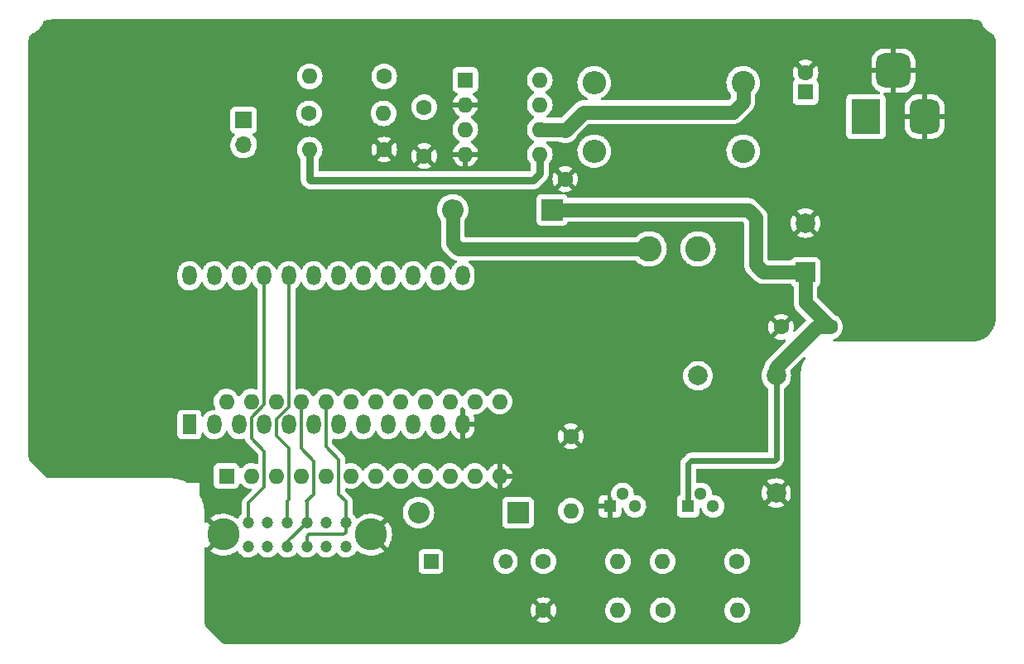
<source format=gbr>
%TF.GenerationSoftware,KiCad,Pcbnew,(6.0.4)*%
%TF.CreationDate,2022-04-20T16:37:51+09:00*%
%TF.ProjectId,KiCad,4b694361-642e-46b6-9963-61645f706362,rev?*%
%TF.SameCoordinates,Original*%
%TF.FileFunction,Copper,L1,Top*%
%TF.FilePolarity,Positive*%
%FSLAX46Y46*%
G04 Gerber Fmt 4.6, Leading zero omitted, Abs format (unit mm)*
G04 Created by KiCad (PCBNEW (6.0.4)) date 2022-04-20 16:37:51*
%MOMM*%
%LPD*%
G01*
G04 APERTURE LIST*
G04 Aperture macros list*
%AMRoundRect*
0 Rectangle with rounded corners*
0 $1 Rounding radius*
0 $2 $3 $4 $5 $6 $7 $8 $9 X,Y pos of 4 corners*
0 Add a 4 corners polygon primitive as box body*
4,1,4,$2,$3,$4,$5,$6,$7,$8,$9,$2,$3,0*
0 Add four circle primitives for the rounded corners*
1,1,$1+$1,$2,$3*
1,1,$1+$1,$4,$5*
1,1,$1+$1,$6,$7*
1,1,$1+$1,$8,$9*
0 Add four rect primitives between the rounded corners*
20,1,$1+$1,$2,$3,$4,$5,0*
20,1,$1+$1,$4,$5,$6,$7,0*
20,1,$1+$1,$6,$7,$8,$9,0*
20,1,$1+$1,$8,$9,$2,$3,0*%
G04 Aperture macros list end*
%TA.AperFunction,ComponentPad*%
%ADD10R,1.600000X1.600000*%
%TD*%
%TA.AperFunction,ComponentPad*%
%ADD11C,1.600000*%
%TD*%
%TA.AperFunction,ComponentPad*%
%ADD12O,1.600000X1.600000*%
%TD*%
%TA.AperFunction,ComponentPad*%
%ADD13C,2.400000*%
%TD*%
%TA.AperFunction,ComponentPad*%
%ADD14O,2.400000X2.400000*%
%TD*%
%TA.AperFunction,ComponentPad*%
%ADD15R,2.000000X2.000000*%
%TD*%
%TA.AperFunction,ComponentPad*%
%ADD16C,2.000000*%
%TD*%
%TA.AperFunction,ComponentPad*%
%ADD17R,1.300000X1.300000*%
%TD*%
%TA.AperFunction,ComponentPad*%
%ADD18C,1.300000*%
%TD*%
%TA.AperFunction,ComponentPad*%
%ADD19R,2.200000X2.200000*%
%TD*%
%TA.AperFunction,ComponentPad*%
%ADD20O,2.200000X2.200000*%
%TD*%
%TA.AperFunction,ComponentPad*%
%ADD21C,1.200000*%
%TD*%
%TA.AperFunction,ComponentPad*%
%ADD22C,3.285000*%
%TD*%
%TA.AperFunction,ComponentPad*%
%ADD23R,1.440000X2.000000*%
%TD*%
%TA.AperFunction,ComponentPad*%
%ADD24O,1.440000X2.000000*%
%TD*%
%TA.AperFunction,ComponentPad*%
%ADD25R,3.000000X3.600000*%
%TD*%
%TA.AperFunction,ComponentPad*%
%ADD26RoundRect,0.750000X0.750000X1.000000X-0.750000X1.000000X-0.750000X-1.000000X0.750000X-1.000000X0*%
%TD*%
%TA.AperFunction,ComponentPad*%
%ADD27RoundRect,0.875000X0.875000X0.875000X-0.875000X0.875000X-0.875000X-0.875000X0.875000X-0.875000X0*%
%TD*%
%TA.AperFunction,ComponentPad*%
%ADD28C,2.600000*%
%TD*%
%TA.AperFunction,ComponentPad*%
%ADD29R,1.500000X1.500000*%
%TD*%
%TA.AperFunction,ComponentPad*%
%ADD30O,1.500000X1.500000*%
%TD*%
%TA.AperFunction,ComponentPad*%
%ADD31R,1.700000X1.700000*%
%TD*%
%TA.AperFunction,ComponentPad*%
%ADD32O,1.700000X1.700000*%
%TD*%
%TA.AperFunction,Conductor*%
%ADD33C,0.800000*%
%TD*%
%TA.AperFunction,Conductor*%
%ADD34C,1.400000*%
%TD*%
%TA.AperFunction,Conductor*%
%ADD35C,0.600000*%
%TD*%
%TA.AperFunction,Conductor*%
%ADD36C,0.300000*%
%TD*%
G04 APERTURE END LIST*
D10*
%TO.P,C2,1*%
%TO.N,Net-(C1-Pad1)*%
X180000000Y-62955113D03*
D11*
%TO.P,C2,2*%
%TO.N,GND*%
X180000000Y-60955113D03*
%TD*%
%TO.P,R7,1*%
%TO.N,Net-(Q2-Pad2)*%
X165390000Y-116000000D03*
D12*
%TO.P,R7,2*%
%TO.N,Net-(Q1-Pad3)*%
X173010000Y-116000000D03*
%TD*%
D13*
%TO.P,R1,1*%
%TO.N,Net-(C1-Pad1)*%
X173620000Y-62000000D03*
D14*
%TO.P,R1,2*%
%TO.N,Net-(L1-Pad1)*%
X158380000Y-62000000D03*
%TD*%
D15*
%TO.P,C4,1*%
%TO.N,V+*%
X180000000Y-81367677D03*
D16*
%TO.P,C4,2*%
%TO.N,GND*%
X180000000Y-76367677D03*
%TD*%
D17*
%TO.P,Q2,1,E*%
%TO.N,GND*%
X160000000Y-105360000D03*
D18*
%TO.P,Q2,2,C*%
%TO.N,Net-(Q2-Pad2)*%
X161270000Y-104090000D03*
%TO.P,Q2,3,B*%
%TO.N,Net-(Q2-Pad3)*%
X162540000Y-105360000D03*
%TD*%
D11*
%TO.P,C5,1*%
%TO.N,Net-(C5-Pad1)*%
X141000000Y-64500000D03*
%TO.P,C5,2*%
%TO.N,GND*%
X141000000Y-69500000D03*
%TD*%
%TO.P,R6,1*%
%TO.N,Net-(Q1-Pad3)*%
X173000000Y-111000000D03*
D12*
%TO.P,R6,2*%
%TO.N,V+*%
X165380000Y-111000000D03*
%TD*%
D11*
%TO.P,C3,1*%
%TO.N,V+*%
X182500000Y-87000000D03*
%TO.P,C3,2*%
%TO.N,GND*%
X177500000Y-87000000D03*
%TD*%
D16*
%TO.P,TP3,1,1*%
%TO.N,Vprog*%
X169000000Y-92000000D03*
%TD*%
D17*
%TO.P,Q1,1,E*%
%TO.N,V+*%
X168000000Y-105360000D03*
D18*
%TO.P,Q1,2,C*%
%TO.N,Vprog*%
X169270000Y-104090000D03*
%TO.P,Q1,3,B*%
%TO.N,Net-(Q1-Pad3)*%
X170540000Y-105360000D03*
%TD*%
D11*
%TO.P,R8,1*%
%TO.N,Net-(D2-Pad2)*%
X153190000Y-111000000D03*
D12*
%TO.P,R8,2*%
%TO.N,Net-(Q2-Pad3)*%
X160810000Y-111000000D03*
%TD*%
D11*
%TO.P,R3,1*%
%TO.N,Net-(JP1-Pad2)*%
X136906000Y-61334000D03*
D12*
%TO.P,R3,2*%
%TO.N,V+*%
X129286000Y-61334000D03*
%TD*%
D19*
%TO.P,D1,1,K*%
%TO.N,V+*%
X154080000Y-75000000D03*
D20*
%TO.P,D1,2,A*%
%TO.N,Net-(D1-Pad2)*%
X143920000Y-75000000D03*
%TD*%
D11*
%TO.P,R5,1*%
%TO.N,GND*%
X136906000Y-68834000D03*
D12*
%TO.P,R5,2*%
%TO.N,Net-(R4-Pad1)*%
X129286000Y-68834000D03*
%TD*%
D21*
%TO.P,SW1,1,NC1*%
%TO.N,Net-(J2-Pad20)*%
X133000000Y-107010200D03*
%TO.P,SW1,2,CM1*%
%TO.N,Vp*%
X131000000Y-107010200D03*
%TO.P,SW1,3,NO1*%
%TO.N,Net-(J2-Pad21)*%
X129000000Y-107010200D03*
%TO.P,SW1,4,NC2*%
%TO.N,Net-(J3-Pad20)*%
X127000000Y-107010200D03*
%TO.P,SW1,5,CM2*%
%TO.N,Vprog*%
X125000000Y-107010200D03*
%TO.P,SW1,6,NO2*%
%TO.N,Net-(J3-Pad21)*%
X123000000Y-107010200D03*
%TO.P,SW1,7,NO3*%
%TO.N,unconnected-(SW1-Pad7)*%
X123000000Y-109510200D03*
%TO.P,SW1,8,CM3*%
%TO.N,Net-(J3-Pad21)*%
X125000000Y-109510200D03*
%TO.P,SW1,9,NC4*%
%TO.N,Net-(J2-Pad21)*%
X127000000Y-109510200D03*
%TO.P,SW1,10,NO4*%
%TO.N,Net-(J2-Pad20)*%
X129000000Y-109510200D03*
%TO.P,SW1,11,CM4*%
%TO.N,Net-(J3-Pad20)*%
X131000000Y-109510200D03*
%TO.P,SW1,12,NC4*%
%TO.N,unconnected-(SW1-Pad12)*%
X133000000Y-109510200D03*
D22*
%TO.P,SW1,MH,MH*%
%TO.N,GND*%
X135555000Y-108260200D03*
X120445000Y-108260200D03*
%TD*%
D11*
%TO.P,R10,1*%
%TO.N,GND*%
X156000000Y-98190000D03*
D12*
%TO.P,R10,2*%
%TO.N,Vprog*%
X156000000Y-105810000D03*
%TD*%
D13*
%TO.P,R2,1*%
%TO.N,Net-(R2-Pad1)*%
X173620000Y-69000000D03*
D14*
%TO.P,R2,2*%
%TO.N,Net-(L1-Pad1)*%
X158380000Y-69000000D03*
%TD*%
D16*
%TO.P,TP1,1,1*%
%TO.N,V+*%
X177000000Y-92000000D03*
%TD*%
D23*
%TO.P,J3,1,Pin_1*%
%TO.N,/1*%
X117000000Y-97000000D03*
D24*
%TO.P,J3,2,Pin_2*%
%TO.N,/2*%
X119540000Y-97000000D03*
%TO.P,J3,3,Pin_3*%
%TO.N,/3*%
X122080000Y-97000000D03*
%TO.P,J3,4,Pin_4*%
%TO.N,/4*%
X124620000Y-97000000D03*
%TO.P,J3,5,Pin_5*%
%TO.N,/5*%
X127160000Y-97000000D03*
%TO.P,J3,6,Pin_6*%
%TO.N,/6*%
X129700000Y-97000000D03*
%TO.P,J3,7,Pin_7*%
%TO.N,/7*%
X132240000Y-97000000D03*
%TO.P,J3,8,Pin_8*%
%TO.N,/8*%
X134780000Y-97000000D03*
%TO.P,J3,9,Pin_9*%
%TO.N,/9*%
X137320000Y-97000000D03*
%TO.P,J3,10,Pin_10*%
%TO.N,/10*%
X139860000Y-97000000D03*
%TO.P,J3,11,Pin_11*%
%TO.N,/11*%
X142400000Y-97000000D03*
%TO.P,J3,12,Pin_12*%
%TO.N,GND*%
X144940000Y-97000000D03*
%TO.P,J3,13,Pin_13*%
%TO.N,/13*%
X144940000Y-81760000D03*
%TO.P,J3,14,Pin_14*%
%TO.N,/14*%
X142400000Y-81760000D03*
%TO.P,J3,15,Pin_15*%
%TO.N,/15*%
X139860000Y-81760000D03*
%TO.P,J3,16,Pin_16*%
%TO.N,/16*%
X137320000Y-81760000D03*
%TO.P,J3,17,Pin_17*%
%TO.N,/17*%
X134780000Y-81760000D03*
%TO.P,J3,18,Pin_18*%
%TO.N,/18*%
X132240000Y-81760000D03*
%TO.P,J3,19,Pin_19*%
%TO.N,/19*%
X129700000Y-81760000D03*
%TO.P,J3,20,Pin_20*%
%TO.N,Net-(J3-Pad20)*%
X127160000Y-81760000D03*
%TO.P,J3,21,Pin_21*%
%TO.N,Net-(J3-Pad21)*%
X124620000Y-81760000D03*
%TO.P,J3,22,Pin_22*%
%TO.N,/22*%
X122080000Y-81760000D03*
%TO.P,J3,23,Pin_23*%
%TO.N,/23*%
X119540000Y-81760000D03*
%TO.P,J3,24,Pin_24*%
%TO.N,/24*%
X117000000Y-81760000D03*
%TD*%
D11*
%TO.P,R4,1*%
%TO.N,Net-(R4-Pad1)*%
X129223500Y-65126500D03*
D12*
%TO.P,R4,2*%
%TO.N,Net-(JP1-Pad2)*%
X136843500Y-65126500D03*
%TD*%
D11*
%TO.P,R9,1*%
%TO.N,GND*%
X153190000Y-116000000D03*
D12*
%TO.P,R9,2*%
%TO.N,Net-(Q2-Pad3)*%
X160810000Y-116000000D03*
%TD*%
D25*
%TO.P,J1,1*%
%TO.N,Net-(C1-Pad1)*%
X186187500Y-65457500D03*
D26*
%TO.P,J1,2*%
%TO.N,GND*%
X192187500Y-65457500D03*
D27*
%TO.P,J1,3*%
X188987500Y-60757500D03*
%TD*%
D11*
%TO.P,C1,1*%
%TO.N,Net-(C1-Pad1)*%
X155422600Y-66867400D03*
%TO.P,C1,2*%
%TO.N,GND*%
X155422600Y-71867400D03*
%TD*%
D16*
%TO.P,TP2,1,1*%
%TO.N,GND*%
X177000000Y-104000000D03*
%TD*%
D28*
%TO.P,L1,1,1*%
%TO.N,Net-(L1-Pad1)*%
X169000000Y-79000000D03*
%TO.P,L1,2,2*%
%TO.N,Net-(D1-Pad2)*%
X164000000Y-79000000D03*
%TD*%
D29*
%TO.P,D2,1,K*%
%TO.N,Vp*%
X141685000Y-111000000D03*
D30*
%TO.P,D2,2,A*%
%TO.N,Net-(D2-Pad2)*%
X149305000Y-111000000D03*
%TD*%
D10*
%TO.P,J2,1,Pin_1*%
%TO.N,/1*%
X120772000Y-102250400D03*
D12*
%TO.P,J2,2,Pin_2*%
%TO.N,/2*%
X123312000Y-102250400D03*
%TO.P,J2,3,Pin_3*%
%TO.N,/3*%
X125852000Y-102250400D03*
%TO.P,J2,4,Pin_4*%
%TO.N,/4*%
X128392000Y-102250400D03*
%TO.P,J2,5,Pin_5*%
%TO.N,/5*%
X130932000Y-102250400D03*
%TO.P,J2,6,Pin_6*%
%TO.N,/6*%
X133472000Y-102250400D03*
%TO.P,J2,7,Pin_7*%
%TO.N,/7*%
X136012000Y-102250400D03*
%TO.P,J2,8,Pin_8*%
%TO.N,/8*%
X138552000Y-102250400D03*
%TO.P,J2,9,Pin_9*%
%TO.N,/9*%
X141092000Y-102250400D03*
%TO.P,J2,10,Pin_10*%
%TO.N,/10*%
X143632000Y-102250400D03*
%TO.P,J2,11,Pin_11*%
%TO.N,/11*%
X146172000Y-102250400D03*
%TO.P,J2,12,Pin_12*%
%TO.N,GND*%
X148712000Y-102250400D03*
%TO.P,J2,13,Pin_13*%
%TO.N,/13*%
X148712000Y-94630400D03*
%TO.P,J2,14,Pin_14*%
%TO.N,/14*%
X146172000Y-94630400D03*
%TO.P,J2,15,Pin_15*%
%TO.N,/15*%
X143632000Y-94630400D03*
%TO.P,J2,16,Pin_16*%
%TO.N,/16*%
X141092000Y-94630400D03*
%TO.P,J2,17,Pin_17*%
%TO.N,/17*%
X138552000Y-94630400D03*
%TO.P,J2,18,Pin_18*%
%TO.N,/18*%
X136012000Y-94630400D03*
%TO.P,J2,19,Pin_19*%
%TO.N,/19*%
X133472000Y-94630400D03*
%TO.P,J2,20,Pin_20*%
%TO.N,Net-(J2-Pad20)*%
X130932000Y-94630400D03*
%TO.P,J2,21,Pin_21*%
%TO.N,Net-(J2-Pad21)*%
X128392000Y-94630400D03*
%TO.P,J2,22,Pin_22*%
%TO.N,/22*%
X125852000Y-94630400D03*
%TO.P,J2,23,Pin_23*%
%TO.N,/23*%
X123312000Y-94630400D03*
%TO.P,J2,24,Pin_24*%
%TO.N,/24*%
X120772000Y-94630400D03*
%TD*%
D31*
%TO.P,JP1,1,A*%
%TO.N,V+*%
X122533500Y-65834000D03*
D32*
%TO.P,JP1,2,B*%
%TO.N,Net-(JP1-Pad2)*%
X122533500Y-68374000D03*
%TD*%
D10*
%TO.P,U1,1,SwC*%
%TO.N,Net-(D1-Pad2)*%
X145200000Y-61700000D03*
D12*
%TO.P,U1,2,SwE*%
%TO.N,GND*%
X145200000Y-64240000D03*
%TO.P,U1,3,TC*%
%TO.N,Net-(C5-Pad1)*%
X145200000Y-66780000D03*
%TO.P,U1,4,GND*%
%TO.N,GND*%
X145200000Y-69320000D03*
%TO.P,U1,5,Vfb*%
%TO.N,Net-(R4-Pad1)*%
X152820000Y-69320000D03*
%TO.P,U1,6,Vin*%
%TO.N,Net-(C1-Pad1)*%
X152820000Y-66780000D03*
%TO.P,U1,7,Ipk*%
%TO.N,Net-(L1-Pad1)*%
X152820000Y-64240000D03*
%TO.P,U1,8,DC*%
%TO.N,Net-(R2-Pad1)*%
X152820000Y-61700000D03*
%TD*%
D19*
%TO.P,D3,1,K*%
%TO.N,Vprog*%
X150580000Y-106000000D03*
D20*
%TO.P,D3,2,A*%
%TO.N,Vp*%
X140420000Y-106000000D03*
%TD*%
D33*
%TO.N,Net-(R4-Pad1)*%
X129404000Y-72000000D02*
X129286000Y-71882000D01*
X129286000Y-71882000D02*
X129286000Y-68834000D01*
X152140000Y-72000000D02*
X129404000Y-72000000D01*
D34*
%TO.N,Net-(C1-Pad1)*%
X173620000Y-63971600D02*
X173620000Y-62000000D01*
X155422600Y-66867400D02*
X157291400Y-64998600D01*
X157291400Y-64998600D02*
X172593000Y-64998600D01*
X152820000Y-66780000D02*
X155335200Y-66780000D01*
X172593000Y-64998600D02*
X173620000Y-63971600D01*
X155335200Y-66780000D02*
X155422600Y-66867400D01*
%TO.N,V+*%
X175677877Y-81367677D02*
X180000000Y-81367677D01*
D35*
X168325800Y-100685600D02*
X176809400Y-100685600D01*
D34*
X176987200Y-91160600D02*
X176987200Y-91987200D01*
X176987200Y-91987200D02*
X177000000Y-92000000D01*
D35*
X168000000Y-105360000D02*
X168000000Y-101011400D01*
X177000000Y-100495000D02*
X177000000Y-92000000D01*
D34*
X181147800Y-87000000D02*
X176987200Y-91160600D01*
X174110800Y-75000000D02*
X174929800Y-75819000D01*
X180000000Y-81367677D02*
X180000000Y-84500000D01*
X180000000Y-84500000D02*
X182500000Y-87000000D01*
X182500000Y-87000000D02*
X181147800Y-87000000D01*
X174929800Y-80619600D02*
X175677877Y-81367677D01*
D35*
X168000000Y-101011400D02*
X168325800Y-100685600D01*
D34*
X154080000Y-75000000D02*
X174110800Y-75000000D01*
D35*
X176809400Y-100685600D02*
X177000000Y-100495000D01*
D34*
X174929800Y-75819000D02*
X174929800Y-80619600D01*
%TO.N,Net-(D1-Pad2)*%
X143920000Y-78438800D02*
X143920000Y-75000000D01*
X144481200Y-79000000D02*
X143920000Y-78438800D01*
X164000000Y-79000000D02*
X144481200Y-79000000D01*
D36*
%TO.N,Net-(J2-Pad20)*%
X132791200Y-108254800D02*
X133000000Y-108046000D01*
X130932000Y-94630400D02*
X130932000Y-99258200D01*
X133000000Y-104856800D02*
X133000000Y-107010200D01*
X129000000Y-108439200D02*
X129184400Y-108254800D01*
X133000000Y-108046000D02*
X133000000Y-107025000D01*
X129000000Y-109525000D02*
X129000000Y-108439200D01*
X129184400Y-108254800D02*
X132791200Y-108254800D01*
X130932000Y-99258200D02*
X132257800Y-100584000D01*
X132257800Y-100584000D02*
X132257800Y-104114600D01*
X132257800Y-104114600D02*
X133000000Y-104856800D01*
%TO.N,Net-(J2-Pad21)*%
X129717800Y-104114600D02*
X128981200Y-104851200D01*
X128392000Y-94630400D02*
X128392000Y-99410600D01*
X129717800Y-100736400D02*
X129717800Y-104114600D01*
X129000000Y-104870000D02*
X129000000Y-107010200D01*
X129000000Y-107010200D02*
X127000000Y-109010200D01*
X128392000Y-99410600D02*
X129717800Y-100736400D01*
X128981200Y-104851200D02*
X129000000Y-104870000D01*
X127000000Y-109010200D02*
X127000000Y-109510200D01*
%TO.N,Net-(J3-Pad20)*%
X125882400Y-98120200D02*
X127177800Y-99415600D01*
X126974600Y-104825800D02*
X127000000Y-104851200D01*
X127160000Y-81760000D02*
X127160000Y-95207471D01*
X127160000Y-95207471D02*
X125882400Y-96485071D01*
X127000000Y-104851200D02*
X127000000Y-107010200D01*
X127177800Y-104622600D02*
X126974600Y-104825800D01*
X127177800Y-99415600D02*
X127177800Y-104622600D01*
X125882400Y-96485071D02*
X125882400Y-98120200D01*
%TO.N,Net-(J3-Pad21)*%
X124620000Y-81760000D02*
X124620000Y-94948055D01*
X123317000Y-98399600D02*
X124663200Y-99745800D01*
X124663200Y-103378000D02*
X123000000Y-105041200D01*
X124663200Y-99745800D02*
X124663200Y-103378000D01*
X123000000Y-105041200D02*
X123000000Y-107010200D01*
X124620000Y-94948055D02*
X123317000Y-96251055D01*
X123317000Y-96251055D02*
X123317000Y-98399600D01*
D33*
%TO.N,Net-(R4-Pad1)*%
X152820000Y-71320000D02*
X152820000Y-69320000D01*
X152140000Y-72000000D02*
X152820000Y-71320000D01*
%TD*%
%TA.AperFunction,Conductor*%
%TO.N,GND*%
G36*
X196970018Y-55510000D02*
G01*
X196984851Y-55512310D01*
X196984855Y-55512310D01*
X196993724Y-55513691D01*
X197010923Y-55511442D01*
X197034863Y-55510609D01*
X197292710Y-55526206D01*
X197307814Y-55528040D01*
X197379786Y-55541229D01*
X197588760Y-55579525D01*
X197603522Y-55583163D01*
X197874954Y-55667744D01*
X197934038Y-55707107D01*
X197956674Y-55747225D01*
X197990109Y-55844880D01*
X198123368Y-56109837D01*
X198291353Y-56354257D01*
X198490956Y-56573617D01*
X198494245Y-56576367D01*
X198715190Y-56761106D01*
X198715195Y-56761110D01*
X198718482Y-56763858D01*
X198844102Y-56842660D01*
X198966082Y-56919178D01*
X198966086Y-56919180D01*
X198969722Y-56921461D01*
X198973632Y-56923226D01*
X198973633Y-56923227D01*
X199236114Y-57041742D01*
X199236118Y-57041744D01*
X199240026Y-57043508D01*
X199249145Y-57046209D01*
X199308778Y-57084733D01*
X199333654Y-57129534D01*
X199416836Y-57396472D01*
X199420475Y-57411240D01*
X199444001Y-57539614D01*
X199471960Y-57692186D01*
X199473794Y-57707290D01*
X199488953Y-57957904D01*
X199487692Y-57984716D01*
X199487690Y-57984852D01*
X199486309Y-57993724D01*
X199487473Y-58002626D01*
X199487473Y-58002628D01*
X199490436Y-58025283D01*
X199491500Y-58041621D01*
X199491500Y-85950633D01*
X199490000Y-85970018D01*
X199487690Y-85984851D01*
X199487690Y-85984855D01*
X199486309Y-85993724D01*
X199488558Y-86010919D01*
X199489391Y-86034863D01*
X199473794Y-86292710D01*
X199471960Y-86307814D01*
X199420477Y-86588754D01*
X199416836Y-86603526D01*
X199362630Y-86777481D01*
X199331859Y-86876227D01*
X199326466Y-86890445D01*
X199209243Y-87150906D01*
X199202172Y-87164379D01*
X199054405Y-87408813D01*
X199045762Y-87421334D01*
X198869615Y-87646171D01*
X198859525Y-87657560D01*
X198657560Y-87859525D01*
X198646171Y-87869615D01*
X198421334Y-88045762D01*
X198408813Y-88054405D01*
X198164379Y-88202172D01*
X198150908Y-88209242D01*
X197890445Y-88326466D01*
X197876231Y-88331858D01*
X197758241Y-88368625D01*
X197603527Y-88416836D01*
X197588760Y-88420475D01*
X197379786Y-88458771D01*
X197307814Y-88471960D01*
X197292710Y-88473794D01*
X197042096Y-88488953D01*
X197015284Y-88487692D01*
X197015148Y-88487690D01*
X197006276Y-88486309D01*
X196997374Y-88487473D01*
X196997372Y-88487473D01*
X196982323Y-88489441D01*
X196974714Y-88490436D01*
X196958379Y-88491500D01*
X183053250Y-88491500D01*
X183032345Y-88489754D01*
X183017344Y-88487230D01*
X183017341Y-88487230D01*
X183012552Y-88486424D01*
X183006475Y-88486350D01*
X183004865Y-88486330D01*
X183004861Y-88486330D01*
X183000000Y-88486271D01*
X182995179Y-88486961D01*
X182995153Y-88486963D01*
X182983527Y-88488078D01*
X182979345Y-88488284D01*
X182960539Y-88489207D01*
X182891520Y-88472575D01*
X182842449Y-88421267D01*
X182828906Y-88351574D01*
X182855193Y-88285623D01*
X182912962Y-88244353D01*
X182921741Y-88241654D01*
X182943927Y-88235709D01*
X182943933Y-88235707D01*
X182949243Y-88234284D01*
X182961748Y-88228453D01*
X183151762Y-88139849D01*
X183151767Y-88139846D01*
X183156749Y-88137523D01*
X183261611Y-88064098D01*
X183339789Y-88009357D01*
X183339792Y-88009355D01*
X183344300Y-88006198D01*
X183506198Y-87844300D01*
X183637523Y-87656749D01*
X183639846Y-87651767D01*
X183639849Y-87651762D01*
X183731961Y-87454225D01*
X183731961Y-87454224D01*
X183734284Y-87449243D01*
X183751247Y-87385939D01*
X183792119Y-87233402D01*
X183792119Y-87233400D01*
X183793543Y-87228087D01*
X183813498Y-87000000D01*
X183793543Y-86771913D01*
X183756981Y-86635461D01*
X183735707Y-86556067D01*
X183735706Y-86556065D01*
X183734284Y-86550757D01*
X183639966Y-86348489D01*
X183639849Y-86348238D01*
X183639846Y-86348233D01*
X183637523Y-86343251D01*
X183506198Y-86155700D01*
X183344300Y-85993802D01*
X183339792Y-85990645D01*
X183339789Y-85990643D01*
X183213920Y-85902509D01*
X183156749Y-85862477D01*
X183151767Y-85860154D01*
X183151762Y-85860151D01*
X183017250Y-85797428D01*
X182981405Y-85772328D01*
X181245405Y-84036328D01*
X181211379Y-83974016D01*
X181208500Y-83947233D01*
X181208500Y-82909952D01*
X181228502Y-82841831D01*
X181258935Y-82809126D01*
X181363261Y-82730938D01*
X181450615Y-82614382D01*
X181501745Y-82477993D01*
X181508500Y-82415811D01*
X181508500Y-80319543D01*
X181501745Y-80257361D01*
X181450615Y-80120972D01*
X181363261Y-80004416D01*
X181246705Y-79917062D01*
X181110316Y-79865932D01*
X181048134Y-79859177D01*
X178951866Y-79859177D01*
X178889684Y-79865932D01*
X178753295Y-79917062D01*
X178636739Y-80004416D01*
X178562664Y-80103254D01*
X178558551Y-80108742D01*
X178501692Y-80151257D01*
X178457725Y-80159177D01*
X176264300Y-80159177D01*
X176196179Y-80139175D01*
X176149686Y-80085519D01*
X176138300Y-80033177D01*
X176138300Y-77600347D01*
X179132160Y-77600347D01*
X179137887Y-77607997D01*
X179309042Y-77712882D01*
X179317837Y-77717364D01*
X179527988Y-77804411D01*
X179537373Y-77807460D01*
X179758554Y-77860562D01*
X179768301Y-77862105D01*
X179995070Y-77879952D01*
X180004930Y-77879952D01*
X180231699Y-77862105D01*
X180241446Y-77860562D01*
X180462627Y-77807460D01*
X180472012Y-77804411D01*
X180682163Y-77717364D01*
X180690958Y-77712882D01*
X180858445Y-77610245D01*
X180867907Y-77599787D01*
X180864124Y-77591011D01*
X180012812Y-76739699D01*
X179998868Y-76732085D01*
X179997035Y-76732216D01*
X179990420Y-76736467D01*
X179138920Y-77587967D01*
X179132160Y-77600347D01*
X176138300Y-77600347D01*
X176138300Y-76372607D01*
X178487725Y-76372607D01*
X178505572Y-76599376D01*
X178507115Y-76609123D01*
X178560217Y-76830304D01*
X178563266Y-76839689D01*
X178650313Y-77049840D01*
X178654795Y-77058635D01*
X178757432Y-77226122D01*
X178767890Y-77235584D01*
X178776666Y-77231801D01*
X179627978Y-76380489D01*
X179634356Y-76368809D01*
X180364408Y-76368809D01*
X180364539Y-76370642D01*
X180368790Y-76377257D01*
X181220290Y-77228757D01*
X181232670Y-77235517D01*
X181240320Y-77229790D01*
X181345205Y-77058635D01*
X181349687Y-77049840D01*
X181436734Y-76839689D01*
X181439783Y-76830304D01*
X181492885Y-76609123D01*
X181494428Y-76599376D01*
X181512275Y-76372607D01*
X181512275Y-76362747D01*
X181494428Y-76135978D01*
X181492885Y-76126231D01*
X181439783Y-75905050D01*
X181436734Y-75895665D01*
X181349687Y-75685514D01*
X181345205Y-75676719D01*
X181242568Y-75509232D01*
X181232110Y-75499770D01*
X181223334Y-75503553D01*
X180372022Y-76354865D01*
X180364408Y-76368809D01*
X179634356Y-76368809D01*
X179635592Y-76366545D01*
X179635461Y-76364712D01*
X179631210Y-76358097D01*
X178779710Y-75506597D01*
X178767330Y-75499837D01*
X178759680Y-75505564D01*
X178654795Y-75676719D01*
X178650313Y-75685514D01*
X178563266Y-75895665D01*
X178560217Y-75905050D01*
X178507115Y-76126231D01*
X178505572Y-76135978D01*
X178487725Y-76362747D01*
X178487725Y-76372607D01*
X176138300Y-76372607D01*
X176138300Y-75907085D01*
X176139378Y-75890639D01*
X176141388Y-75875370D01*
X176142120Y-75869811D01*
X176138440Y-75791776D01*
X176138300Y-75785842D01*
X176138300Y-75764265D01*
X176136081Y-75739399D01*
X176135722Y-75734135D01*
X176132222Y-75659924D01*
X176131958Y-75654325D01*
X176128189Y-75637868D01*
X176125508Y-75620937D01*
X176124507Y-75609722D01*
X176124008Y-75604128D01*
X176122527Y-75598716D01*
X176122526Y-75598708D01*
X176102925Y-75527059D01*
X176101639Y-75521941D01*
X176095189Y-75493779D01*
X176083798Y-75444043D01*
X176081598Y-75438886D01*
X176081596Y-75438879D01*
X176077176Y-75428517D01*
X176071539Y-75412330D01*
X176068566Y-75401463D01*
X176068563Y-75401456D01*
X176067084Y-75396048D01*
X176032681Y-75323920D01*
X176030510Y-75319112D01*
X176001359Y-75250770D01*
X175999160Y-75245614D01*
X175989893Y-75231506D01*
X175981478Y-75216572D01*
X175976629Y-75206406D01*
X175976628Y-75206405D01*
X175974211Y-75201337D01*
X175970938Y-75196782D01*
X175970932Y-75196772D01*
X175927590Y-75136456D01*
X175926979Y-75135567D01*
X179132093Y-75135567D01*
X179135876Y-75144343D01*
X179987188Y-75995655D01*
X180001132Y-76003269D01*
X180002965Y-76003138D01*
X180009580Y-75998887D01*
X180861080Y-75147387D01*
X180867840Y-75135007D01*
X180862113Y-75127357D01*
X180690958Y-75022472D01*
X180682163Y-75017990D01*
X180472012Y-74930943D01*
X180462627Y-74927894D01*
X180241446Y-74874792D01*
X180231699Y-74873249D01*
X180004930Y-74855402D01*
X179995070Y-74855402D01*
X179768301Y-74873249D01*
X179758554Y-74874792D01*
X179537373Y-74927894D01*
X179527988Y-74930943D01*
X179317837Y-75017990D01*
X179309042Y-75022472D01*
X179141555Y-75125109D01*
X179132093Y-75135567D01*
X175926979Y-75135567D01*
X175924600Y-75132106D01*
X175883258Y-75069168D01*
X175883255Y-75069164D01*
X175880722Y-75065308D01*
X175863109Y-75045540D01*
X175854862Y-75035245D01*
X175851602Y-75030708D01*
X175851602Y-75030707D01*
X175848326Y-75026149D01*
X175774650Y-74954752D01*
X175773240Y-74953363D01*
X175027629Y-74207752D01*
X175016762Y-74195361D01*
X175007385Y-74183140D01*
X175007381Y-74183136D01*
X175003969Y-74178689D01*
X174946172Y-74126098D01*
X174941876Y-74121999D01*
X174926635Y-74106758D01*
X174907478Y-74090740D01*
X174903499Y-74087269D01*
X174848561Y-74037279D01*
X174848560Y-74037278D01*
X174844411Y-74033503D01*
X174839656Y-74030520D01*
X174830107Y-74024529D01*
X174816247Y-74014459D01*
X174814781Y-74013233D01*
X174803295Y-74003630D01*
X174733875Y-73964033D01*
X174729378Y-73961342D01*
X174661665Y-73918866D01*
X174646001Y-73912569D01*
X174630571Y-73905110D01*
X174615909Y-73896747D01*
X174610626Y-73894876D01*
X174610619Y-73894873D01*
X174540576Y-73870070D01*
X174535668Y-73868215D01*
X174461507Y-73838403D01*
X174456009Y-73837264D01*
X174456008Y-73837264D01*
X174444970Y-73834978D01*
X174428474Y-73830373D01*
X174412556Y-73824736D01*
X174407022Y-73823830D01*
X174407019Y-73823829D01*
X174333717Y-73811826D01*
X174328526Y-73810864D01*
X174314950Y-73808053D01*
X174250263Y-73794656D01*
X174245652Y-73794390D01*
X174245651Y-73794390D01*
X174223834Y-73793132D01*
X174210729Y-73791685D01*
X174205211Y-73790782D01*
X174199666Y-73789874D01*
X174194052Y-73789962D01*
X174194050Y-73789962D01*
X174097165Y-73791484D01*
X174095186Y-73791500D01*
X155769754Y-73791500D01*
X155701633Y-73771498D01*
X155655140Y-73717842D01*
X155651772Y-73709730D01*
X155633767Y-73661703D01*
X155630615Y-73653295D01*
X155543261Y-73536739D01*
X155426705Y-73449385D01*
X155418296Y-73446233D01*
X155418295Y-73446232D01*
X155356084Y-73422910D01*
X155299319Y-73380269D01*
X155274619Y-73313707D01*
X155289826Y-73244358D01*
X155340112Y-73194240D01*
X155411293Y-73179407D01*
X155417123Y-73179917D01*
X155428075Y-73179917D01*
X155645119Y-73160928D01*
X155655912Y-73159025D01*
X155866361Y-73102636D01*
X155876653Y-73098890D01*
X156074111Y-73006814D01*
X156083606Y-73001331D01*
X156135648Y-72964891D01*
X156144024Y-72954412D01*
X156136956Y-72940966D01*
X155435412Y-72239422D01*
X155421468Y-72231808D01*
X155419635Y-72231939D01*
X155413020Y-72236190D01*
X154707523Y-72941687D01*
X154701093Y-72953462D01*
X154710389Y-72965477D01*
X154761594Y-73001331D01*
X154771089Y-73006814D01*
X154968547Y-73098890D01*
X154978839Y-73102636D01*
X155132440Y-73143793D01*
X155193063Y-73180745D01*
X155224084Y-73244605D01*
X155215656Y-73315100D01*
X155170453Y-73369847D01*
X155099829Y-73391500D01*
X152931866Y-73391500D01*
X152869684Y-73398255D01*
X152733295Y-73449385D01*
X152616739Y-73536739D01*
X152529385Y-73653295D01*
X152478255Y-73789684D01*
X152471500Y-73851866D01*
X152471500Y-76148134D01*
X152478255Y-76210316D01*
X152529385Y-76346705D01*
X152616739Y-76463261D01*
X152733295Y-76550615D01*
X152869684Y-76601745D01*
X152931866Y-76608500D01*
X155228134Y-76608500D01*
X155290316Y-76601745D01*
X155426705Y-76550615D01*
X155543261Y-76463261D01*
X155630615Y-76346705D01*
X155651772Y-76290270D01*
X155694414Y-76233505D01*
X155760976Y-76208806D01*
X155769754Y-76208500D01*
X173558033Y-76208500D01*
X173626154Y-76228502D01*
X173647128Y-76245405D01*
X173684395Y-76282672D01*
X173718421Y-76344984D01*
X173721300Y-76371767D01*
X173721300Y-80531515D01*
X173720222Y-80547960D01*
X173717480Y-80568789D01*
X173717744Y-80574388D01*
X173717744Y-80574390D01*
X173721160Y-80646823D01*
X173721300Y-80652758D01*
X173721300Y-80674335D01*
X173721549Y-80677121D01*
X173721549Y-80677129D01*
X173723519Y-80699201D01*
X173723878Y-80704465D01*
X173727642Y-80784275D01*
X173728892Y-80789734D01*
X173728893Y-80789739D01*
X173731411Y-80800732D01*
X173734092Y-80817663D01*
X173735592Y-80834472D01*
X173737073Y-80839884D01*
X173737074Y-80839892D01*
X173756675Y-80911541D01*
X173757961Y-80916659D01*
X173775802Y-80994557D01*
X173778002Y-80999714D01*
X173778004Y-80999721D01*
X173782424Y-81010083D01*
X173788061Y-81026270D01*
X173791034Y-81037137D01*
X173791037Y-81037144D01*
X173792516Y-81042552D01*
X173794928Y-81047610D01*
X173794930Y-81047614D01*
X173826919Y-81114680D01*
X173829086Y-81119479D01*
X173860440Y-81192986D01*
X173863519Y-81197674D01*
X173863521Y-81197677D01*
X173869707Y-81207094D01*
X173878122Y-81222028D01*
X173885389Y-81237263D01*
X173888662Y-81241818D01*
X173888668Y-81241828D01*
X173932010Y-81302144D01*
X173935000Y-81306494D01*
X173958876Y-81342841D01*
X173978878Y-81373292D01*
X173981945Y-81376734D01*
X173996491Y-81393060D01*
X174004738Y-81403355D01*
X174011274Y-81412451D01*
X174084950Y-81483848D01*
X174086360Y-81485237D01*
X174761048Y-82159925D01*
X174771915Y-82172316D01*
X174781292Y-82184537D01*
X174781296Y-82184541D01*
X174784708Y-82188988D01*
X174788857Y-82192763D01*
X174842505Y-82241579D01*
X174846801Y-82245678D01*
X174862042Y-82260919D01*
X174864195Y-82262720D01*
X174864197Y-82262721D01*
X174881199Y-82276937D01*
X174885166Y-82280398D01*
X174944266Y-82334174D01*
X174949021Y-82337157D01*
X174958570Y-82343148D01*
X174972430Y-82353218D01*
X174985382Y-82364047D01*
X175054838Y-82403664D01*
X175059305Y-82406338D01*
X175074406Y-82415811D01*
X175122261Y-82445831D01*
X175122264Y-82445832D01*
X175127012Y-82448811D01*
X175142672Y-82455107D01*
X175158100Y-82462565D01*
X175167893Y-82468151D01*
X175167899Y-82468154D01*
X175172768Y-82470931D01*
X175178056Y-82472804D01*
X175178057Y-82472804D01*
X175248106Y-82497609D01*
X175253007Y-82499461D01*
X175327170Y-82529274D01*
X175332660Y-82530411D01*
X175343707Y-82532699D01*
X175360209Y-82537307D01*
X175376121Y-82542941D01*
X175433410Y-82552323D01*
X175454974Y-82555854D01*
X175460162Y-82556816D01*
X175533891Y-82572085D01*
X175533900Y-82572086D01*
X175538414Y-82573021D01*
X175543020Y-82573287D01*
X175543024Y-82573287D01*
X175564834Y-82574544D01*
X175577946Y-82575992D01*
X175583462Y-82576895D01*
X175589012Y-82577804D01*
X175594629Y-82577716D01*
X175594632Y-82577716D01*
X175691547Y-82576193D01*
X175693526Y-82576177D01*
X178457725Y-82576177D01*
X178525846Y-82596179D01*
X178558551Y-82626612D01*
X178636739Y-82730938D01*
X178741065Y-82809126D01*
X178783580Y-82865985D01*
X178791500Y-82909952D01*
X178791500Y-84411915D01*
X178790422Y-84428360D01*
X178787680Y-84449189D01*
X178787944Y-84454788D01*
X178787944Y-84454790D01*
X178791360Y-84527223D01*
X178791500Y-84533158D01*
X178791500Y-84554735D01*
X178791749Y-84557521D01*
X178791749Y-84557529D01*
X178793719Y-84579601D01*
X178794078Y-84584865D01*
X178797842Y-84664675D01*
X178799092Y-84670134D01*
X178799093Y-84670139D01*
X178801611Y-84681132D01*
X178804292Y-84698063D01*
X178805792Y-84714872D01*
X178807273Y-84720284D01*
X178807274Y-84720292D01*
X178826875Y-84791941D01*
X178828161Y-84797059D01*
X178846002Y-84874957D01*
X178848202Y-84880114D01*
X178848204Y-84880121D01*
X178852624Y-84890483D01*
X178858261Y-84906670D01*
X178861234Y-84917537D01*
X178861237Y-84917544D01*
X178862716Y-84922952D01*
X178865128Y-84928010D01*
X178865130Y-84928014D01*
X178897119Y-84995080D01*
X178899286Y-84999879D01*
X178930640Y-85073386D01*
X178933719Y-85078074D01*
X178933721Y-85078077D01*
X178939907Y-85087494D01*
X178948322Y-85102428D01*
X178955589Y-85117663D01*
X178958862Y-85122218D01*
X178958868Y-85122228D01*
X179002210Y-85182544D01*
X179005200Y-85186894D01*
X179049078Y-85253692D01*
X179052145Y-85257134D01*
X179066691Y-85273460D01*
X179074938Y-85283755D01*
X179081474Y-85292851D01*
X179085504Y-85296756D01*
X179155150Y-85364248D01*
X179156560Y-85365637D01*
X180025728Y-86234805D01*
X180059754Y-86297117D01*
X180054689Y-86367932D01*
X180025728Y-86412995D01*
X178972678Y-87466045D01*
X178910366Y-87500071D01*
X178839551Y-87495006D01*
X178782715Y-87452459D01*
X178757904Y-87385939D01*
X178761876Y-87344339D01*
X178791625Y-87233312D01*
X178793528Y-87222519D01*
X178812517Y-87005475D01*
X178812517Y-86994525D01*
X178793528Y-86777481D01*
X178791625Y-86766688D01*
X178735236Y-86556239D01*
X178731490Y-86545947D01*
X178639414Y-86348489D01*
X178633931Y-86338994D01*
X178597491Y-86286952D01*
X178587012Y-86278576D01*
X178573566Y-86285644D01*
X176784923Y-88074287D01*
X176778493Y-88086062D01*
X176787789Y-88098077D01*
X176838994Y-88133931D01*
X176848489Y-88139414D01*
X177045947Y-88231490D01*
X177056239Y-88235236D01*
X177266688Y-88291625D01*
X177277481Y-88293528D01*
X177494525Y-88312517D01*
X177505475Y-88312517D01*
X177722519Y-88293528D01*
X177733312Y-88291625D01*
X177844339Y-88261876D01*
X177915315Y-88263566D01*
X177974111Y-88303360D01*
X178002059Y-88368625D01*
X177990285Y-88438638D01*
X177966045Y-88472678D01*
X176194952Y-90243771D01*
X176182561Y-90254638D01*
X176170340Y-90264015D01*
X176170336Y-90264019D01*
X176165889Y-90267431D01*
X176162114Y-90271580D01*
X176113298Y-90325228D01*
X176109199Y-90329524D01*
X176093958Y-90344765D01*
X176092157Y-90346918D01*
X176092156Y-90346920D01*
X176077940Y-90363922D01*
X176074479Y-90367889D01*
X176020703Y-90426989D01*
X176017720Y-90431744D01*
X176011729Y-90441293D01*
X176001659Y-90455153D01*
X175990830Y-90468105D01*
X175951238Y-90537517D01*
X175948542Y-90542022D01*
X175906066Y-90609735D01*
X175903972Y-90614945D01*
X175903971Y-90614946D01*
X175899769Y-90625399D01*
X175892310Y-90640828D01*
X175883947Y-90655491D01*
X175882076Y-90660774D01*
X175882073Y-90660781D01*
X175857270Y-90730824D01*
X175855415Y-90735732D01*
X175825603Y-90809893D01*
X175824464Y-90815391D01*
X175824464Y-90815392D01*
X175822178Y-90826430D01*
X175817573Y-90842926D01*
X175811936Y-90858844D01*
X175811030Y-90864378D01*
X175811029Y-90864381D01*
X175799026Y-90937683D01*
X175798064Y-90942874D01*
X175781856Y-91021137D01*
X175781590Y-91025748D01*
X175781590Y-91025749D01*
X175780332Y-91047566D01*
X175778885Y-91060671D01*
X175778028Y-91065905D01*
X175777074Y-91071734D01*
X175777162Y-91077351D01*
X175776813Y-91082107D01*
X175758584Y-91138717D01*
X175651760Y-91313037D01*
X175649867Y-91317607D01*
X175649865Y-91317611D01*
X175564923Y-91522682D01*
X175560895Y-91532406D01*
X175505465Y-91763289D01*
X175486835Y-92000000D01*
X175505465Y-92236711D01*
X175560895Y-92467594D01*
X175651760Y-92686963D01*
X175654346Y-92691183D01*
X175773241Y-92885202D01*
X175773245Y-92885208D01*
X175775824Y-92889416D01*
X175930031Y-93069969D01*
X176110584Y-93224176D01*
X176131336Y-93236893D01*
X176178966Y-93289538D01*
X176191500Y-93344324D01*
X176191500Y-99751100D01*
X176171498Y-99819221D01*
X176117842Y-99865714D01*
X176065500Y-99877100D01*
X168335014Y-99877100D01*
X168333694Y-99877093D01*
X168332619Y-99877082D01*
X168243579Y-99876149D01*
X168201203Y-99885311D01*
X168188637Y-99887369D01*
X168145545Y-99892203D01*
X168138894Y-99894519D01*
X168138890Y-99894520D01*
X168113870Y-99903233D01*
X168099057Y-99907396D01*
X168066290Y-99914481D01*
X168026987Y-99932808D01*
X168015211Y-99937590D01*
X167974248Y-99951855D01*
X167968273Y-99955589D01*
X167968270Y-99955590D01*
X167945805Y-99969627D01*
X167932288Y-99976966D01*
X167908286Y-99988159D01*
X167901898Y-99991138D01*
X167896333Y-99995455D01*
X167896331Y-99995456D01*
X167867647Y-100017706D01*
X167857188Y-100025002D01*
X167826396Y-100044242D01*
X167826393Y-100044244D01*
X167820424Y-100047974D01*
X167815429Y-100052934D01*
X167815428Y-100052935D01*
X167791621Y-100076576D01*
X167790996Y-100077161D01*
X167790330Y-100077678D01*
X167764340Y-100103668D01*
X167691718Y-100175785D01*
X167691060Y-100176822D01*
X167689957Y-100178051D01*
X167434842Y-100433166D01*
X167433905Y-100434094D01*
X167407876Y-100459584D01*
X167369493Y-100497171D01*
X167346002Y-100533621D01*
X167338583Y-100543946D01*
X167311524Y-100577843D01*
X167308459Y-100584184D01*
X167308458Y-100584185D01*
X167296928Y-100608037D01*
X167289399Y-100621454D01*
X167271235Y-100649638D01*
X167268827Y-100656255D01*
X167268824Y-100656260D01*
X167256408Y-100690373D01*
X167251447Y-100702116D01*
X167235646Y-100734803D01*
X167235644Y-100734808D01*
X167232579Y-100741149D01*
X167230996Y-100748007D01*
X167230995Y-100748009D01*
X167225035Y-100773826D01*
X167220668Y-100788569D01*
X167209197Y-100820085D01*
X167208314Y-100827075D01*
X167208312Y-100827083D01*
X167203762Y-100863101D01*
X167201526Y-100875653D01*
X167200023Y-100882166D01*
X167191776Y-100917885D01*
X167191751Y-100924931D01*
X167191751Y-100924934D01*
X167191634Y-100958456D01*
X167191605Y-100959338D01*
X167191500Y-100960169D01*
X167191500Y-100996819D01*
X167191499Y-100997259D01*
X167191236Y-101072731D01*
X167191143Y-101099270D01*
X167191411Y-101100470D01*
X167191500Y-101102107D01*
X167191500Y-104138991D01*
X167171498Y-104207112D01*
X167117842Y-104253605D01*
X167112306Y-104255903D01*
X167111704Y-104256232D01*
X167103295Y-104259385D01*
X166986739Y-104346739D01*
X166899385Y-104463295D01*
X166848255Y-104599684D01*
X166841500Y-104661866D01*
X166841500Y-106058134D01*
X166848255Y-106120316D01*
X166899385Y-106256705D01*
X166986739Y-106373261D01*
X167103295Y-106460615D01*
X167239684Y-106511745D01*
X167301866Y-106518500D01*
X168698134Y-106518500D01*
X168760316Y-106511745D01*
X168896705Y-106460615D01*
X169013261Y-106373261D01*
X169100615Y-106256705D01*
X169151745Y-106120316D01*
X169158500Y-106058134D01*
X169158500Y-105635084D01*
X169178502Y-105566963D01*
X169232158Y-105520470D01*
X169302432Y-105510366D01*
X169367012Y-105539860D01*
X169406623Y-105604068D01*
X169443272Y-105748372D01*
X169445689Y-105753615D01*
X169529255Y-105934884D01*
X169532411Y-105941731D01*
X169655296Y-106115609D01*
X169664149Y-106124233D01*
X169795719Y-106252403D01*
X169807809Y-106264181D01*
X169812605Y-106267386D01*
X169812608Y-106267388D01*
X169884088Y-106315149D01*
X169984843Y-106382471D01*
X169990146Y-106384749D01*
X169990149Y-106384751D01*
X170175163Y-106464239D01*
X170180470Y-106466519D01*
X170256316Y-106483681D01*
X170382501Y-106512234D01*
X170382506Y-106512235D01*
X170388138Y-106513509D01*
X170393909Y-106513736D01*
X170393911Y-106513736D01*
X170455252Y-106516146D01*
X170600891Y-106521869D01*
X170606600Y-106521041D01*
X170606604Y-106521041D01*
X170805890Y-106492145D01*
X170805894Y-106492144D01*
X170811605Y-106491316D01*
X171013223Y-106422876D01*
X171198993Y-106318840D01*
X171362693Y-106182693D01*
X171498840Y-106018993D01*
X171602876Y-105833223D01*
X171671316Y-105631605D01*
X171673019Y-105619865D01*
X171701337Y-105424561D01*
X171701337Y-105424559D01*
X171701869Y-105420891D01*
X171703463Y-105360000D01*
X171691764Y-105232670D01*
X176132160Y-105232670D01*
X176137887Y-105240320D01*
X176309042Y-105345205D01*
X176317837Y-105349687D01*
X176527988Y-105436734D01*
X176537373Y-105439783D01*
X176758554Y-105492885D01*
X176768301Y-105494428D01*
X176995070Y-105512275D01*
X177004930Y-105512275D01*
X177231699Y-105494428D01*
X177241446Y-105492885D01*
X177462627Y-105439783D01*
X177472012Y-105436734D01*
X177682163Y-105349687D01*
X177690958Y-105345205D01*
X177858445Y-105242568D01*
X177867907Y-105232110D01*
X177864124Y-105223334D01*
X177012812Y-104372022D01*
X176998868Y-104364408D01*
X176997035Y-104364539D01*
X176990420Y-104368790D01*
X176138920Y-105220290D01*
X176132160Y-105232670D01*
X171691764Y-105232670D01*
X171690626Y-105220290D01*
X171684510Y-105153730D01*
X171684509Y-105153727D01*
X171683981Y-105147976D01*
X171675104Y-105116502D01*
X171627754Y-104948611D01*
X171627753Y-104948609D01*
X171626186Y-104943052D01*
X171623324Y-104937247D01*
X171534570Y-104757273D01*
X171532015Y-104752092D01*
X171517299Y-104732384D01*
X171462306Y-104658740D01*
X171404622Y-104581491D01*
X171248271Y-104436963D01*
X171068201Y-104323347D01*
X170870441Y-104244449D01*
X170864781Y-104243323D01*
X170864777Y-104243322D01*
X170667282Y-104204038D01*
X170667280Y-104204038D01*
X170661615Y-104202911D01*
X170655840Y-104202835D01*
X170655836Y-104202835D01*
X170599458Y-104202097D01*
X170557016Y-104201542D01*
X170489164Y-104180650D01*
X170443377Y-104126391D01*
X170433195Y-104087082D01*
X170425646Y-104004930D01*
X175487725Y-104004930D01*
X175505572Y-104231699D01*
X175507115Y-104241446D01*
X175560217Y-104462627D01*
X175563266Y-104472012D01*
X175650313Y-104682163D01*
X175654795Y-104690958D01*
X175757432Y-104858445D01*
X175767890Y-104867907D01*
X175776666Y-104864124D01*
X176627978Y-104012812D01*
X176634356Y-104001132D01*
X177364408Y-104001132D01*
X177364539Y-104002965D01*
X177368790Y-104009580D01*
X178220290Y-104861080D01*
X178232670Y-104867840D01*
X178240320Y-104862113D01*
X178345205Y-104690958D01*
X178349687Y-104682163D01*
X178436734Y-104472012D01*
X178439783Y-104462627D01*
X178492885Y-104241446D01*
X178494428Y-104231699D01*
X178512275Y-104004930D01*
X178512275Y-103995070D01*
X178494428Y-103768301D01*
X178492885Y-103758554D01*
X178439783Y-103537373D01*
X178436734Y-103527988D01*
X178349687Y-103317837D01*
X178345205Y-103309042D01*
X178242568Y-103141555D01*
X178232110Y-103132093D01*
X178223334Y-103135876D01*
X177372022Y-103987188D01*
X177364408Y-104001132D01*
X176634356Y-104001132D01*
X176635592Y-103998868D01*
X176635461Y-103997035D01*
X176631210Y-103990420D01*
X175779710Y-103138920D01*
X175767330Y-103132160D01*
X175759680Y-103137887D01*
X175654795Y-103309042D01*
X175650313Y-103317837D01*
X175563266Y-103527988D01*
X175560217Y-103537373D01*
X175507115Y-103758554D01*
X175505572Y-103768301D01*
X175487725Y-103995070D01*
X175487725Y-104004930D01*
X170425646Y-104004930D01*
X170414510Y-103883730D01*
X170414509Y-103883727D01*
X170413981Y-103877976D01*
X170402231Y-103836315D01*
X170357754Y-103678611D01*
X170357753Y-103678609D01*
X170356186Y-103673052D01*
X170341142Y-103642544D01*
X170264570Y-103487273D01*
X170262015Y-103482092D01*
X170134622Y-103311491D01*
X169978271Y-103166963D01*
X169798201Y-103053347D01*
X169600441Y-102974449D01*
X169594781Y-102973323D01*
X169594777Y-102973322D01*
X169397282Y-102934038D01*
X169397280Y-102934038D01*
X169391615Y-102932911D01*
X169385840Y-102932835D01*
X169385836Y-102932835D01*
X169279161Y-102931439D01*
X169178716Y-102930124D01*
X169173019Y-102931103D01*
X169173018Y-102931103D01*
X168974571Y-102965202D01*
X168974570Y-102965202D01*
X168968874Y-102966181D01*
X168966170Y-102967179D01*
X168896135Y-102965511D01*
X168837339Y-102925717D01*
X168809391Y-102860453D01*
X168808500Y-102845494D01*
X168808500Y-102767890D01*
X176132093Y-102767890D01*
X176135876Y-102776666D01*
X176987188Y-103627978D01*
X177001132Y-103635592D01*
X177002965Y-103635461D01*
X177009580Y-103631210D01*
X177861080Y-102779710D01*
X177867840Y-102767330D01*
X177862113Y-102759680D01*
X177690958Y-102654795D01*
X177682163Y-102650313D01*
X177472012Y-102563266D01*
X177462627Y-102560217D01*
X177241446Y-102507115D01*
X177231699Y-102505572D01*
X177004930Y-102487725D01*
X176995070Y-102487725D01*
X176768301Y-102505572D01*
X176758554Y-102507115D01*
X176537373Y-102560217D01*
X176527988Y-102563266D01*
X176317837Y-102650313D01*
X176309042Y-102654795D01*
X176141555Y-102757432D01*
X176132093Y-102767890D01*
X168808500Y-102767890D01*
X168808500Y-101620100D01*
X168828502Y-101551979D01*
X168882158Y-101505486D01*
X168934500Y-101494100D01*
X176800186Y-101494100D01*
X176801506Y-101494107D01*
X176891621Y-101495051D01*
X176933997Y-101485889D01*
X176946563Y-101483831D01*
X176989655Y-101478997D01*
X176996306Y-101476681D01*
X176996310Y-101476680D01*
X177021330Y-101467967D01*
X177036142Y-101463804D01*
X177062019Y-101458209D01*
X177068910Y-101456719D01*
X177108213Y-101438392D01*
X177119989Y-101433610D01*
X177160952Y-101419345D01*
X177166927Y-101415611D01*
X177166930Y-101415610D01*
X177189395Y-101401573D01*
X177202912Y-101394234D01*
X177226914Y-101383041D01*
X177226915Y-101383040D01*
X177233302Y-101380062D01*
X177267553Y-101353494D01*
X177278012Y-101346198D01*
X177308804Y-101326958D01*
X177308807Y-101326956D01*
X177314776Y-101323226D01*
X177343579Y-101294624D01*
X177344204Y-101294039D01*
X177344870Y-101293522D01*
X177370860Y-101267532D01*
X177443482Y-101195415D01*
X177444140Y-101194378D01*
X177445243Y-101193149D01*
X177565158Y-101073234D01*
X177566095Y-101072306D01*
X177625475Y-101014157D01*
X177625476Y-101014156D01*
X177630507Y-101009229D01*
X177653998Y-100972779D01*
X177661417Y-100962454D01*
X177688476Y-100928557D01*
X177692605Y-100920017D01*
X177703072Y-100898363D01*
X177710602Y-100884945D01*
X177717895Y-100873628D01*
X177728765Y-100856762D01*
X177731173Y-100850145D01*
X177731176Y-100850140D01*
X177743592Y-100816027D01*
X177748553Y-100804284D01*
X177764354Y-100771597D01*
X177764356Y-100771592D01*
X177767421Y-100765251D01*
X177774965Y-100732572D01*
X177779332Y-100717831D01*
X177790803Y-100686315D01*
X177791686Y-100679325D01*
X177791688Y-100679317D01*
X177796238Y-100643299D01*
X177798474Y-100630747D01*
X177806638Y-100595386D01*
X177806638Y-100595383D01*
X177808224Y-100588515D01*
X177808262Y-100577843D01*
X177808366Y-100547944D01*
X177808395Y-100547062D01*
X177808500Y-100546231D01*
X177808500Y-100509428D01*
X177808560Y-100492243D01*
X177808845Y-100410657D01*
X177808845Y-100410652D01*
X177808857Y-100407130D01*
X177808589Y-100405930D01*
X177808500Y-100404293D01*
X177808500Y-93344324D01*
X177828502Y-93276203D01*
X177868664Y-93236893D01*
X177889416Y-93224176D01*
X178069969Y-93069969D01*
X178224176Y-92889416D01*
X178226755Y-92885208D01*
X178226759Y-92885202D01*
X178345654Y-92691183D01*
X178348240Y-92686963D01*
X178439105Y-92467594D01*
X178494535Y-92236711D01*
X178513165Y-92000000D01*
X178494535Y-91763289D01*
X178469446Y-91658782D01*
X178440260Y-91537215D01*
X178440258Y-91537210D01*
X178439105Y-91532406D01*
X178437211Y-91527833D01*
X178435682Y-91523128D01*
X178437056Y-91522682D01*
X178430157Y-91458546D01*
X178465061Y-91391816D01*
X179762090Y-90094787D01*
X179824402Y-90060761D01*
X179895217Y-90065826D01*
X179952053Y-90108373D01*
X179976864Y-90174893D01*
X179959259Y-90248659D01*
X179902048Y-90344110D01*
X179900734Y-90346889D01*
X179900732Y-90346892D01*
X179891723Y-90365941D01*
X179754660Y-90655736D01*
X179752855Y-90660781D01*
X179653778Y-90937683D01*
X179638526Y-90980308D01*
X179604838Y-91114798D01*
X179556239Y-91308817D01*
X179554765Y-91314700D01*
X179554311Y-91317762D01*
X179554310Y-91317766D01*
X179534495Y-91451347D01*
X179504184Y-91655692D01*
X179504032Y-91658778D01*
X179504032Y-91658782D01*
X179488488Y-91975183D01*
X179487716Y-91982740D01*
X179487690Y-91984854D01*
X179486309Y-91993724D01*
X179487473Y-92002626D01*
X179487473Y-92002628D01*
X179490436Y-92025283D01*
X179491500Y-92041621D01*
X179491500Y-116950633D01*
X179490000Y-116970018D01*
X179487690Y-116984851D01*
X179487690Y-116984855D01*
X179486309Y-116993724D01*
X179488558Y-117010919D01*
X179489391Y-117034863D01*
X179473794Y-117292710D01*
X179471960Y-117307814D01*
X179465272Y-117344308D01*
X179443433Y-117463487D01*
X179420477Y-117588754D01*
X179416836Y-117603527D01*
X179331859Y-117876227D01*
X179326466Y-117890445D01*
X179209243Y-118150906D01*
X179202172Y-118164379D01*
X179054405Y-118408813D01*
X179045762Y-118421334D01*
X178869615Y-118646171D01*
X178859525Y-118657560D01*
X178657560Y-118859525D01*
X178646171Y-118869615D01*
X178421334Y-119045762D01*
X178408813Y-119054405D01*
X178164379Y-119202172D01*
X178150908Y-119209242D01*
X177890445Y-119326466D01*
X177876231Y-119331858D01*
X177674294Y-119394784D01*
X177603527Y-119416836D01*
X177588760Y-119420475D01*
X177379786Y-119458771D01*
X177307814Y-119471960D01*
X177292710Y-119473794D01*
X177042096Y-119488953D01*
X177015284Y-119487692D01*
X177015148Y-119487690D01*
X177006276Y-119486309D01*
X176997374Y-119487473D01*
X176997372Y-119487473D01*
X176982707Y-119489391D01*
X176974714Y-119490436D01*
X176958379Y-119491500D01*
X121049367Y-119491500D01*
X121029982Y-119490000D01*
X121015149Y-119487690D01*
X121015145Y-119487690D01*
X121006276Y-119486309D01*
X120989077Y-119488558D01*
X120965137Y-119489391D01*
X120707290Y-119473794D01*
X120692186Y-119471960D01*
X120582191Y-119451803D01*
X120461167Y-119429625D01*
X120394784Y-119394784D01*
X118605216Y-117605216D01*
X118570375Y-117538833D01*
X118528040Y-117307814D01*
X118526206Y-117292710D01*
X118513706Y-117086062D01*
X152468493Y-117086062D01*
X152477789Y-117098077D01*
X152528994Y-117133931D01*
X152538489Y-117139414D01*
X152735947Y-117231490D01*
X152746239Y-117235236D01*
X152956688Y-117291625D01*
X152967481Y-117293528D01*
X153184525Y-117312517D01*
X153195475Y-117312517D01*
X153412519Y-117293528D01*
X153423312Y-117291625D01*
X153633761Y-117235236D01*
X153644053Y-117231490D01*
X153841511Y-117139414D01*
X153851006Y-117133931D01*
X153903048Y-117097491D01*
X153911424Y-117087012D01*
X153904356Y-117073566D01*
X153202812Y-116372022D01*
X153188868Y-116364408D01*
X153187035Y-116364539D01*
X153180420Y-116368790D01*
X152474923Y-117074287D01*
X152468493Y-117086062D01*
X118513706Y-117086062D01*
X118511269Y-117045768D01*
X118512520Y-117022216D01*
X118512334Y-117022199D01*
X118512769Y-117017350D01*
X118513576Y-117012552D01*
X118513729Y-117000000D01*
X118509773Y-116972376D01*
X118508500Y-116954514D01*
X118508500Y-116005475D01*
X151877483Y-116005475D01*
X151896472Y-116222519D01*
X151898375Y-116233312D01*
X151954764Y-116443761D01*
X151958510Y-116454053D01*
X152050586Y-116651511D01*
X152056069Y-116661006D01*
X152092509Y-116713048D01*
X152102988Y-116721424D01*
X152116434Y-116714356D01*
X152817978Y-116012812D01*
X152824356Y-116001132D01*
X153554408Y-116001132D01*
X153554539Y-116002965D01*
X153558790Y-116009580D01*
X154264287Y-116715077D01*
X154276062Y-116721507D01*
X154288077Y-116712211D01*
X154323931Y-116661006D01*
X154329414Y-116651511D01*
X154421490Y-116454053D01*
X154425236Y-116443761D01*
X154481625Y-116233312D01*
X154483528Y-116222519D01*
X154502517Y-116005475D01*
X154502517Y-116000000D01*
X159496502Y-116000000D01*
X159516457Y-116228087D01*
X159517881Y-116233400D01*
X159517881Y-116233402D01*
X159555025Y-116372022D01*
X159575716Y-116449243D01*
X159578039Y-116454224D01*
X159578039Y-116454225D01*
X159670151Y-116651762D01*
X159670154Y-116651767D01*
X159672477Y-116656749D01*
X159803802Y-116844300D01*
X159965700Y-117006198D01*
X159970208Y-117009355D01*
X159970211Y-117009357D01*
X160048389Y-117064098D01*
X160153251Y-117137523D01*
X160158233Y-117139846D01*
X160158238Y-117139849D01*
X160354765Y-117231490D01*
X160360757Y-117234284D01*
X160366065Y-117235706D01*
X160366067Y-117235707D01*
X160576598Y-117292119D01*
X160576600Y-117292119D01*
X160581913Y-117293543D01*
X160810000Y-117313498D01*
X161038087Y-117293543D01*
X161043400Y-117292119D01*
X161043402Y-117292119D01*
X161253933Y-117235707D01*
X161253935Y-117235706D01*
X161259243Y-117234284D01*
X161265235Y-117231490D01*
X161461762Y-117139849D01*
X161461767Y-117139846D01*
X161466749Y-117137523D01*
X161571611Y-117064098D01*
X161649789Y-117009357D01*
X161649792Y-117009355D01*
X161654300Y-117006198D01*
X161816198Y-116844300D01*
X161947523Y-116656749D01*
X161949846Y-116651767D01*
X161949849Y-116651762D01*
X162041961Y-116454225D01*
X162041961Y-116454224D01*
X162044284Y-116449243D01*
X162064976Y-116372022D01*
X162102119Y-116233402D01*
X162102119Y-116233400D01*
X162103543Y-116228087D01*
X162123498Y-116000000D01*
X164076502Y-116000000D01*
X164096457Y-116228087D01*
X164097881Y-116233400D01*
X164097881Y-116233402D01*
X164135025Y-116372022D01*
X164155716Y-116449243D01*
X164158039Y-116454224D01*
X164158039Y-116454225D01*
X164250151Y-116651762D01*
X164250154Y-116651767D01*
X164252477Y-116656749D01*
X164383802Y-116844300D01*
X164545700Y-117006198D01*
X164550208Y-117009355D01*
X164550211Y-117009357D01*
X164628389Y-117064098D01*
X164733251Y-117137523D01*
X164738233Y-117139846D01*
X164738238Y-117139849D01*
X164934765Y-117231490D01*
X164940757Y-117234284D01*
X164946065Y-117235706D01*
X164946067Y-117235707D01*
X165156598Y-117292119D01*
X165156600Y-117292119D01*
X165161913Y-117293543D01*
X165390000Y-117313498D01*
X165618087Y-117293543D01*
X165623400Y-117292119D01*
X165623402Y-117292119D01*
X165833933Y-117235707D01*
X165833935Y-117235706D01*
X165839243Y-117234284D01*
X165845235Y-117231490D01*
X166041762Y-117139849D01*
X166041767Y-117139846D01*
X166046749Y-117137523D01*
X166151611Y-117064098D01*
X166229789Y-117009357D01*
X166229792Y-117009355D01*
X166234300Y-117006198D01*
X166396198Y-116844300D01*
X166527523Y-116656749D01*
X166529846Y-116651767D01*
X166529849Y-116651762D01*
X166621961Y-116454225D01*
X166621961Y-116454224D01*
X166624284Y-116449243D01*
X166644976Y-116372022D01*
X166682119Y-116233402D01*
X166682119Y-116233400D01*
X166683543Y-116228087D01*
X166703498Y-116000000D01*
X171696502Y-116000000D01*
X171716457Y-116228087D01*
X171717881Y-116233400D01*
X171717881Y-116233402D01*
X171755025Y-116372022D01*
X171775716Y-116449243D01*
X171778039Y-116454224D01*
X171778039Y-116454225D01*
X171870151Y-116651762D01*
X171870154Y-116651767D01*
X171872477Y-116656749D01*
X172003802Y-116844300D01*
X172165700Y-117006198D01*
X172170208Y-117009355D01*
X172170211Y-117009357D01*
X172248389Y-117064098D01*
X172353251Y-117137523D01*
X172358233Y-117139846D01*
X172358238Y-117139849D01*
X172554765Y-117231490D01*
X172560757Y-117234284D01*
X172566065Y-117235706D01*
X172566067Y-117235707D01*
X172776598Y-117292119D01*
X172776600Y-117292119D01*
X172781913Y-117293543D01*
X173010000Y-117313498D01*
X173238087Y-117293543D01*
X173243400Y-117292119D01*
X173243402Y-117292119D01*
X173453933Y-117235707D01*
X173453935Y-117235706D01*
X173459243Y-117234284D01*
X173465235Y-117231490D01*
X173661762Y-117139849D01*
X173661767Y-117139846D01*
X173666749Y-117137523D01*
X173771611Y-117064098D01*
X173849789Y-117009357D01*
X173849792Y-117009355D01*
X173854300Y-117006198D01*
X174016198Y-116844300D01*
X174147523Y-116656749D01*
X174149846Y-116651767D01*
X174149849Y-116651762D01*
X174241961Y-116454225D01*
X174241961Y-116454224D01*
X174244284Y-116449243D01*
X174264976Y-116372022D01*
X174302119Y-116233402D01*
X174302119Y-116233400D01*
X174303543Y-116228087D01*
X174323498Y-116000000D01*
X174303543Y-115771913D01*
X174266981Y-115635461D01*
X174245707Y-115556067D01*
X174245706Y-115556065D01*
X174244284Y-115550757D01*
X174149966Y-115348489D01*
X174149849Y-115348238D01*
X174149846Y-115348233D01*
X174147523Y-115343251D01*
X174016198Y-115155700D01*
X173854300Y-114993802D01*
X173849792Y-114990645D01*
X173849789Y-114990643D01*
X173723920Y-114902509D01*
X173666749Y-114862477D01*
X173661767Y-114860154D01*
X173661762Y-114860151D01*
X173464225Y-114768039D01*
X173464224Y-114768039D01*
X173459243Y-114765716D01*
X173453935Y-114764294D01*
X173453933Y-114764293D01*
X173243402Y-114707881D01*
X173243400Y-114707881D01*
X173238087Y-114706457D01*
X173010000Y-114686502D01*
X172781913Y-114706457D01*
X172776600Y-114707881D01*
X172776598Y-114707881D01*
X172566067Y-114764293D01*
X172566065Y-114764294D01*
X172560757Y-114765716D01*
X172555776Y-114768039D01*
X172555775Y-114768039D01*
X172358238Y-114860151D01*
X172358233Y-114860154D01*
X172353251Y-114862477D01*
X172296080Y-114902509D01*
X172170211Y-114990643D01*
X172170208Y-114990645D01*
X172165700Y-114993802D01*
X172003802Y-115155700D01*
X171872477Y-115343251D01*
X171870154Y-115348233D01*
X171870151Y-115348238D01*
X171870034Y-115348489D01*
X171775716Y-115550757D01*
X171774294Y-115556065D01*
X171774293Y-115556067D01*
X171753019Y-115635461D01*
X171716457Y-115771913D01*
X171696502Y-116000000D01*
X166703498Y-116000000D01*
X166683543Y-115771913D01*
X166646981Y-115635461D01*
X166625707Y-115556067D01*
X166625706Y-115556065D01*
X166624284Y-115550757D01*
X166529966Y-115348489D01*
X166529849Y-115348238D01*
X166529846Y-115348233D01*
X166527523Y-115343251D01*
X166396198Y-115155700D01*
X166234300Y-114993802D01*
X166229792Y-114990645D01*
X166229789Y-114990643D01*
X166103920Y-114902509D01*
X166046749Y-114862477D01*
X166041767Y-114860154D01*
X166041762Y-114860151D01*
X165844225Y-114768039D01*
X165844224Y-114768039D01*
X165839243Y-114765716D01*
X165833935Y-114764294D01*
X165833933Y-114764293D01*
X165623402Y-114707881D01*
X165623400Y-114707881D01*
X165618087Y-114706457D01*
X165390000Y-114686502D01*
X165161913Y-114706457D01*
X165156600Y-114707881D01*
X165156598Y-114707881D01*
X164946067Y-114764293D01*
X164946065Y-114764294D01*
X164940757Y-114765716D01*
X164935776Y-114768039D01*
X164935775Y-114768039D01*
X164738238Y-114860151D01*
X164738233Y-114860154D01*
X164733251Y-114862477D01*
X164676080Y-114902509D01*
X164550211Y-114990643D01*
X164550208Y-114990645D01*
X164545700Y-114993802D01*
X164383802Y-115155700D01*
X164252477Y-115343251D01*
X164250154Y-115348233D01*
X164250151Y-115348238D01*
X164250034Y-115348489D01*
X164155716Y-115550757D01*
X164154294Y-115556065D01*
X164154293Y-115556067D01*
X164133019Y-115635461D01*
X164096457Y-115771913D01*
X164076502Y-116000000D01*
X162123498Y-116000000D01*
X162103543Y-115771913D01*
X162066981Y-115635461D01*
X162045707Y-115556067D01*
X162045706Y-115556065D01*
X162044284Y-115550757D01*
X161949966Y-115348489D01*
X161949849Y-115348238D01*
X161949846Y-115348233D01*
X161947523Y-115343251D01*
X161816198Y-115155700D01*
X161654300Y-114993802D01*
X161649792Y-114990645D01*
X161649789Y-114990643D01*
X161523920Y-114902509D01*
X161466749Y-114862477D01*
X161461767Y-114860154D01*
X161461762Y-114860151D01*
X161264225Y-114768039D01*
X161264224Y-114768039D01*
X161259243Y-114765716D01*
X161253935Y-114764294D01*
X161253933Y-114764293D01*
X161043402Y-114707881D01*
X161043400Y-114707881D01*
X161038087Y-114706457D01*
X160810000Y-114686502D01*
X160581913Y-114706457D01*
X160576600Y-114707881D01*
X160576598Y-114707881D01*
X160366067Y-114764293D01*
X160366065Y-114764294D01*
X160360757Y-114765716D01*
X160355776Y-114768039D01*
X160355775Y-114768039D01*
X160158238Y-114860151D01*
X160158233Y-114860154D01*
X160153251Y-114862477D01*
X160096080Y-114902509D01*
X159970211Y-114990643D01*
X159970208Y-114990645D01*
X159965700Y-114993802D01*
X159803802Y-115155700D01*
X159672477Y-115343251D01*
X159670154Y-115348233D01*
X159670151Y-115348238D01*
X159670034Y-115348489D01*
X159575716Y-115550757D01*
X159574294Y-115556065D01*
X159574293Y-115556067D01*
X159553019Y-115635461D01*
X159516457Y-115771913D01*
X159496502Y-116000000D01*
X154502517Y-116000000D01*
X154502517Y-115994525D01*
X154483528Y-115777481D01*
X154481625Y-115766688D01*
X154425236Y-115556239D01*
X154421490Y-115545947D01*
X154329414Y-115348489D01*
X154323931Y-115338994D01*
X154287491Y-115286952D01*
X154277012Y-115278576D01*
X154263566Y-115285644D01*
X153562022Y-115987188D01*
X153554408Y-116001132D01*
X152824356Y-116001132D01*
X152825592Y-115998868D01*
X152825461Y-115997035D01*
X152821210Y-115990420D01*
X152115713Y-115284923D01*
X152103938Y-115278493D01*
X152091923Y-115287789D01*
X152056069Y-115338994D01*
X152050586Y-115348489D01*
X151958510Y-115545947D01*
X151954764Y-115556239D01*
X151898375Y-115766688D01*
X151896472Y-115777481D01*
X151877483Y-115994525D01*
X151877483Y-116005475D01*
X118508500Y-116005475D01*
X118508500Y-114912988D01*
X152468576Y-114912988D01*
X152475644Y-114926434D01*
X153177188Y-115627978D01*
X153191132Y-115635592D01*
X153192965Y-115635461D01*
X153199580Y-115631210D01*
X153905077Y-114925713D01*
X153911507Y-114913938D01*
X153902211Y-114901923D01*
X153851006Y-114866069D01*
X153841511Y-114860586D01*
X153644053Y-114768510D01*
X153633761Y-114764764D01*
X153423312Y-114708375D01*
X153412519Y-114706472D01*
X153195475Y-114687483D01*
X153184525Y-114687483D01*
X152967481Y-114706472D01*
X152956688Y-114708375D01*
X152746239Y-114764764D01*
X152735947Y-114768510D01*
X152538489Y-114860586D01*
X152528994Y-114866069D01*
X152476952Y-114902509D01*
X152468576Y-114912988D01*
X118508500Y-114912988D01*
X118508500Y-111798134D01*
X140426500Y-111798134D01*
X140433255Y-111860316D01*
X140484385Y-111996705D01*
X140571739Y-112113261D01*
X140688295Y-112200615D01*
X140824684Y-112251745D01*
X140886866Y-112258500D01*
X142483134Y-112258500D01*
X142545316Y-112251745D01*
X142681705Y-112200615D01*
X142798261Y-112113261D01*
X142885615Y-111996705D01*
X142936745Y-111860316D01*
X142943500Y-111798134D01*
X142943500Y-111000000D01*
X148041693Y-111000000D01*
X148060885Y-111219371D01*
X148117880Y-111432076D01*
X148161415Y-111525438D01*
X148208618Y-111626666D01*
X148208621Y-111626671D01*
X148210944Y-111631653D01*
X148214100Y-111636160D01*
X148214101Y-111636162D01*
X148325123Y-111794717D01*
X148337251Y-111812038D01*
X148492962Y-111967749D01*
X148497471Y-111970906D01*
X148497473Y-111970908D01*
X148552384Y-112009357D01*
X148673346Y-112094056D01*
X148872924Y-112187120D01*
X149085629Y-112244115D01*
X149305000Y-112263307D01*
X149524371Y-112244115D01*
X149737076Y-112187120D01*
X149936654Y-112094056D01*
X150057616Y-112009357D01*
X150112527Y-111970908D01*
X150112529Y-111970906D01*
X150117038Y-111967749D01*
X150272749Y-111812038D01*
X150284878Y-111794717D01*
X150395899Y-111636162D01*
X150395900Y-111636160D01*
X150399056Y-111631653D01*
X150401379Y-111626671D01*
X150401382Y-111626666D01*
X150448585Y-111525438D01*
X150492120Y-111432076D01*
X150549115Y-111219371D01*
X150568307Y-111000000D01*
X151876502Y-111000000D01*
X151896457Y-111228087D01*
X151955716Y-111449243D01*
X151958039Y-111454224D01*
X151958039Y-111454225D01*
X152050151Y-111651762D01*
X152050154Y-111651767D01*
X152052477Y-111656749D01*
X152055634Y-111661257D01*
X152163941Y-111815935D01*
X152183802Y-111844300D01*
X152345700Y-112006198D01*
X152350208Y-112009355D01*
X152350211Y-112009357D01*
X152428389Y-112064098D01*
X152533251Y-112137523D01*
X152538233Y-112139846D01*
X152538238Y-112139849D01*
X152735775Y-112231961D01*
X152740757Y-112234284D01*
X152746065Y-112235706D01*
X152746067Y-112235707D01*
X152956598Y-112292119D01*
X152956600Y-112292119D01*
X152961913Y-112293543D01*
X153190000Y-112313498D01*
X153418087Y-112293543D01*
X153423400Y-112292119D01*
X153423402Y-112292119D01*
X153633933Y-112235707D01*
X153633935Y-112235706D01*
X153639243Y-112234284D01*
X153644225Y-112231961D01*
X153841762Y-112139849D01*
X153841767Y-112139846D01*
X153846749Y-112137523D01*
X153951611Y-112064098D01*
X154029789Y-112009357D01*
X154029792Y-112009355D01*
X154034300Y-112006198D01*
X154196198Y-111844300D01*
X154216060Y-111815935D01*
X154324366Y-111661257D01*
X154327523Y-111656749D01*
X154329846Y-111651767D01*
X154329849Y-111651762D01*
X154421961Y-111454225D01*
X154421961Y-111454224D01*
X154424284Y-111449243D01*
X154483543Y-111228087D01*
X154503498Y-111000000D01*
X159496502Y-111000000D01*
X159516457Y-111228087D01*
X159575716Y-111449243D01*
X159578039Y-111454224D01*
X159578039Y-111454225D01*
X159670151Y-111651762D01*
X159670154Y-111651767D01*
X159672477Y-111656749D01*
X159675634Y-111661257D01*
X159783941Y-111815935D01*
X159803802Y-111844300D01*
X159965700Y-112006198D01*
X159970208Y-112009355D01*
X159970211Y-112009357D01*
X160048389Y-112064098D01*
X160153251Y-112137523D01*
X160158233Y-112139846D01*
X160158238Y-112139849D01*
X160355775Y-112231961D01*
X160360757Y-112234284D01*
X160366065Y-112235706D01*
X160366067Y-112235707D01*
X160576598Y-112292119D01*
X160576600Y-112292119D01*
X160581913Y-112293543D01*
X160810000Y-112313498D01*
X161038087Y-112293543D01*
X161043400Y-112292119D01*
X161043402Y-112292119D01*
X161253933Y-112235707D01*
X161253935Y-112235706D01*
X161259243Y-112234284D01*
X161264225Y-112231961D01*
X161461762Y-112139849D01*
X161461767Y-112139846D01*
X161466749Y-112137523D01*
X161571611Y-112064098D01*
X161649789Y-112009357D01*
X161649792Y-112009355D01*
X161654300Y-112006198D01*
X161816198Y-111844300D01*
X161836060Y-111815935D01*
X161944366Y-111661257D01*
X161947523Y-111656749D01*
X161949846Y-111651767D01*
X161949849Y-111651762D01*
X162041961Y-111454225D01*
X162041961Y-111454224D01*
X162044284Y-111449243D01*
X162103543Y-111228087D01*
X162123498Y-111000000D01*
X164066502Y-111000000D01*
X164086457Y-111228087D01*
X164145716Y-111449243D01*
X164148039Y-111454224D01*
X164148039Y-111454225D01*
X164240151Y-111651762D01*
X164240154Y-111651767D01*
X164242477Y-111656749D01*
X164245634Y-111661257D01*
X164353941Y-111815935D01*
X164373802Y-111844300D01*
X164535700Y-112006198D01*
X164540208Y-112009355D01*
X164540211Y-112009357D01*
X164618389Y-112064098D01*
X164723251Y-112137523D01*
X164728233Y-112139846D01*
X164728238Y-112139849D01*
X164925775Y-112231961D01*
X164930757Y-112234284D01*
X164936065Y-112235706D01*
X164936067Y-112235707D01*
X165146598Y-112292119D01*
X165146600Y-112292119D01*
X165151913Y-112293543D01*
X165380000Y-112313498D01*
X165608087Y-112293543D01*
X165613400Y-112292119D01*
X165613402Y-112292119D01*
X165823933Y-112235707D01*
X165823935Y-112235706D01*
X165829243Y-112234284D01*
X165834225Y-112231961D01*
X166031762Y-112139849D01*
X166031767Y-112139846D01*
X166036749Y-112137523D01*
X166141611Y-112064098D01*
X166219789Y-112009357D01*
X166219792Y-112009355D01*
X166224300Y-112006198D01*
X166386198Y-111844300D01*
X166406060Y-111815935D01*
X166514366Y-111661257D01*
X166517523Y-111656749D01*
X166519846Y-111651767D01*
X166519849Y-111651762D01*
X166611961Y-111454225D01*
X166611961Y-111454224D01*
X166614284Y-111449243D01*
X166673543Y-111228087D01*
X166693498Y-111000000D01*
X171686502Y-111000000D01*
X171706457Y-111228087D01*
X171765716Y-111449243D01*
X171768039Y-111454224D01*
X171768039Y-111454225D01*
X171860151Y-111651762D01*
X171860154Y-111651767D01*
X171862477Y-111656749D01*
X171865634Y-111661257D01*
X171973941Y-111815935D01*
X171993802Y-111844300D01*
X172155700Y-112006198D01*
X172160208Y-112009355D01*
X172160211Y-112009357D01*
X172238389Y-112064098D01*
X172343251Y-112137523D01*
X172348233Y-112139846D01*
X172348238Y-112139849D01*
X172545775Y-112231961D01*
X172550757Y-112234284D01*
X172556065Y-112235706D01*
X172556067Y-112235707D01*
X172766598Y-112292119D01*
X172766600Y-112292119D01*
X172771913Y-112293543D01*
X173000000Y-112313498D01*
X173228087Y-112293543D01*
X173233400Y-112292119D01*
X173233402Y-112292119D01*
X173443933Y-112235707D01*
X173443935Y-112235706D01*
X173449243Y-112234284D01*
X173454225Y-112231961D01*
X173651762Y-112139849D01*
X173651767Y-112139846D01*
X173656749Y-112137523D01*
X173761611Y-112064098D01*
X173839789Y-112009357D01*
X173839792Y-112009355D01*
X173844300Y-112006198D01*
X174006198Y-111844300D01*
X174026060Y-111815935D01*
X174134366Y-111661257D01*
X174137523Y-111656749D01*
X174139846Y-111651767D01*
X174139849Y-111651762D01*
X174231961Y-111454225D01*
X174231961Y-111454224D01*
X174234284Y-111449243D01*
X174293543Y-111228087D01*
X174313498Y-111000000D01*
X174293543Y-110771913D01*
X174238884Y-110567924D01*
X174235707Y-110556067D01*
X174235706Y-110556065D01*
X174234284Y-110550757D01*
X174203776Y-110485332D01*
X174139849Y-110348238D01*
X174139846Y-110348233D01*
X174137523Y-110343251D01*
X174057159Y-110228480D01*
X174009357Y-110160211D01*
X174009355Y-110160208D01*
X174006198Y-110155700D01*
X173844300Y-109993802D01*
X173839792Y-109990645D01*
X173839789Y-109990643D01*
X173738189Y-109919502D01*
X173656749Y-109862477D01*
X173651767Y-109860154D01*
X173651762Y-109860151D01*
X173454225Y-109768039D01*
X173454224Y-109768039D01*
X173449243Y-109765716D01*
X173443935Y-109764294D01*
X173443933Y-109764293D01*
X173233402Y-109707881D01*
X173233400Y-109707881D01*
X173228087Y-109706457D01*
X173000000Y-109686502D01*
X172771913Y-109706457D01*
X172766600Y-109707881D01*
X172766598Y-109707881D01*
X172556067Y-109764293D01*
X172556065Y-109764294D01*
X172550757Y-109765716D01*
X172545776Y-109768039D01*
X172545775Y-109768039D01*
X172348238Y-109860151D01*
X172348233Y-109860154D01*
X172343251Y-109862477D01*
X172261811Y-109919502D01*
X172160211Y-109990643D01*
X172160208Y-109990645D01*
X172155700Y-109993802D01*
X171993802Y-110155700D01*
X171990645Y-110160208D01*
X171990643Y-110160211D01*
X171942841Y-110228480D01*
X171862477Y-110343251D01*
X171860154Y-110348233D01*
X171860151Y-110348238D01*
X171796224Y-110485332D01*
X171765716Y-110550757D01*
X171764294Y-110556065D01*
X171764293Y-110556067D01*
X171761116Y-110567924D01*
X171706457Y-110771913D01*
X171686502Y-111000000D01*
X166693498Y-111000000D01*
X166673543Y-110771913D01*
X166618884Y-110567924D01*
X166615707Y-110556067D01*
X166615706Y-110556065D01*
X166614284Y-110550757D01*
X166583776Y-110485332D01*
X166519849Y-110348238D01*
X166519846Y-110348233D01*
X166517523Y-110343251D01*
X166437159Y-110228480D01*
X166389357Y-110160211D01*
X166389355Y-110160208D01*
X166386198Y-110155700D01*
X166224300Y-109993802D01*
X166219792Y-109990645D01*
X166219789Y-109990643D01*
X166118189Y-109919502D01*
X166036749Y-109862477D01*
X166031767Y-109860154D01*
X166031762Y-109860151D01*
X165834225Y-109768039D01*
X165834224Y-109768039D01*
X165829243Y-109765716D01*
X165823935Y-109764294D01*
X165823933Y-109764293D01*
X165613402Y-109707881D01*
X165613400Y-109707881D01*
X165608087Y-109706457D01*
X165380000Y-109686502D01*
X165151913Y-109706457D01*
X165146600Y-109707881D01*
X165146598Y-109707881D01*
X164936067Y-109764293D01*
X164936065Y-109764294D01*
X164930757Y-109765716D01*
X164925776Y-109768039D01*
X164925775Y-109768039D01*
X164728238Y-109860151D01*
X164728233Y-109860154D01*
X164723251Y-109862477D01*
X164641811Y-109919502D01*
X164540211Y-109990643D01*
X164540208Y-109990645D01*
X164535700Y-109993802D01*
X164373802Y-110155700D01*
X164370645Y-110160208D01*
X164370643Y-110160211D01*
X164322841Y-110228480D01*
X164242477Y-110343251D01*
X164240154Y-110348233D01*
X164240151Y-110348238D01*
X164176224Y-110485332D01*
X164145716Y-110550757D01*
X164144294Y-110556065D01*
X164144293Y-110556067D01*
X164141116Y-110567924D01*
X164086457Y-110771913D01*
X164066502Y-111000000D01*
X162123498Y-111000000D01*
X162103543Y-110771913D01*
X162048884Y-110567924D01*
X162045707Y-110556067D01*
X162045706Y-110556065D01*
X162044284Y-110550757D01*
X162013776Y-110485332D01*
X161949849Y-110348238D01*
X161949846Y-110348233D01*
X161947523Y-110343251D01*
X161867159Y-110228480D01*
X161819357Y-110160211D01*
X161819355Y-110160208D01*
X161816198Y-110155700D01*
X161654300Y-109993802D01*
X161649792Y-109990645D01*
X161649789Y-109990643D01*
X161548189Y-109919502D01*
X161466749Y-109862477D01*
X161461767Y-109860154D01*
X161461762Y-109860151D01*
X161264225Y-109768039D01*
X161264224Y-109768039D01*
X161259243Y-109765716D01*
X161253935Y-109764294D01*
X161253933Y-109764293D01*
X161043402Y-109707881D01*
X161043400Y-109707881D01*
X161038087Y-109706457D01*
X160810000Y-109686502D01*
X160581913Y-109706457D01*
X160576600Y-109707881D01*
X160576598Y-109707881D01*
X160366067Y-109764293D01*
X160366065Y-109764294D01*
X160360757Y-109765716D01*
X160355776Y-109768039D01*
X160355775Y-109768039D01*
X160158238Y-109860151D01*
X160158233Y-109860154D01*
X160153251Y-109862477D01*
X160071811Y-109919502D01*
X159970211Y-109990643D01*
X159970208Y-109990645D01*
X159965700Y-109993802D01*
X159803802Y-110155700D01*
X159800645Y-110160208D01*
X159800643Y-110160211D01*
X159752841Y-110228480D01*
X159672477Y-110343251D01*
X159670154Y-110348233D01*
X159670151Y-110348238D01*
X159606224Y-110485332D01*
X159575716Y-110550757D01*
X159574294Y-110556065D01*
X159574293Y-110556067D01*
X159571116Y-110567924D01*
X159516457Y-110771913D01*
X159496502Y-111000000D01*
X154503498Y-111000000D01*
X154483543Y-110771913D01*
X154428884Y-110567924D01*
X154425707Y-110556067D01*
X154425706Y-110556065D01*
X154424284Y-110550757D01*
X154393776Y-110485332D01*
X154329849Y-110348238D01*
X154329846Y-110348233D01*
X154327523Y-110343251D01*
X154247159Y-110228480D01*
X154199357Y-110160211D01*
X154199355Y-110160208D01*
X154196198Y-110155700D01*
X154034300Y-109993802D01*
X154029792Y-109990645D01*
X154029789Y-109990643D01*
X153928189Y-109919502D01*
X153846749Y-109862477D01*
X153841767Y-109860154D01*
X153841762Y-109860151D01*
X153644225Y-109768039D01*
X153644224Y-109768039D01*
X153639243Y-109765716D01*
X153633935Y-109764294D01*
X153633933Y-109764293D01*
X153423402Y-109707881D01*
X153423400Y-109707881D01*
X153418087Y-109706457D01*
X153190000Y-109686502D01*
X152961913Y-109706457D01*
X152956600Y-109707881D01*
X152956598Y-109707881D01*
X152746067Y-109764293D01*
X152746065Y-109764294D01*
X152740757Y-109765716D01*
X152735776Y-109768039D01*
X152735775Y-109768039D01*
X152538238Y-109860151D01*
X152538233Y-109860154D01*
X152533251Y-109862477D01*
X152451811Y-109919502D01*
X152350211Y-109990643D01*
X152350208Y-109990645D01*
X152345700Y-109993802D01*
X152183802Y-110155700D01*
X152180645Y-110160208D01*
X152180643Y-110160211D01*
X152132841Y-110228480D01*
X152052477Y-110343251D01*
X152050154Y-110348233D01*
X152050151Y-110348238D01*
X151986224Y-110485332D01*
X151955716Y-110550757D01*
X151954294Y-110556065D01*
X151954293Y-110556067D01*
X151951116Y-110567924D01*
X151896457Y-110771913D01*
X151876502Y-111000000D01*
X150568307Y-111000000D01*
X150549115Y-110780629D01*
X150492120Y-110567924D01*
X150417321Y-110407516D01*
X150401382Y-110373334D01*
X150401379Y-110373329D01*
X150399056Y-110368347D01*
X150395899Y-110363838D01*
X150275908Y-110192473D01*
X150275906Y-110192470D01*
X150272749Y-110187962D01*
X150117038Y-110032251D01*
X150080034Y-110006340D01*
X149981746Y-109937518D01*
X149936654Y-109905944D01*
X149737076Y-109812880D01*
X149524371Y-109755885D01*
X149305000Y-109736693D01*
X149085629Y-109755885D01*
X148872924Y-109812880D01*
X148779562Y-109856415D01*
X148678334Y-109903618D01*
X148678329Y-109903621D01*
X148673347Y-109905944D01*
X148668840Y-109909100D01*
X148668838Y-109909101D01*
X148497473Y-110029092D01*
X148497470Y-110029094D01*
X148492962Y-110032251D01*
X148337251Y-110187962D01*
X148334094Y-110192470D01*
X148334092Y-110192473D01*
X148214101Y-110363838D01*
X148210944Y-110368347D01*
X148208621Y-110373329D01*
X148208618Y-110373334D01*
X148192679Y-110407516D01*
X148117880Y-110567924D01*
X148060885Y-110780629D01*
X148041693Y-111000000D01*
X142943500Y-111000000D01*
X142943500Y-110201866D01*
X142936745Y-110139684D01*
X142885615Y-110003295D01*
X142798261Y-109886739D01*
X142681705Y-109799385D01*
X142545316Y-109748255D01*
X142483134Y-109741500D01*
X140886866Y-109741500D01*
X140824684Y-109748255D01*
X140688295Y-109799385D01*
X140571739Y-109886739D01*
X140484385Y-110003295D01*
X140433255Y-110139684D01*
X140426500Y-110201866D01*
X140426500Y-111798134D01*
X118508500Y-111798134D01*
X118508500Y-109645166D01*
X118528502Y-109577045D01*
X118582158Y-109530552D01*
X118652432Y-109520448D01*
X118717012Y-109549942D01*
X118738340Y-109573800D01*
X118741865Y-109578930D01*
X118752120Y-109587274D01*
X118765861Y-109580128D01*
X120072980Y-108273010D01*
X120080592Y-108259069D01*
X120080461Y-108257234D01*
X120076210Y-108250620D01*
X118766707Y-106941118D01*
X118754696Y-106934559D01*
X118742957Y-106943527D01*
X118736822Y-106952065D01*
X118680827Y-106995712D01*
X118610124Y-107002158D01*
X118547160Y-106969355D01*
X118511925Y-106907718D01*
X118508500Y-106878538D01*
X118508500Y-106053250D01*
X118510246Y-106032345D01*
X118512770Y-106017344D01*
X118512770Y-106017341D01*
X118513576Y-106012552D01*
X118513729Y-106000000D01*
X118513039Y-105995179D01*
X118513037Y-105995153D01*
X118511922Y-105983523D01*
X118495968Y-105658782D01*
X118495968Y-105658778D01*
X118495816Y-105655692D01*
X118475758Y-105520470D01*
X118445690Y-105317766D01*
X118445689Y-105317762D01*
X118445235Y-105314700D01*
X118435806Y-105277055D01*
X118402080Y-105142416D01*
X118361474Y-104980308D01*
X118357997Y-104970589D01*
X118287068Y-104772358D01*
X118245340Y-104655736D01*
X118131205Y-104414417D01*
X118099268Y-104346892D01*
X118099266Y-104346889D01*
X118097952Y-104344110D01*
X118017926Y-104210594D01*
X118000000Y-104145818D01*
X118000000Y-103000000D01*
X116854182Y-103000000D01*
X116789405Y-102982074D01*
X116776684Y-102974449D01*
X116655890Y-102902048D01*
X116344264Y-102754660D01*
X116169390Y-102692089D01*
X116022597Y-102639565D01*
X116022589Y-102639563D01*
X116019692Y-102638526D01*
X115731550Y-102566350D01*
X115688303Y-102555517D01*
X115688299Y-102555516D01*
X115685300Y-102554765D01*
X115682238Y-102554311D01*
X115682234Y-102554310D01*
X115353665Y-102505572D01*
X115344308Y-102504184D01*
X115341222Y-102504032D01*
X115341218Y-102504032D01*
X115032234Y-102488852D01*
X115017520Y-102487259D01*
X115017359Y-102487232D01*
X115017352Y-102487231D01*
X115012552Y-102486424D01*
X115006086Y-102486345D01*
X115004860Y-102486330D01*
X115004857Y-102486330D01*
X115000000Y-102486271D01*
X114978214Y-102489391D01*
X114972376Y-102490227D01*
X114954514Y-102491500D01*
X103049367Y-102491500D01*
X103029982Y-102490000D01*
X103015149Y-102487690D01*
X103015145Y-102487690D01*
X103006276Y-102486309D01*
X102989077Y-102488558D01*
X102965137Y-102489391D01*
X102707290Y-102473794D01*
X102692186Y-102471960D01*
X102582191Y-102451803D01*
X102461167Y-102429625D01*
X102394784Y-102394784D01*
X100605216Y-100605216D01*
X100570375Y-100538833D01*
X100565015Y-100509581D01*
X100534728Y-100344308D01*
X100528040Y-100307814D01*
X100526206Y-100292710D01*
X100511269Y-100045768D01*
X100512520Y-100022216D01*
X100512334Y-100022199D01*
X100512769Y-100017350D01*
X100513576Y-100012552D01*
X100513729Y-100000000D01*
X100509773Y-99972376D01*
X100508500Y-99954514D01*
X100508500Y-98048134D01*
X115771500Y-98048134D01*
X115778255Y-98110316D01*
X115829385Y-98246705D01*
X115916739Y-98363261D01*
X116033295Y-98450615D01*
X116169684Y-98501745D01*
X116231866Y-98508500D01*
X117768134Y-98508500D01*
X117830316Y-98501745D01*
X117966705Y-98450615D01*
X118083261Y-98363261D01*
X118170615Y-98246705D01*
X118221745Y-98110316D01*
X118228500Y-98048134D01*
X118228500Y-97941000D01*
X118248502Y-97872879D01*
X118302158Y-97826386D01*
X118372432Y-97816282D01*
X118437012Y-97845776D01*
X118468226Y-97886756D01*
X118478304Y-97907885D01*
X118606272Y-98085972D01*
X118763755Y-98238583D01*
X118945773Y-98360894D01*
X118950919Y-98363153D01*
X118950921Y-98363154D01*
X118958710Y-98366573D01*
X119146575Y-98449040D01*
X119359812Y-98500234D01*
X119442793Y-98505018D01*
X119573137Y-98512534D01*
X119573140Y-98512534D01*
X119578744Y-98512857D01*
X119796452Y-98486512D01*
X120006054Y-98422030D01*
X120011034Y-98419460D01*
X120011038Y-98419458D01*
X120195943Y-98324021D01*
X120195944Y-98324020D01*
X120200924Y-98321450D01*
X120374903Y-98187951D01*
X120378674Y-98183806D01*
X120378678Y-98183803D01*
X120518714Y-98029905D01*
X120522493Y-98025752D01*
X120639026Y-97839982D01*
X120641120Y-97834772D01*
X120641123Y-97834767D01*
X120690918Y-97710897D01*
X120734884Y-97655152D01*
X120802009Y-97632027D01*
X120870981Y-97648864D01*
X120919901Y-97700316D01*
X120923479Y-97708430D01*
X120923895Y-97709952D01*
X121018304Y-97907885D01*
X121146272Y-98085972D01*
X121303755Y-98238583D01*
X121485773Y-98360894D01*
X121490919Y-98363153D01*
X121490921Y-98363154D01*
X121498710Y-98366573D01*
X121686575Y-98449040D01*
X121899812Y-98500234D01*
X121982793Y-98505018D01*
X122113137Y-98512534D01*
X122113140Y-98512534D01*
X122118744Y-98512857D01*
X122336452Y-98486512D01*
X122458257Y-98449040D01*
X122507926Y-98433760D01*
X122578917Y-98432848D01*
X122639131Y-98470461D01*
X122665968Y-98519024D01*
X122667416Y-98524006D01*
X122671430Y-98543382D01*
X122674118Y-98564664D01*
X122677034Y-98572029D01*
X122677035Y-98572033D01*
X122691126Y-98607621D01*
X122694965Y-98618831D01*
X122707855Y-98663200D01*
X122718775Y-98681665D01*
X122727466Y-98699405D01*
X122735365Y-98719356D01*
X122762516Y-98756726D01*
X122769033Y-98766648D01*
X122788507Y-98799577D01*
X122788510Y-98799581D01*
X122792547Y-98806407D01*
X122807711Y-98821571D01*
X122820551Y-98836604D01*
X122833159Y-98853957D01*
X122841152Y-98860569D01*
X122868752Y-98883402D01*
X122877532Y-98891392D01*
X123432127Y-99445986D01*
X123967795Y-99981654D01*
X124001820Y-100043966D01*
X124004700Y-100070749D01*
X124004700Y-100931861D01*
X123984698Y-100999982D01*
X123931042Y-101046475D01*
X123860768Y-101056579D01*
X123825450Y-101046056D01*
X123766225Y-101018439D01*
X123766224Y-101018439D01*
X123761243Y-101016116D01*
X123755935Y-101014694D01*
X123755933Y-101014693D01*
X123545402Y-100958281D01*
X123545400Y-100958281D01*
X123540087Y-100956857D01*
X123312000Y-100936902D01*
X123083913Y-100956857D01*
X123078600Y-100958281D01*
X123078598Y-100958281D01*
X122868067Y-101014693D01*
X122868065Y-101014694D01*
X122862757Y-101016116D01*
X122857776Y-101018439D01*
X122857775Y-101018439D01*
X122660238Y-101110551D01*
X122660233Y-101110554D01*
X122655251Y-101112877D01*
X122591012Y-101157858D01*
X122472211Y-101241043D01*
X122472208Y-101241045D01*
X122467700Y-101244202D01*
X122305802Y-101406100D01*
X122302643Y-101410611D01*
X122299108Y-101414824D01*
X122297974Y-101413873D01*
X122247929Y-101453871D01*
X122177310Y-101461176D01*
X122113951Y-101429142D01*
X122077970Y-101367938D01*
X122074918Y-101350883D01*
X122073745Y-101340084D01*
X122022615Y-101203695D01*
X121935261Y-101087139D01*
X121818705Y-100999785D01*
X121682316Y-100948655D01*
X121620134Y-100941900D01*
X119923866Y-100941900D01*
X119861684Y-100948655D01*
X119725295Y-100999785D01*
X119608739Y-101087139D01*
X119521385Y-101203695D01*
X119470255Y-101340084D01*
X119463500Y-101402266D01*
X119463500Y-103098534D01*
X119470255Y-103160716D01*
X119521385Y-103297105D01*
X119608739Y-103413661D01*
X119725295Y-103501015D01*
X119861684Y-103552145D01*
X119923866Y-103558900D01*
X121620134Y-103558900D01*
X121682316Y-103552145D01*
X121818705Y-103501015D01*
X121935261Y-103413661D01*
X122022615Y-103297105D01*
X122073745Y-103160716D01*
X122074917Y-103149926D01*
X122075803Y-103147794D01*
X122076425Y-103145178D01*
X122076848Y-103145279D01*
X122102155Y-103084365D01*
X122160517Y-103043937D01*
X122231471Y-103041478D01*
X122292490Y-103077771D01*
X122299489Y-103086431D01*
X122302643Y-103090189D01*
X122305802Y-103094700D01*
X122467700Y-103256598D01*
X122472208Y-103259755D01*
X122472211Y-103259757D01*
X122507722Y-103284622D01*
X122655251Y-103387923D01*
X122660233Y-103390246D01*
X122660238Y-103390249D01*
X122856765Y-103481890D01*
X122862757Y-103484684D01*
X122868065Y-103486106D01*
X122868067Y-103486107D01*
X123078598Y-103542519D01*
X123078600Y-103542519D01*
X123083913Y-103543943D01*
X123176746Y-103552065D01*
X123258034Y-103559177D01*
X123324152Y-103585041D01*
X123365792Y-103642544D01*
X123369732Y-103713432D01*
X123336147Y-103773793D01*
X122592395Y-104517545D01*
X122583615Y-104525535D01*
X122583613Y-104525537D01*
X122576920Y-104529784D01*
X122571494Y-104535562D01*
X122571493Y-104535563D01*
X122528396Y-104581457D01*
X122525641Y-104584299D01*
X122505073Y-104604867D01*
X122502356Y-104608370D01*
X122494648Y-104617395D01*
X122463028Y-104651067D01*
X122459207Y-104658018D01*
X122459206Y-104658019D01*
X122452697Y-104669858D01*
X122441843Y-104686382D01*
X122434018Y-104696471D01*
X122428696Y-104703332D01*
X122425549Y-104710604D01*
X122425548Y-104710606D01*
X122410346Y-104745735D01*
X122405124Y-104756395D01*
X122390891Y-104782285D01*
X122382876Y-104796863D01*
X122377541Y-104817641D01*
X122371142Y-104836331D01*
X122362620Y-104856024D01*
X122356832Y-104892568D01*
X122355394Y-104901648D01*
X122352987Y-104913271D01*
X122351449Y-104919263D01*
X122341500Y-104958012D01*
X122341500Y-104979459D01*
X122339949Y-104999169D01*
X122336594Y-105020352D01*
X122337340Y-105028243D01*
X122340941Y-105066338D01*
X122341500Y-105078196D01*
X122341500Y-106056112D01*
X122321498Y-106124233D01*
X122298577Y-106150844D01*
X122192478Y-106243890D01*
X122188911Y-106248415D01*
X122188906Y-106248420D01*
X122118341Y-106337932D01*
X122066351Y-106403881D01*
X122063660Y-106408997D01*
X122063658Y-106408999D01*
X121989521Y-106549910D01*
X121940102Y-106600883D01*
X121870970Y-106617046D01*
X121804073Y-106593267D01*
X121798207Y-106588747D01*
X121696973Y-106505888D01*
X121690001Y-106500933D01*
X121447303Y-106352207D01*
X121439712Y-106348239D01*
X121179090Y-106233834D01*
X121171030Y-106230932D01*
X120897287Y-106152954D01*
X120888912Y-106151174D01*
X120607119Y-106111069D01*
X120598571Y-106110441D01*
X120313939Y-106108950D01*
X120305406Y-106109487D01*
X120023202Y-106146641D01*
X120014801Y-106148335D01*
X119740265Y-106223439D01*
X119732170Y-106226258D01*
X119470354Y-106337932D01*
X119462731Y-106341816D01*
X119218498Y-106487987D01*
X119211460Y-106492878D01*
X119128678Y-106559199D01*
X119120208Y-106571324D01*
X119126603Y-106582592D01*
X120715115Y-108171105D01*
X120749141Y-108233417D01*
X120744076Y-108304233D01*
X120715115Y-108349295D01*
X120445000Y-108619410D01*
X119126746Y-109937665D01*
X119119454Y-109951019D01*
X119126509Y-109960992D01*
X119174718Y-110001300D01*
X119181655Y-110006340D01*
X119422765Y-110157589D01*
X119430316Y-110161638D01*
X119689732Y-110278769D01*
X119697763Y-110281755D01*
X119970674Y-110362595D01*
X119979026Y-110364462D01*
X120260388Y-110407516D01*
X120268922Y-110408232D01*
X120553520Y-110412704D01*
X120562071Y-110412255D01*
X120844641Y-110378061D01*
X120853055Y-110376456D01*
X121128374Y-110304228D01*
X121136489Y-110301497D01*
X121399462Y-110192569D01*
X121407124Y-110188766D01*
X121652887Y-110045154D01*
X121659952Y-110040353D01*
X121801682Y-109929222D01*
X121867631Y-109902930D01*
X121937325Y-109916465D01*
X121988638Y-109965532D01*
X121993850Y-109975616D01*
X122035898Y-110066824D01*
X122153479Y-110233197D01*
X122299410Y-110375357D01*
X122304206Y-110378562D01*
X122304209Y-110378564D01*
X122372149Y-110423960D01*
X122468803Y-110488542D01*
X122474106Y-110490820D01*
X122474109Y-110490822D01*
X122625971Y-110556067D01*
X122655987Y-110568963D01*
X122728817Y-110585443D01*
X122849055Y-110612650D01*
X122849060Y-110612651D01*
X122854692Y-110613925D01*
X122860463Y-110614152D01*
X122860465Y-110614152D01*
X122923470Y-110616627D01*
X123058263Y-110621923D01*
X123259883Y-110592690D01*
X123265347Y-110590835D01*
X123265352Y-110590834D01*
X123447327Y-110529062D01*
X123447332Y-110529060D01*
X123452799Y-110527204D01*
X123630551Y-110427658D01*
X123787186Y-110297386D01*
X123904733Y-110156051D01*
X123963670Y-110116467D01*
X124034652Y-110115031D01*
X124095143Y-110152198D01*
X124104503Y-110163899D01*
X124131336Y-110201866D01*
X124153479Y-110233197D01*
X124299410Y-110375357D01*
X124304206Y-110378562D01*
X124304209Y-110378564D01*
X124372149Y-110423960D01*
X124468803Y-110488542D01*
X124474106Y-110490820D01*
X124474109Y-110490822D01*
X124625971Y-110556067D01*
X124655987Y-110568963D01*
X124728817Y-110585443D01*
X124849055Y-110612650D01*
X124849060Y-110612651D01*
X124854692Y-110613925D01*
X124860463Y-110614152D01*
X124860465Y-110614152D01*
X124923470Y-110616627D01*
X125058263Y-110621923D01*
X125259883Y-110592690D01*
X125265347Y-110590835D01*
X125265352Y-110590834D01*
X125447327Y-110529062D01*
X125447332Y-110529060D01*
X125452799Y-110527204D01*
X125630551Y-110427658D01*
X125787186Y-110297386D01*
X125904733Y-110156051D01*
X125963670Y-110116467D01*
X126034652Y-110115031D01*
X126095143Y-110152198D01*
X126104503Y-110163899D01*
X126131336Y-110201866D01*
X126153479Y-110233197D01*
X126299410Y-110375357D01*
X126304206Y-110378562D01*
X126304209Y-110378564D01*
X126372149Y-110423960D01*
X126468803Y-110488542D01*
X126474106Y-110490820D01*
X126474109Y-110490822D01*
X126625971Y-110556067D01*
X126655987Y-110568963D01*
X126728817Y-110585443D01*
X126849055Y-110612650D01*
X126849060Y-110612651D01*
X126854692Y-110613925D01*
X126860463Y-110614152D01*
X126860465Y-110614152D01*
X126923470Y-110616627D01*
X127058263Y-110621923D01*
X127259883Y-110592690D01*
X127265347Y-110590835D01*
X127265352Y-110590834D01*
X127447327Y-110529062D01*
X127447332Y-110529060D01*
X127452799Y-110527204D01*
X127630551Y-110427658D01*
X127787186Y-110297386D01*
X127904733Y-110156051D01*
X127963670Y-110116467D01*
X128034652Y-110115031D01*
X128095143Y-110152198D01*
X128104503Y-110163899D01*
X128131336Y-110201866D01*
X128153479Y-110233197D01*
X128299410Y-110375357D01*
X128304206Y-110378562D01*
X128304209Y-110378564D01*
X128372149Y-110423960D01*
X128468803Y-110488542D01*
X128474106Y-110490820D01*
X128474109Y-110490822D01*
X128625971Y-110556067D01*
X128655987Y-110568963D01*
X128728817Y-110585443D01*
X128849055Y-110612650D01*
X128849060Y-110612651D01*
X128854692Y-110613925D01*
X128860463Y-110614152D01*
X128860465Y-110614152D01*
X128923470Y-110616627D01*
X129058263Y-110621923D01*
X129259883Y-110592690D01*
X129265347Y-110590835D01*
X129265352Y-110590834D01*
X129447327Y-110529062D01*
X129447332Y-110529060D01*
X129452799Y-110527204D01*
X129630551Y-110427658D01*
X129787186Y-110297386D01*
X129904733Y-110156051D01*
X129963670Y-110116467D01*
X130034652Y-110115031D01*
X130095143Y-110152198D01*
X130104503Y-110163899D01*
X130131336Y-110201866D01*
X130153479Y-110233197D01*
X130299410Y-110375357D01*
X130304206Y-110378562D01*
X130304209Y-110378564D01*
X130372149Y-110423960D01*
X130468803Y-110488542D01*
X130474106Y-110490820D01*
X130474109Y-110490822D01*
X130625971Y-110556067D01*
X130655987Y-110568963D01*
X130728817Y-110585443D01*
X130849055Y-110612650D01*
X130849060Y-110612651D01*
X130854692Y-110613925D01*
X130860463Y-110614152D01*
X130860465Y-110614152D01*
X130923470Y-110616627D01*
X131058263Y-110621923D01*
X131259883Y-110592690D01*
X131265347Y-110590835D01*
X131265352Y-110590834D01*
X131447327Y-110529062D01*
X131447332Y-110529060D01*
X131452799Y-110527204D01*
X131630551Y-110427658D01*
X131787186Y-110297386D01*
X131904733Y-110156051D01*
X131963670Y-110116467D01*
X132034652Y-110115031D01*
X132095143Y-110152198D01*
X132104503Y-110163899D01*
X132131336Y-110201866D01*
X132153479Y-110233197D01*
X132299410Y-110375357D01*
X132304206Y-110378562D01*
X132304209Y-110378564D01*
X132372149Y-110423960D01*
X132468803Y-110488542D01*
X132474106Y-110490820D01*
X132474109Y-110490822D01*
X132625971Y-110556067D01*
X132655987Y-110568963D01*
X132728817Y-110585443D01*
X132849055Y-110612650D01*
X132849060Y-110612651D01*
X132854692Y-110613925D01*
X132860463Y-110614152D01*
X132860465Y-110614152D01*
X132923470Y-110616627D01*
X133058263Y-110621923D01*
X133259883Y-110592690D01*
X133265347Y-110590835D01*
X133265352Y-110590834D01*
X133447327Y-110529062D01*
X133447332Y-110529060D01*
X133452799Y-110527204D01*
X133630551Y-110427658D01*
X133787186Y-110297386D01*
X133917458Y-110140751D01*
X134013553Y-109969161D01*
X134064287Y-109919502D01*
X134133819Y-109905154D01*
X134204308Y-109934067D01*
X134284722Y-110001304D01*
X134291654Y-110006339D01*
X134532765Y-110157589D01*
X134540316Y-110161638D01*
X134799732Y-110278769D01*
X134807763Y-110281755D01*
X135080674Y-110362595D01*
X135089026Y-110364462D01*
X135370388Y-110407516D01*
X135378922Y-110408232D01*
X135663520Y-110412704D01*
X135672071Y-110412255D01*
X135954641Y-110378061D01*
X135963055Y-110376456D01*
X136238374Y-110304228D01*
X136246489Y-110301497D01*
X136509462Y-110192569D01*
X136517124Y-110188766D01*
X136762878Y-110045159D01*
X136769964Y-110040343D01*
X136871154Y-109961001D01*
X136879624Y-109949142D01*
X136873107Y-109937518D01*
X135284885Y-108349295D01*
X135250859Y-108286983D01*
X135252694Y-108261331D01*
X135919408Y-108261331D01*
X135919539Y-108263166D01*
X135923790Y-108269780D01*
X137232667Y-109578656D01*
X137244877Y-109585324D01*
X137256375Y-109576635D01*
X137372432Y-109418643D01*
X137377016Y-109411420D01*
X137512831Y-109161280D01*
X137516399Y-109153486D01*
X137617010Y-108887227D01*
X137619483Y-108879035D01*
X137683030Y-108601578D01*
X137684368Y-108593124D01*
X137709832Y-108307807D01*
X137710078Y-108302868D01*
X137710499Y-108262684D01*
X137710356Y-108257720D01*
X137690874Y-107971939D01*
X137689713Y-107963465D01*
X137631990Y-107684734D01*
X137629691Y-107676499D01*
X137534674Y-107408179D01*
X137531277Y-107400329D01*
X137400724Y-107147387D01*
X137396296Y-107140075D01*
X137257319Y-106942330D01*
X137246797Y-106933950D01*
X137233409Y-106941002D01*
X135927020Y-108247390D01*
X135919408Y-108261331D01*
X135252694Y-108261331D01*
X135255924Y-108216167D01*
X135284885Y-108171105D01*
X135555000Y-107900990D01*
X136872868Y-106583121D01*
X136880059Y-106569952D01*
X136872736Y-106559715D01*
X136806973Y-106505888D01*
X136800001Y-106500933D01*
X136557303Y-106352207D01*
X136549712Y-106348239D01*
X136289090Y-106233834D01*
X136281030Y-106230932D01*
X136007287Y-106152954D01*
X135998912Y-106151174D01*
X135717119Y-106111069D01*
X135708571Y-106110441D01*
X135423939Y-106108950D01*
X135415406Y-106109487D01*
X135133202Y-106146641D01*
X135124801Y-106148335D01*
X134850265Y-106223439D01*
X134842170Y-106226258D01*
X134580354Y-106337932D01*
X134572731Y-106341816D01*
X134328495Y-106487988D01*
X134321466Y-106492874D01*
X134199783Y-106590360D01*
X134134113Y-106617342D01*
X134064281Y-106604537D01*
X134012457Y-106556010D01*
X134007996Y-106547754D01*
X133951756Y-106433710D01*
X133949201Y-106428529D01*
X133933603Y-106407640D01*
X133830758Y-106269915D01*
X133830758Y-106269914D01*
X133827305Y-106265291D01*
X133698971Y-106146660D01*
X133662526Y-106085731D01*
X133658500Y-106054135D01*
X133658500Y-106000000D01*
X138806526Y-106000000D01*
X138826391Y-106252403D01*
X138827545Y-106257210D01*
X138827546Y-106257216D01*
X138852370Y-106360616D01*
X138885495Y-106498591D01*
X138887388Y-106503162D01*
X138887389Y-106503164D01*
X138949992Y-106654300D01*
X138982384Y-106732502D01*
X139114672Y-106948376D01*
X139279102Y-107140898D01*
X139471624Y-107305328D01*
X139687498Y-107437616D01*
X139692068Y-107439509D01*
X139692072Y-107439511D01*
X139916836Y-107532611D01*
X139921409Y-107534505D01*
X139988513Y-107550615D01*
X140162784Y-107592454D01*
X140162790Y-107592455D01*
X140167597Y-107593609D01*
X140420000Y-107613474D01*
X140672403Y-107593609D01*
X140677210Y-107592455D01*
X140677216Y-107592454D01*
X140851487Y-107550615D01*
X140918591Y-107534505D01*
X140923164Y-107532611D01*
X141147928Y-107439511D01*
X141147932Y-107439509D01*
X141152502Y-107437616D01*
X141368376Y-107305328D01*
X141552426Y-107148134D01*
X148971500Y-107148134D01*
X148978255Y-107210316D01*
X149029385Y-107346705D01*
X149116739Y-107463261D01*
X149233295Y-107550615D01*
X149369684Y-107601745D01*
X149431866Y-107608500D01*
X151728134Y-107608500D01*
X151790316Y-107601745D01*
X151926705Y-107550615D01*
X152043261Y-107463261D01*
X152130615Y-107346705D01*
X152181745Y-107210316D01*
X152188500Y-107148134D01*
X152188500Y-105810000D01*
X154686502Y-105810000D01*
X154706457Y-106038087D01*
X154707881Y-106043400D01*
X154707881Y-106043402D01*
X154760583Y-106240085D01*
X154765716Y-106259243D01*
X154768039Y-106264224D01*
X154768039Y-106264225D01*
X154860151Y-106461762D01*
X154860154Y-106461767D01*
X154862477Y-106466749D01*
X154920707Y-106549910D01*
X154967924Y-106617342D01*
X154993802Y-106654300D01*
X155155700Y-106816198D01*
X155160208Y-106819355D01*
X155160211Y-106819357D01*
X155238389Y-106874098D01*
X155343251Y-106947523D01*
X155348233Y-106949846D01*
X155348238Y-106949849D01*
X155477663Y-107010200D01*
X155550757Y-107044284D01*
X155556065Y-107045706D01*
X155556067Y-107045707D01*
X155766598Y-107102119D01*
X155766600Y-107102119D01*
X155771913Y-107103543D01*
X156000000Y-107123498D01*
X156228087Y-107103543D01*
X156233400Y-107102119D01*
X156233402Y-107102119D01*
X156443933Y-107045707D01*
X156443935Y-107045706D01*
X156449243Y-107044284D01*
X156522337Y-107010200D01*
X156651762Y-106949849D01*
X156651767Y-106949846D01*
X156656749Y-106947523D01*
X156761611Y-106874098D01*
X156839789Y-106819357D01*
X156839792Y-106819355D01*
X156844300Y-106816198D01*
X157006198Y-106654300D01*
X157032077Y-106617342D01*
X157079293Y-106549910D01*
X157137523Y-106466749D01*
X157139846Y-106461767D01*
X157139849Y-106461762D01*
X157231961Y-106264225D01*
X157231961Y-106264224D01*
X157234284Y-106259243D01*
X157239418Y-106240085D01*
X157289100Y-106054669D01*
X158842001Y-106054669D01*
X158842371Y-106061490D01*
X158847895Y-106112352D01*
X158851521Y-106127604D01*
X158896676Y-106248054D01*
X158905214Y-106263649D01*
X158981715Y-106365724D01*
X158994276Y-106378285D01*
X159096351Y-106454786D01*
X159111946Y-106463324D01*
X159232394Y-106508478D01*
X159247649Y-106512105D01*
X159298514Y-106517631D01*
X159305328Y-106518000D01*
X159727885Y-106518000D01*
X159743124Y-106513525D01*
X159744329Y-106512135D01*
X159746000Y-106504452D01*
X159746000Y-105632115D01*
X159741525Y-105616876D01*
X159740135Y-105615671D01*
X159732452Y-105614000D01*
X158860116Y-105614000D01*
X158844877Y-105618475D01*
X158843672Y-105619865D01*
X158842001Y-105627548D01*
X158842001Y-106054669D01*
X157289100Y-106054669D01*
X157292119Y-106043402D01*
X157292119Y-106043400D01*
X157293543Y-106038087D01*
X157313498Y-105810000D01*
X157293543Y-105581913D01*
X157282275Y-105539860D01*
X157235707Y-105366067D01*
X157235706Y-105366065D01*
X157234284Y-105360757D01*
X157214237Y-105317766D01*
X157139849Y-105158238D01*
X157139846Y-105158233D01*
X157137523Y-105153251D01*
X157091753Y-105087885D01*
X158842000Y-105087885D01*
X158846475Y-105103124D01*
X158847865Y-105104329D01*
X158855548Y-105106000D01*
X159727885Y-105106000D01*
X159743124Y-105101525D01*
X159744329Y-105100135D01*
X159746000Y-105092452D01*
X159746000Y-104220116D01*
X159741525Y-104204877D01*
X159740135Y-104203672D01*
X159732452Y-104202001D01*
X159305331Y-104202001D01*
X159298510Y-104202371D01*
X159247648Y-104207895D01*
X159232396Y-104211521D01*
X159111946Y-104256676D01*
X159096351Y-104265214D01*
X158994276Y-104341715D01*
X158981715Y-104354276D01*
X158905214Y-104456351D01*
X158896676Y-104471946D01*
X158851522Y-104592394D01*
X158847895Y-104607649D01*
X158842369Y-104658514D01*
X158842000Y-104665328D01*
X158842000Y-105087885D01*
X157091753Y-105087885D01*
X157038984Y-105012523D01*
X157009357Y-104970211D01*
X157009355Y-104970208D01*
X157006198Y-104965700D01*
X156844300Y-104803802D01*
X156839792Y-104800645D01*
X156839789Y-104800643D01*
X156728696Y-104722855D01*
X156656749Y-104672477D01*
X156651767Y-104670154D01*
X156651762Y-104670151D01*
X156454225Y-104578039D01*
X156454224Y-104578039D01*
X156449243Y-104575716D01*
X156443935Y-104574294D01*
X156443933Y-104574293D01*
X156233402Y-104517881D01*
X156233400Y-104517881D01*
X156228087Y-104516457D01*
X156000000Y-104496502D01*
X155771913Y-104516457D01*
X155766600Y-104517881D01*
X155766598Y-104517881D01*
X155556067Y-104574293D01*
X155556065Y-104574294D01*
X155550757Y-104575716D01*
X155545776Y-104578039D01*
X155545775Y-104578039D01*
X155348238Y-104670151D01*
X155348233Y-104670154D01*
X155343251Y-104672477D01*
X155271304Y-104722855D01*
X155160211Y-104800643D01*
X155160208Y-104800645D01*
X155155700Y-104803802D01*
X154993802Y-104965700D01*
X154990645Y-104970208D01*
X154990643Y-104970211D01*
X154961016Y-105012523D01*
X154862477Y-105153251D01*
X154860154Y-105158233D01*
X154860151Y-105158238D01*
X154785763Y-105317766D01*
X154765716Y-105360757D01*
X154764294Y-105366065D01*
X154764293Y-105366067D01*
X154717725Y-105539860D01*
X154706457Y-105581913D01*
X154686502Y-105810000D01*
X152188500Y-105810000D01*
X152188500Y-104851866D01*
X152181745Y-104789684D01*
X152130615Y-104653295D01*
X152043261Y-104536739D01*
X151926705Y-104449385D01*
X151790316Y-104398255D01*
X151728134Y-104391500D01*
X149431866Y-104391500D01*
X149369684Y-104398255D01*
X149233295Y-104449385D01*
X149116739Y-104536739D01*
X149029385Y-104653295D01*
X148978255Y-104789684D01*
X148971500Y-104851866D01*
X148971500Y-107148134D01*
X141552426Y-107148134D01*
X141560898Y-107140898D01*
X141725328Y-106948376D01*
X141857616Y-106732502D01*
X141890009Y-106654300D01*
X141952611Y-106503164D01*
X141952612Y-106503162D01*
X141954505Y-106498591D01*
X141987630Y-106360616D01*
X142012454Y-106257216D01*
X142012455Y-106257210D01*
X142013609Y-106252403D01*
X142033474Y-106000000D01*
X142013609Y-105747597D01*
X141985885Y-105632115D01*
X141958608Y-105518499D01*
X141954505Y-105501409D01*
X141952611Y-105496836D01*
X141859511Y-105272072D01*
X141859509Y-105272068D01*
X141857616Y-105267498D01*
X141725328Y-105051624D01*
X141565187Y-104864124D01*
X141564106Y-104862858D01*
X141560898Y-104859102D01*
X141368376Y-104694672D01*
X141152502Y-104562384D01*
X141147932Y-104560491D01*
X141147928Y-104560489D01*
X140923164Y-104467389D01*
X140923162Y-104467388D01*
X140918591Y-104465495D01*
X140816095Y-104440888D01*
X140677216Y-104407546D01*
X140677210Y-104407545D01*
X140672403Y-104406391D01*
X140420000Y-104386526D01*
X140167597Y-104406391D01*
X140162790Y-104407545D01*
X140162784Y-104407546D01*
X140023905Y-104440888D01*
X139921409Y-104465495D01*
X139916838Y-104467388D01*
X139916836Y-104467389D01*
X139692072Y-104560489D01*
X139692068Y-104560491D01*
X139687498Y-104562384D01*
X139471624Y-104694672D01*
X139279102Y-104859102D01*
X139275894Y-104862858D01*
X139274813Y-104864124D01*
X139114672Y-105051624D01*
X138982384Y-105267498D01*
X138980491Y-105272068D01*
X138980489Y-105272072D01*
X138887389Y-105496836D01*
X138885495Y-105501409D01*
X138881392Y-105518499D01*
X138854116Y-105632115D01*
X138826391Y-105747597D01*
X138806526Y-106000000D01*
X133658500Y-106000000D01*
X133658500Y-104938856D01*
X133659059Y-104927000D01*
X133659059Y-104926997D01*
X133660788Y-104919263D01*
X133658562Y-104848431D01*
X133658500Y-104844473D01*
X133658500Y-104815368D01*
X133657944Y-104810968D01*
X133657012Y-104799130D01*
X133656935Y-104796661D01*
X133655562Y-104752969D01*
X133649580Y-104732379D01*
X133645570Y-104713016D01*
X133643875Y-104699596D01*
X133643875Y-104699595D01*
X133642882Y-104691736D01*
X133639966Y-104684371D01*
X133639965Y-104684367D01*
X133625874Y-104648779D01*
X133622035Y-104637569D01*
X133609145Y-104593200D01*
X133598229Y-104574743D01*
X133589534Y-104556993D01*
X133581635Y-104537044D01*
X133576976Y-104530631D01*
X133554477Y-104499664D01*
X133547960Y-104489743D01*
X133546889Y-104487932D01*
X133524452Y-104449993D01*
X133509291Y-104434832D01*
X133496449Y-104419797D01*
X133483841Y-104402443D01*
X133448248Y-104372998D01*
X133439467Y-104365008D01*
X133134004Y-104059544D01*
X160106936Y-104059544D01*
X160120861Y-104272006D01*
X160122282Y-104277602D01*
X160122283Y-104277607D01*
X160166693Y-104452468D01*
X160173272Y-104478372D01*
X160175689Y-104483615D01*
X160242426Y-104628380D01*
X160254000Y-104681131D01*
X160254000Y-106499884D01*
X160258475Y-106515123D01*
X160259865Y-106516328D01*
X160267548Y-106517999D01*
X160694669Y-106517999D01*
X160701490Y-106517629D01*
X160752352Y-106512105D01*
X160767604Y-106508479D01*
X160888054Y-106463324D01*
X160903649Y-106454786D01*
X161005724Y-106378285D01*
X161018285Y-106365724D01*
X161094786Y-106263649D01*
X161103324Y-106248054D01*
X161148478Y-106127606D01*
X161152105Y-106112351D01*
X161157631Y-106061486D01*
X161158000Y-106054673D01*
X161157999Y-105633113D01*
X161178001Y-105564993D01*
X161231656Y-105518499D01*
X161301930Y-105508395D01*
X161366511Y-105537888D01*
X161406122Y-105602097D01*
X161430906Y-105699683D01*
X161443272Y-105748372D01*
X161445689Y-105753615D01*
X161529255Y-105934884D01*
X161532411Y-105941731D01*
X161655296Y-106115609D01*
X161664149Y-106124233D01*
X161795719Y-106252403D01*
X161807809Y-106264181D01*
X161812605Y-106267386D01*
X161812608Y-106267388D01*
X161884088Y-106315149D01*
X161984843Y-106382471D01*
X161990146Y-106384749D01*
X161990149Y-106384751D01*
X162175163Y-106464239D01*
X162180470Y-106466519D01*
X162256316Y-106483681D01*
X162382501Y-106512234D01*
X162382506Y-106512235D01*
X162388138Y-106513509D01*
X162393909Y-106513736D01*
X162393911Y-106513736D01*
X162455252Y-106516146D01*
X162600891Y-106521869D01*
X162606600Y-106521041D01*
X162606604Y-106521041D01*
X162805890Y-106492145D01*
X162805894Y-106492144D01*
X162811605Y-106491316D01*
X163013223Y-106422876D01*
X163198993Y-106318840D01*
X163362693Y-106182693D01*
X163498840Y-106018993D01*
X163602876Y-105833223D01*
X163671316Y-105631605D01*
X163673019Y-105619865D01*
X163701337Y-105424561D01*
X163701337Y-105424559D01*
X163701869Y-105420891D01*
X163703463Y-105360000D01*
X163690626Y-105220290D01*
X163684510Y-105153730D01*
X163684509Y-105153727D01*
X163683981Y-105147976D01*
X163675104Y-105116502D01*
X163627754Y-104948611D01*
X163627753Y-104948609D01*
X163626186Y-104943052D01*
X163623324Y-104937247D01*
X163534570Y-104757273D01*
X163532015Y-104752092D01*
X163517299Y-104732384D01*
X163462306Y-104658740D01*
X163404622Y-104581491D01*
X163248271Y-104436963D01*
X163068201Y-104323347D01*
X162870441Y-104244449D01*
X162864781Y-104243323D01*
X162864777Y-104243322D01*
X162667282Y-104204038D01*
X162667280Y-104204038D01*
X162661615Y-104202911D01*
X162655840Y-104202835D01*
X162655836Y-104202835D01*
X162599458Y-104202097D01*
X162557016Y-104201542D01*
X162489164Y-104180650D01*
X162443377Y-104126391D01*
X162433195Y-104087082D01*
X162414510Y-103883730D01*
X162414509Y-103883727D01*
X162413981Y-103877976D01*
X162402231Y-103836315D01*
X162357754Y-103678611D01*
X162357753Y-103678609D01*
X162356186Y-103673052D01*
X162341142Y-103642544D01*
X162264570Y-103487273D01*
X162262015Y-103482092D01*
X162134622Y-103311491D01*
X161978271Y-103166963D01*
X161798201Y-103053347D01*
X161600441Y-102974449D01*
X161594781Y-102973323D01*
X161594777Y-102973322D01*
X161397282Y-102934038D01*
X161397280Y-102934038D01*
X161391615Y-102932911D01*
X161385840Y-102932835D01*
X161385836Y-102932835D01*
X161279161Y-102931439D01*
X161178716Y-102930124D01*
X161173019Y-102931103D01*
X161173018Y-102931103D01*
X160974564Y-102965203D01*
X160974561Y-102965204D01*
X160968874Y-102966181D01*
X160769116Y-103039875D01*
X160670520Y-103098534D01*
X160607755Y-103135876D01*
X160586134Y-103148739D01*
X160426054Y-103289125D01*
X160294238Y-103456333D01*
X160291549Y-103461444D01*
X160291547Y-103461447D01*
X160240129Y-103559177D01*
X160195100Y-103644762D01*
X160193386Y-103650283D01*
X160193384Y-103650287D01*
X160158951Y-103761181D01*
X160131961Y-103848102D01*
X160106936Y-104059544D01*
X133134004Y-104059544D01*
X132953204Y-103878744D01*
X132919179Y-103816432D01*
X132916300Y-103789649D01*
X132916300Y-103620366D01*
X132936302Y-103552245D01*
X132989958Y-103505752D01*
X133060232Y-103495648D01*
X133074911Y-103498659D01*
X133238598Y-103542519D01*
X133238600Y-103542519D01*
X133243913Y-103543943D01*
X133472000Y-103563898D01*
X133700087Y-103543943D01*
X133705400Y-103542519D01*
X133705402Y-103542519D01*
X133915933Y-103486107D01*
X133915935Y-103486106D01*
X133921243Y-103484684D01*
X133927235Y-103481890D01*
X134123762Y-103390249D01*
X134123767Y-103390246D01*
X134128749Y-103387923D01*
X134276278Y-103284622D01*
X134311789Y-103259757D01*
X134311792Y-103259755D01*
X134316300Y-103256598D01*
X134478198Y-103094700D01*
X134609523Y-102907149D01*
X134611846Y-102902167D01*
X134611849Y-102902162D01*
X134627805Y-102867943D01*
X134674722Y-102814658D01*
X134742999Y-102795197D01*
X134810959Y-102815739D01*
X134856195Y-102867943D01*
X134872151Y-102902162D01*
X134872154Y-102902167D01*
X134874477Y-102907149D01*
X135005802Y-103094700D01*
X135167700Y-103256598D01*
X135172208Y-103259755D01*
X135172211Y-103259757D01*
X135207722Y-103284622D01*
X135355251Y-103387923D01*
X135360233Y-103390246D01*
X135360238Y-103390249D01*
X135556765Y-103481890D01*
X135562757Y-103484684D01*
X135568065Y-103486106D01*
X135568067Y-103486107D01*
X135778598Y-103542519D01*
X135778600Y-103542519D01*
X135783913Y-103543943D01*
X136012000Y-103563898D01*
X136240087Y-103543943D01*
X136245400Y-103542519D01*
X136245402Y-103542519D01*
X136455933Y-103486107D01*
X136455935Y-103486106D01*
X136461243Y-103484684D01*
X136467235Y-103481890D01*
X136663762Y-103390249D01*
X136663767Y-103390246D01*
X136668749Y-103387923D01*
X136816278Y-103284622D01*
X136851789Y-103259757D01*
X136851792Y-103259755D01*
X136856300Y-103256598D01*
X137018198Y-103094700D01*
X137149523Y-102907149D01*
X137151846Y-102902167D01*
X137151849Y-102902162D01*
X137167805Y-102867943D01*
X137214722Y-102814658D01*
X137282999Y-102795197D01*
X137350959Y-102815739D01*
X137396195Y-102867943D01*
X137412151Y-102902162D01*
X137412154Y-102902167D01*
X137414477Y-102907149D01*
X137545802Y-103094700D01*
X137707700Y-103256598D01*
X137712208Y-103259755D01*
X137712211Y-103259757D01*
X137747722Y-103284622D01*
X137895251Y-103387923D01*
X137900233Y-103390246D01*
X137900238Y-103390249D01*
X138096765Y-103481890D01*
X138102757Y-103484684D01*
X138108065Y-103486106D01*
X138108067Y-103486107D01*
X138318598Y-103542519D01*
X138318600Y-103542519D01*
X138323913Y-103543943D01*
X138552000Y-103563898D01*
X138780087Y-103543943D01*
X138785400Y-103542519D01*
X138785402Y-103542519D01*
X138995933Y-103486107D01*
X138995935Y-103486106D01*
X139001243Y-103484684D01*
X139007235Y-103481890D01*
X139203762Y-103390249D01*
X139203767Y-103390246D01*
X139208749Y-103387923D01*
X139356278Y-103284622D01*
X139391789Y-103259757D01*
X139391792Y-103259755D01*
X139396300Y-103256598D01*
X139558198Y-103094700D01*
X139689523Y-102907149D01*
X139691846Y-102902167D01*
X139691849Y-102902162D01*
X139707805Y-102867943D01*
X139754722Y-102814658D01*
X139822999Y-102795197D01*
X139890959Y-102815739D01*
X139936195Y-102867943D01*
X139952151Y-102902162D01*
X139952154Y-102902167D01*
X139954477Y-102907149D01*
X140085802Y-103094700D01*
X140247700Y-103256598D01*
X140252208Y-103259755D01*
X140252211Y-103259757D01*
X140287722Y-103284622D01*
X140435251Y-103387923D01*
X140440233Y-103390246D01*
X140440238Y-103390249D01*
X140636765Y-103481890D01*
X140642757Y-103484684D01*
X140648065Y-103486106D01*
X140648067Y-103486107D01*
X140858598Y-103542519D01*
X140858600Y-103542519D01*
X140863913Y-103543943D01*
X141092000Y-103563898D01*
X141320087Y-103543943D01*
X141325400Y-103542519D01*
X141325402Y-103542519D01*
X141535933Y-103486107D01*
X141535935Y-103486106D01*
X141541243Y-103484684D01*
X141547235Y-103481890D01*
X141743762Y-103390249D01*
X141743767Y-103390246D01*
X141748749Y-103387923D01*
X141896278Y-103284622D01*
X141931789Y-103259757D01*
X141931792Y-103259755D01*
X141936300Y-103256598D01*
X142098198Y-103094700D01*
X142229523Y-102907149D01*
X142231846Y-102902167D01*
X142231849Y-102902162D01*
X142247805Y-102867943D01*
X142294722Y-102814658D01*
X142362999Y-102795197D01*
X142430959Y-102815739D01*
X142476195Y-102867943D01*
X142492151Y-102902162D01*
X142492154Y-102902167D01*
X142494477Y-102907149D01*
X142625802Y-103094700D01*
X142787700Y-103256598D01*
X142792208Y-103259755D01*
X142792211Y-103259757D01*
X142827722Y-103284622D01*
X142975251Y-103387923D01*
X142980233Y-103390246D01*
X142980238Y-103390249D01*
X143176765Y-103481890D01*
X143182757Y-103484684D01*
X143188065Y-103486106D01*
X143188067Y-103486107D01*
X143398598Y-103542519D01*
X143398600Y-103542519D01*
X143403913Y-103543943D01*
X143632000Y-103563898D01*
X143860087Y-103543943D01*
X143865400Y-103542519D01*
X143865402Y-103542519D01*
X144075933Y-103486107D01*
X144075935Y-103486106D01*
X144081243Y-103484684D01*
X144087235Y-103481890D01*
X144283762Y-103390249D01*
X144283767Y-103390246D01*
X144288749Y-103387923D01*
X144436278Y-103284622D01*
X144471789Y-103259757D01*
X144471792Y-103259755D01*
X144476300Y-103256598D01*
X144638198Y-103094700D01*
X144769523Y-102907149D01*
X144771846Y-102902167D01*
X144771849Y-102902162D01*
X144787805Y-102867943D01*
X144834722Y-102814658D01*
X144902999Y-102795197D01*
X144970959Y-102815739D01*
X145016195Y-102867943D01*
X145032151Y-102902162D01*
X145032154Y-102902167D01*
X145034477Y-102907149D01*
X145165802Y-103094700D01*
X145327700Y-103256598D01*
X145332208Y-103259755D01*
X145332211Y-103259757D01*
X145367722Y-103284622D01*
X145515251Y-103387923D01*
X145520233Y-103390246D01*
X145520238Y-103390249D01*
X145716765Y-103481890D01*
X145722757Y-103484684D01*
X145728065Y-103486106D01*
X145728067Y-103486107D01*
X145938598Y-103542519D01*
X145938600Y-103542519D01*
X145943913Y-103543943D01*
X146172000Y-103563898D01*
X146400087Y-103543943D01*
X146405400Y-103542519D01*
X146405402Y-103542519D01*
X146615933Y-103486107D01*
X146615935Y-103486106D01*
X146621243Y-103484684D01*
X146627235Y-103481890D01*
X146823762Y-103390249D01*
X146823767Y-103390246D01*
X146828749Y-103387923D01*
X146976278Y-103284622D01*
X147011789Y-103259757D01*
X147011792Y-103259755D01*
X147016300Y-103256598D01*
X147178198Y-103094700D01*
X147309523Y-102907149D01*
X147311846Y-102902167D01*
X147311849Y-102902162D01*
X147328081Y-102867351D01*
X147374998Y-102814066D01*
X147443275Y-102794605D01*
X147511235Y-102815147D01*
X147556471Y-102867351D01*
X147572586Y-102901911D01*
X147578069Y-102911407D01*
X147703028Y-103089867D01*
X147710084Y-103098275D01*
X147864125Y-103252316D01*
X147872533Y-103259372D01*
X148050993Y-103384331D01*
X148060489Y-103389814D01*
X148257947Y-103481890D01*
X148268239Y-103485636D01*
X148440503Y-103531794D01*
X148454599Y-103531458D01*
X148458000Y-103523516D01*
X148458000Y-103518367D01*
X148966000Y-103518367D01*
X148969973Y-103531898D01*
X148978522Y-103533127D01*
X149155761Y-103485636D01*
X149166053Y-103481890D01*
X149363511Y-103389814D01*
X149373007Y-103384331D01*
X149551467Y-103259372D01*
X149559875Y-103252316D01*
X149713916Y-103098275D01*
X149720972Y-103089867D01*
X149845931Y-102911407D01*
X149851414Y-102901911D01*
X149943490Y-102704453D01*
X149947236Y-102694161D01*
X149993394Y-102521897D01*
X149993058Y-102507801D01*
X149985116Y-102504400D01*
X148984115Y-102504400D01*
X148968876Y-102508875D01*
X148967671Y-102510265D01*
X148966000Y-102517948D01*
X148966000Y-103518367D01*
X148458000Y-103518367D01*
X148458000Y-101978285D01*
X148966000Y-101978285D01*
X148970475Y-101993524D01*
X148971865Y-101994729D01*
X148979548Y-101996400D01*
X149979967Y-101996400D01*
X149993498Y-101992427D01*
X149994727Y-101983878D01*
X149947236Y-101806639D01*
X149943490Y-101796347D01*
X149851414Y-101598889D01*
X149845931Y-101589393D01*
X149720972Y-101410933D01*
X149713916Y-101402525D01*
X149559875Y-101248484D01*
X149551467Y-101241428D01*
X149373007Y-101116469D01*
X149363511Y-101110986D01*
X149166053Y-101018910D01*
X149155761Y-101015164D01*
X148983497Y-100969006D01*
X148969401Y-100969342D01*
X148966000Y-100977284D01*
X148966000Y-101978285D01*
X148458000Y-101978285D01*
X148458000Y-100982433D01*
X148454027Y-100968902D01*
X148445478Y-100967673D01*
X148268239Y-101015164D01*
X148257947Y-101018910D01*
X148060489Y-101110986D01*
X148050993Y-101116469D01*
X147872533Y-101241428D01*
X147864125Y-101248484D01*
X147710084Y-101402525D01*
X147703028Y-101410933D01*
X147578069Y-101589393D01*
X147572586Y-101598889D01*
X147556471Y-101633449D01*
X147509554Y-101686734D01*
X147441277Y-101706195D01*
X147373317Y-101685653D01*
X147328081Y-101633449D01*
X147311849Y-101598638D01*
X147311846Y-101598633D01*
X147309523Y-101593651D01*
X147211648Y-101453871D01*
X147181357Y-101410611D01*
X147181355Y-101410608D01*
X147178198Y-101406100D01*
X147016300Y-101244202D01*
X147011792Y-101241045D01*
X147011789Y-101241043D01*
X146892988Y-101157858D01*
X146828749Y-101112877D01*
X146823767Y-101110554D01*
X146823762Y-101110551D01*
X146626225Y-101018439D01*
X146626224Y-101018439D01*
X146621243Y-101016116D01*
X146615935Y-101014694D01*
X146615933Y-101014693D01*
X146405402Y-100958281D01*
X146405400Y-100958281D01*
X146400087Y-100956857D01*
X146172000Y-100936902D01*
X145943913Y-100956857D01*
X145938600Y-100958281D01*
X145938598Y-100958281D01*
X145728067Y-101014693D01*
X145728065Y-101014694D01*
X145722757Y-101016116D01*
X145717776Y-101018439D01*
X145717775Y-101018439D01*
X145520238Y-101110551D01*
X145520233Y-101110554D01*
X145515251Y-101112877D01*
X145451012Y-101157858D01*
X145332211Y-101241043D01*
X145332208Y-101241045D01*
X145327700Y-101244202D01*
X145165802Y-101406100D01*
X145162645Y-101410608D01*
X145162643Y-101410611D01*
X145132352Y-101453871D01*
X145034477Y-101593651D01*
X145032154Y-101598633D01*
X145032151Y-101598638D01*
X145016195Y-101632857D01*
X144969278Y-101686142D01*
X144901001Y-101705603D01*
X144833041Y-101685061D01*
X144787805Y-101632857D01*
X144771849Y-101598638D01*
X144771846Y-101598633D01*
X144769523Y-101593651D01*
X144671648Y-101453871D01*
X144641357Y-101410611D01*
X144641355Y-101410608D01*
X144638198Y-101406100D01*
X144476300Y-101244202D01*
X144471792Y-101241045D01*
X144471789Y-101241043D01*
X144352988Y-101157858D01*
X144288749Y-101112877D01*
X144283767Y-101110554D01*
X144283762Y-101110551D01*
X144086225Y-101018439D01*
X144086224Y-101018439D01*
X144081243Y-101016116D01*
X144075935Y-101014694D01*
X144075933Y-101014693D01*
X143865402Y-100958281D01*
X143865400Y-100958281D01*
X143860087Y-100956857D01*
X143632000Y-100936902D01*
X143403913Y-100956857D01*
X143398600Y-100958281D01*
X143398598Y-100958281D01*
X143188067Y-101014693D01*
X143188065Y-101014694D01*
X143182757Y-101016116D01*
X143177776Y-101018439D01*
X143177775Y-101018439D01*
X142980238Y-101110551D01*
X142980233Y-101110554D01*
X142975251Y-101112877D01*
X142911012Y-101157858D01*
X142792211Y-101241043D01*
X142792208Y-101241045D01*
X142787700Y-101244202D01*
X142625802Y-101406100D01*
X142622645Y-101410608D01*
X142622643Y-101410611D01*
X142592352Y-101453871D01*
X142494477Y-101593651D01*
X142492154Y-101598633D01*
X142492151Y-101598638D01*
X142476195Y-101632857D01*
X142429278Y-101686142D01*
X142361001Y-101705603D01*
X142293041Y-101685061D01*
X142247805Y-101632857D01*
X142231849Y-101598638D01*
X142231846Y-101598633D01*
X142229523Y-101593651D01*
X142131648Y-101453871D01*
X142101357Y-101410611D01*
X142101355Y-101410608D01*
X142098198Y-101406100D01*
X141936300Y-101244202D01*
X141931792Y-101241045D01*
X141931789Y-101241043D01*
X141812988Y-101157858D01*
X141748749Y-101112877D01*
X141743767Y-101110554D01*
X141743762Y-101110551D01*
X141546225Y-101018439D01*
X141546224Y-101018439D01*
X141541243Y-101016116D01*
X141535935Y-101014694D01*
X141535933Y-101014693D01*
X141325402Y-100958281D01*
X141325400Y-100958281D01*
X141320087Y-100956857D01*
X141092000Y-100936902D01*
X140863913Y-100956857D01*
X140858600Y-100958281D01*
X140858598Y-100958281D01*
X140648067Y-101014693D01*
X140648065Y-101014694D01*
X140642757Y-101016116D01*
X140637776Y-101018439D01*
X140637775Y-101018439D01*
X140440238Y-101110551D01*
X140440233Y-101110554D01*
X140435251Y-101112877D01*
X140371012Y-101157858D01*
X140252211Y-101241043D01*
X140252208Y-101241045D01*
X140247700Y-101244202D01*
X140085802Y-101406100D01*
X140082645Y-101410608D01*
X140082643Y-101410611D01*
X140052352Y-101453871D01*
X139954477Y-101593651D01*
X139952154Y-101598633D01*
X139952151Y-101598638D01*
X139936195Y-101632857D01*
X139889278Y-101686142D01*
X139821001Y-101705603D01*
X139753041Y-101685061D01*
X139707805Y-101632857D01*
X139691849Y-101598638D01*
X139691846Y-101598633D01*
X139689523Y-101593651D01*
X139591648Y-101453871D01*
X139561357Y-101410611D01*
X139561355Y-101410608D01*
X139558198Y-101406100D01*
X139396300Y-101244202D01*
X139391792Y-101241045D01*
X139391789Y-101241043D01*
X139272988Y-101157858D01*
X139208749Y-101112877D01*
X139203767Y-101110554D01*
X139203762Y-101110551D01*
X139006225Y-101018439D01*
X139006224Y-101018439D01*
X139001243Y-101016116D01*
X138995935Y-101014694D01*
X138995933Y-101014693D01*
X138785402Y-100958281D01*
X138785400Y-100958281D01*
X138780087Y-100956857D01*
X138552000Y-100936902D01*
X138323913Y-100956857D01*
X138318600Y-100958281D01*
X138318598Y-100958281D01*
X138108067Y-101014693D01*
X138108065Y-101014694D01*
X138102757Y-101016116D01*
X138097776Y-101018439D01*
X138097775Y-101018439D01*
X137900238Y-101110551D01*
X137900233Y-101110554D01*
X137895251Y-101112877D01*
X137831012Y-101157858D01*
X137712211Y-101241043D01*
X137712208Y-101241045D01*
X137707700Y-101244202D01*
X137545802Y-101406100D01*
X137542645Y-101410608D01*
X137542643Y-101410611D01*
X137512352Y-101453871D01*
X137414477Y-101593651D01*
X137412154Y-101598633D01*
X137412151Y-101598638D01*
X137396195Y-101632857D01*
X137349278Y-101686142D01*
X137281001Y-101705603D01*
X137213041Y-101685061D01*
X137167805Y-101632857D01*
X137151849Y-101598638D01*
X137151846Y-101598633D01*
X137149523Y-101593651D01*
X137051648Y-101453871D01*
X137021357Y-101410611D01*
X137021355Y-101410608D01*
X137018198Y-101406100D01*
X136856300Y-101244202D01*
X136851792Y-101241045D01*
X136851789Y-101241043D01*
X136732988Y-101157858D01*
X136668749Y-101112877D01*
X136663767Y-101110554D01*
X136663762Y-101110551D01*
X136466225Y-101018439D01*
X136466224Y-101018439D01*
X136461243Y-101016116D01*
X136455935Y-101014694D01*
X136455933Y-101014693D01*
X136245402Y-100958281D01*
X136245400Y-100958281D01*
X136240087Y-100956857D01*
X136012000Y-100936902D01*
X135783913Y-100956857D01*
X135778600Y-100958281D01*
X135778598Y-100958281D01*
X135568067Y-101014693D01*
X135568065Y-101014694D01*
X135562757Y-101016116D01*
X135557776Y-101018439D01*
X135557775Y-101018439D01*
X135360238Y-101110551D01*
X135360233Y-101110554D01*
X135355251Y-101112877D01*
X135291012Y-101157858D01*
X135172211Y-101241043D01*
X135172208Y-101241045D01*
X135167700Y-101244202D01*
X135005802Y-101406100D01*
X135002645Y-101410608D01*
X135002643Y-101410611D01*
X134972352Y-101453871D01*
X134874477Y-101593651D01*
X134872154Y-101598633D01*
X134872151Y-101598638D01*
X134856195Y-101632857D01*
X134809278Y-101686142D01*
X134741001Y-101705603D01*
X134673041Y-101685061D01*
X134627805Y-101632857D01*
X134611849Y-101598638D01*
X134611846Y-101598633D01*
X134609523Y-101593651D01*
X134511648Y-101453871D01*
X134481357Y-101410611D01*
X134481355Y-101410608D01*
X134478198Y-101406100D01*
X134316300Y-101244202D01*
X134311792Y-101241045D01*
X134311789Y-101241043D01*
X134192988Y-101157858D01*
X134128749Y-101112877D01*
X134123767Y-101110554D01*
X134123762Y-101110551D01*
X133926225Y-101018439D01*
X133926224Y-101018439D01*
X133921243Y-101016116D01*
X133915935Y-101014694D01*
X133915933Y-101014693D01*
X133705402Y-100958281D01*
X133705400Y-100958281D01*
X133700087Y-100956857D01*
X133472000Y-100936902D01*
X133243913Y-100956857D01*
X133238600Y-100958281D01*
X133238598Y-100958281D01*
X133074911Y-101002141D01*
X133003935Y-101000451D01*
X132945139Y-100960657D01*
X132917191Y-100895393D01*
X132916300Y-100880434D01*
X132916300Y-100666056D01*
X132916859Y-100654200D01*
X132916859Y-100654197D01*
X132918588Y-100646463D01*
X132916362Y-100575631D01*
X132916300Y-100571673D01*
X132916300Y-100542568D01*
X132915744Y-100538168D01*
X132914812Y-100526330D01*
X132914524Y-100517145D01*
X132913362Y-100480169D01*
X132907380Y-100459579D01*
X132903370Y-100440216D01*
X132901675Y-100426796D01*
X132901675Y-100426795D01*
X132900682Y-100418936D01*
X132897766Y-100411571D01*
X132897765Y-100411567D01*
X132883674Y-100375979D01*
X132879835Y-100364769D01*
X132866945Y-100320400D01*
X132856029Y-100301943D01*
X132847334Y-100284193D01*
X132839435Y-100264244D01*
X132830971Y-100252594D01*
X132812277Y-100226864D01*
X132805760Y-100216943D01*
X132782252Y-100177193D01*
X132767091Y-100162032D01*
X132754249Y-100146997D01*
X132741641Y-100129643D01*
X132706042Y-100100193D01*
X132697263Y-100092204D01*
X131881122Y-99276062D01*
X155278493Y-99276062D01*
X155287789Y-99288077D01*
X155338994Y-99323931D01*
X155348489Y-99329414D01*
X155545947Y-99421490D01*
X155556239Y-99425236D01*
X155766688Y-99481625D01*
X155777481Y-99483528D01*
X155994525Y-99502517D01*
X156005475Y-99502517D01*
X156222519Y-99483528D01*
X156233312Y-99481625D01*
X156443761Y-99425236D01*
X156454053Y-99421490D01*
X156651511Y-99329414D01*
X156661006Y-99323931D01*
X156713048Y-99287491D01*
X156721424Y-99277012D01*
X156714356Y-99263566D01*
X156012812Y-98562022D01*
X155998868Y-98554408D01*
X155997035Y-98554539D01*
X155990420Y-98558790D01*
X155284923Y-99264287D01*
X155278493Y-99276062D01*
X131881122Y-99276062D01*
X131627405Y-99022345D01*
X131593379Y-98960033D01*
X131590500Y-98933250D01*
X131590500Y-98529546D01*
X131610502Y-98461425D01*
X131664158Y-98414932D01*
X131734432Y-98404828D01*
X131767141Y-98414171D01*
X131846575Y-98449040D01*
X132059812Y-98500234D01*
X132142793Y-98505018D01*
X132273137Y-98512534D01*
X132273140Y-98512534D01*
X132278744Y-98512857D01*
X132496452Y-98486512D01*
X132706054Y-98422030D01*
X132711034Y-98419460D01*
X132711038Y-98419458D01*
X132895943Y-98324021D01*
X132895944Y-98324020D01*
X132900924Y-98321450D01*
X133074903Y-98187951D01*
X133078674Y-98183806D01*
X133078678Y-98183803D01*
X133218714Y-98029905D01*
X133222493Y-98025752D01*
X133339026Y-97839982D01*
X133341120Y-97834772D01*
X133341123Y-97834767D01*
X133390918Y-97710897D01*
X133434884Y-97655152D01*
X133502009Y-97632027D01*
X133570981Y-97648864D01*
X133619901Y-97700316D01*
X133623479Y-97708430D01*
X133623895Y-97709952D01*
X133718304Y-97907885D01*
X133846272Y-98085972D01*
X134003755Y-98238583D01*
X134185773Y-98360894D01*
X134190919Y-98363153D01*
X134190921Y-98363154D01*
X134198710Y-98366573D01*
X134386575Y-98449040D01*
X134599812Y-98500234D01*
X134682793Y-98505018D01*
X134813137Y-98512534D01*
X134813140Y-98512534D01*
X134818744Y-98512857D01*
X135036452Y-98486512D01*
X135246054Y-98422030D01*
X135251034Y-98419460D01*
X135251038Y-98419458D01*
X135435943Y-98324021D01*
X135435944Y-98324020D01*
X135440924Y-98321450D01*
X135614903Y-98187951D01*
X135618674Y-98183806D01*
X135618678Y-98183803D01*
X135758714Y-98029905D01*
X135762493Y-98025752D01*
X135879026Y-97839982D01*
X135881120Y-97834772D01*
X135881123Y-97834767D01*
X135930918Y-97710897D01*
X135974884Y-97655152D01*
X136042009Y-97632027D01*
X136110981Y-97648864D01*
X136159901Y-97700316D01*
X136163479Y-97708430D01*
X136163895Y-97709952D01*
X136258304Y-97907885D01*
X136386272Y-98085972D01*
X136543755Y-98238583D01*
X136725773Y-98360894D01*
X136730919Y-98363153D01*
X136730921Y-98363154D01*
X136738710Y-98366573D01*
X136926575Y-98449040D01*
X137139812Y-98500234D01*
X137222793Y-98505018D01*
X137353137Y-98512534D01*
X137353140Y-98512534D01*
X137358744Y-98512857D01*
X137576452Y-98486512D01*
X137786054Y-98422030D01*
X137791034Y-98419460D01*
X137791038Y-98419458D01*
X137975943Y-98324021D01*
X137975944Y-98324020D01*
X137980924Y-98321450D01*
X138154903Y-98187951D01*
X138158674Y-98183806D01*
X138158678Y-98183803D01*
X138298714Y-98029905D01*
X138302493Y-98025752D01*
X138419026Y-97839982D01*
X138421120Y-97834772D01*
X138421123Y-97834767D01*
X138470918Y-97710897D01*
X138514884Y-97655152D01*
X138582009Y-97632027D01*
X138650981Y-97648864D01*
X138699901Y-97700316D01*
X138703479Y-97708430D01*
X138703895Y-97709952D01*
X138798304Y-97907885D01*
X138926272Y-98085972D01*
X139083755Y-98238583D01*
X139265773Y-98360894D01*
X139270919Y-98363153D01*
X139270921Y-98363154D01*
X139278710Y-98366573D01*
X139466575Y-98449040D01*
X139679812Y-98500234D01*
X139762793Y-98505018D01*
X139893137Y-98512534D01*
X139893140Y-98512534D01*
X139898744Y-98512857D01*
X140116452Y-98486512D01*
X140326054Y-98422030D01*
X140331034Y-98419460D01*
X140331038Y-98419458D01*
X140515943Y-98324021D01*
X140515944Y-98324020D01*
X140520924Y-98321450D01*
X140694903Y-98187951D01*
X140698674Y-98183806D01*
X140698678Y-98183803D01*
X140838714Y-98029905D01*
X140842493Y-98025752D01*
X140959026Y-97839982D01*
X140961120Y-97834772D01*
X140961123Y-97834767D01*
X141010918Y-97710897D01*
X141054884Y-97655152D01*
X141122009Y-97632027D01*
X141190981Y-97648864D01*
X141239901Y-97700316D01*
X141243479Y-97708430D01*
X141243895Y-97709952D01*
X141338304Y-97907885D01*
X141466272Y-98085972D01*
X141623755Y-98238583D01*
X141805773Y-98360894D01*
X141810919Y-98363153D01*
X141810921Y-98363154D01*
X141818710Y-98366573D01*
X142006575Y-98449040D01*
X142219812Y-98500234D01*
X142302793Y-98505018D01*
X142433137Y-98512534D01*
X142433140Y-98512534D01*
X142438744Y-98512857D01*
X142656452Y-98486512D01*
X142866054Y-98422030D01*
X142871034Y-98419460D01*
X142871038Y-98419458D01*
X143055943Y-98324021D01*
X143055944Y-98324020D01*
X143060924Y-98321450D01*
X143234903Y-98187951D01*
X143238674Y-98183806D01*
X143238678Y-98183803D01*
X143378714Y-98029905D01*
X143382493Y-98025752D01*
X143499026Y-97839982D01*
X143501120Y-97834772D01*
X143501123Y-97834767D01*
X143551196Y-97710206D01*
X143595162Y-97654461D01*
X143662287Y-97631336D01*
X143731259Y-97648173D01*
X143780179Y-97699625D01*
X143786200Y-97713281D01*
X143786779Y-97714839D01*
X143876322Y-97902568D01*
X143882008Y-97912183D01*
X144003376Y-98081085D01*
X144010684Y-98089551D01*
X144160038Y-98234284D01*
X144168735Y-98241327D01*
X144341355Y-98357324D01*
X144351152Y-98362710D01*
X144541598Y-98446309D01*
X144552190Y-98449874D01*
X144668385Y-98477770D01*
X144682470Y-98477065D01*
X144685998Y-98468190D01*
X145194000Y-98468190D01*
X145198106Y-98482172D01*
X145205252Y-98483282D01*
X145400502Y-98423214D01*
X145410848Y-98418993D01*
X145595672Y-98323598D01*
X145605103Y-98317613D01*
X145764276Y-98195475D01*
X154687483Y-98195475D01*
X154706472Y-98412519D01*
X154708375Y-98423312D01*
X154764764Y-98633761D01*
X154768510Y-98644053D01*
X154860586Y-98841511D01*
X154866069Y-98851006D01*
X154902509Y-98903048D01*
X154912988Y-98911424D01*
X154926434Y-98904356D01*
X155627978Y-98202812D01*
X155634356Y-98191132D01*
X156364408Y-98191132D01*
X156364539Y-98192965D01*
X156368790Y-98199580D01*
X157074287Y-98905077D01*
X157086062Y-98911507D01*
X157098077Y-98902211D01*
X157133931Y-98851006D01*
X157139414Y-98841511D01*
X157231490Y-98644053D01*
X157235236Y-98633761D01*
X157291625Y-98423312D01*
X157293528Y-98412519D01*
X157312517Y-98195475D01*
X157312517Y-98184525D01*
X157293528Y-97967481D01*
X157291625Y-97956688D01*
X157235236Y-97746239D01*
X157231490Y-97735947D01*
X157139414Y-97538489D01*
X157133931Y-97528994D01*
X157097491Y-97476952D01*
X157087012Y-97468576D01*
X157073566Y-97475644D01*
X156372022Y-98177188D01*
X156364408Y-98191132D01*
X155634356Y-98191132D01*
X155635592Y-98188868D01*
X155635461Y-98187035D01*
X155631210Y-98180420D01*
X154925713Y-97474923D01*
X154913938Y-97468493D01*
X154901923Y-97477789D01*
X154866069Y-97528994D01*
X154860586Y-97538489D01*
X154768510Y-97735947D01*
X154764764Y-97746239D01*
X154708375Y-97956688D01*
X154706472Y-97967481D01*
X154687483Y-98184525D01*
X154687483Y-98195475D01*
X145764276Y-98195475D01*
X145770113Y-98190996D01*
X145778342Y-98183430D01*
X145918314Y-98029602D01*
X145925077Y-98020691D01*
X146035596Y-97844510D01*
X146040673Y-97834544D01*
X146118244Y-97641580D01*
X146121479Y-97630865D01*
X146163856Y-97426237D01*
X146165059Y-97417101D01*
X146167895Y-97367916D01*
X146168000Y-97364269D01*
X146168000Y-97272115D01*
X146163525Y-97256876D01*
X146162135Y-97255671D01*
X146154452Y-97254000D01*
X145212115Y-97254000D01*
X145196876Y-97258475D01*
X145195671Y-97259865D01*
X145194000Y-97267548D01*
X145194000Y-98468190D01*
X144685998Y-98468190D01*
X144686000Y-98468186D01*
X144686000Y-97102988D01*
X155278576Y-97102988D01*
X155285644Y-97116434D01*
X155987188Y-97817978D01*
X156001132Y-97825592D01*
X156002965Y-97825461D01*
X156009580Y-97821210D01*
X156715077Y-97115713D01*
X156721507Y-97103938D01*
X156712211Y-97091923D01*
X156661006Y-97056069D01*
X156651511Y-97050586D01*
X156454053Y-96958510D01*
X156443761Y-96954764D01*
X156233312Y-96898375D01*
X156222519Y-96896472D01*
X156005475Y-96877483D01*
X155994525Y-96877483D01*
X155777481Y-96896472D01*
X155766688Y-96898375D01*
X155556239Y-96954764D01*
X155545947Y-96958510D01*
X155348489Y-97050586D01*
X155338994Y-97056069D01*
X155286952Y-97092509D01*
X155278576Y-97102988D01*
X144686000Y-97102988D01*
X144686000Y-95531810D01*
X144677133Y-95501611D01*
X144677133Y-95430614D01*
X144694816Y-95393843D01*
X144766363Y-95291663D01*
X144766367Y-95291657D01*
X144769523Y-95287149D01*
X144771846Y-95282167D01*
X144771849Y-95282162D01*
X144787805Y-95247943D01*
X144834722Y-95194658D01*
X144902999Y-95175197D01*
X144970959Y-95195739D01*
X145016195Y-95247943D01*
X145032151Y-95282162D01*
X145032154Y-95282167D01*
X145034477Y-95287149D01*
X145165802Y-95474700D01*
X145165582Y-95474854D01*
X145192986Y-95537463D01*
X145194000Y-95553419D01*
X145194000Y-96727885D01*
X145198475Y-96743124D01*
X145199865Y-96744329D01*
X145207548Y-96746000D01*
X146149885Y-96746000D01*
X146165124Y-96741525D01*
X146166329Y-96740135D01*
X146168000Y-96732452D01*
X146168000Y-96667181D01*
X146167751Y-96661586D01*
X146153977Y-96507256D01*
X146151995Y-96496242D01*
X146097115Y-96295634D01*
X146093221Y-96285161D01*
X146014836Y-96120823D01*
X146003563Y-96050727D01*
X146031976Y-95985664D01*
X146091055Y-95946291D01*
X146139545Y-95941059D01*
X146166515Y-95943419D01*
X146166525Y-95943419D01*
X146172000Y-95943898D01*
X146400087Y-95923943D01*
X146405400Y-95922519D01*
X146405402Y-95922519D01*
X146615933Y-95866107D01*
X146615935Y-95866106D01*
X146621243Y-95864684D01*
X146626225Y-95862361D01*
X146823762Y-95770249D01*
X146823767Y-95770246D01*
X146828749Y-95767923D01*
X146933611Y-95694498D01*
X147011789Y-95639757D01*
X147011792Y-95639755D01*
X147016300Y-95636598D01*
X147178198Y-95474700D01*
X147209068Y-95430614D01*
X147236098Y-95392011D01*
X147309523Y-95287149D01*
X147311846Y-95282167D01*
X147311849Y-95282162D01*
X147327805Y-95247943D01*
X147374722Y-95194658D01*
X147442999Y-95175197D01*
X147510959Y-95195739D01*
X147556195Y-95247943D01*
X147572151Y-95282162D01*
X147572154Y-95282167D01*
X147574477Y-95287149D01*
X147647902Y-95392011D01*
X147674933Y-95430614D01*
X147705802Y-95474700D01*
X147867700Y-95636598D01*
X147872208Y-95639755D01*
X147872211Y-95639757D01*
X147950389Y-95694498D01*
X148055251Y-95767923D01*
X148060233Y-95770246D01*
X148060238Y-95770249D01*
X148257775Y-95862361D01*
X148262757Y-95864684D01*
X148268065Y-95866106D01*
X148268067Y-95866107D01*
X148478598Y-95922519D01*
X148478600Y-95922519D01*
X148483913Y-95923943D01*
X148712000Y-95943898D01*
X148940087Y-95923943D01*
X148945400Y-95922519D01*
X148945402Y-95922519D01*
X149155933Y-95866107D01*
X149155935Y-95866106D01*
X149161243Y-95864684D01*
X149166225Y-95862361D01*
X149363762Y-95770249D01*
X149363767Y-95770246D01*
X149368749Y-95767923D01*
X149473611Y-95694498D01*
X149551789Y-95639757D01*
X149551792Y-95639755D01*
X149556300Y-95636598D01*
X149718198Y-95474700D01*
X149749068Y-95430614D01*
X149776098Y-95392011D01*
X149849523Y-95287149D01*
X149851846Y-95282167D01*
X149851849Y-95282162D01*
X149943961Y-95084625D01*
X149943961Y-95084624D01*
X149946284Y-95079643D01*
X150005543Y-94858487D01*
X150025498Y-94630400D01*
X150005543Y-94402313D01*
X149946284Y-94181157D01*
X149867805Y-94012857D01*
X149851849Y-93978638D01*
X149851846Y-93978633D01*
X149849523Y-93973651D01*
X149718198Y-93786100D01*
X149556300Y-93624202D01*
X149551792Y-93621045D01*
X149551789Y-93621043D01*
X149397169Y-93512777D01*
X149368749Y-93492877D01*
X149363767Y-93490554D01*
X149363762Y-93490551D01*
X149166225Y-93398439D01*
X149166224Y-93398439D01*
X149161243Y-93396116D01*
X149155935Y-93394694D01*
X149155933Y-93394693D01*
X148945402Y-93338281D01*
X148945400Y-93338281D01*
X148940087Y-93336857D01*
X148712000Y-93316902D01*
X148483913Y-93336857D01*
X148478600Y-93338281D01*
X148478598Y-93338281D01*
X148268067Y-93394693D01*
X148268065Y-93394694D01*
X148262757Y-93396116D01*
X148257776Y-93398439D01*
X148257775Y-93398439D01*
X148060238Y-93490551D01*
X148060233Y-93490554D01*
X148055251Y-93492877D01*
X148026831Y-93512777D01*
X147872211Y-93621043D01*
X147872208Y-93621045D01*
X147867700Y-93624202D01*
X147705802Y-93786100D01*
X147574477Y-93973651D01*
X147572154Y-93978633D01*
X147572151Y-93978638D01*
X147556195Y-94012857D01*
X147509278Y-94066142D01*
X147441001Y-94085603D01*
X147373041Y-94065061D01*
X147327805Y-94012857D01*
X147311849Y-93978638D01*
X147311846Y-93978633D01*
X147309523Y-93973651D01*
X147178198Y-93786100D01*
X147016300Y-93624202D01*
X147011792Y-93621045D01*
X147011789Y-93621043D01*
X146857169Y-93512777D01*
X146828749Y-93492877D01*
X146823767Y-93490554D01*
X146823762Y-93490551D01*
X146626225Y-93398439D01*
X146626224Y-93398439D01*
X146621243Y-93396116D01*
X146615935Y-93394694D01*
X146615933Y-93394693D01*
X146405402Y-93338281D01*
X146405400Y-93338281D01*
X146400087Y-93336857D01*
X146172000Y-93316902D01*
X145943913Y-93336857D01*
X145938600Y-93338281D01*
X145938598Y-93338281D01*
X145728067Y-93394693D01*
X145728065Y-93394694D01*
X145722757Y-93396116D01*
X145717776Y-93398439D01*
X145717775Y-93398439D01*
X145520238Y-93490551D01*
X145520233Y-93490554D01*
X145515251Y-93492877D01*
X145486831Y-93512777D01*
X145332211Y-93621043D01*
X145332208Y-93621045D01*
X145327700Y-93624202D01*
X145165802Y-93786100D01*
X145034477Y-93973651D01*
X145032154Y-93978633D01*
X145032151Y-93978638D01*
X145016195Y-94012857D01*
X144969278Y-94066142D01*
X144901001Y-94085603D01*
X144833041Y-94065061D01*
X144787805Y-94012857D01*
X144771849Y-93978638D01*
X144771846Y-93978633D01*
X144769523Y-93973651D01*
X144638198Y-93786100D01*
X144476300Y-93624202D01*
X144471792Y-93621045D01*
X144471789Y-93621043D01*
X144317169Y-93512777D01*
X144288749Y-93492877D01*
X144283767Y-93490554D01*
X144283762Y-93490551D01*
X144086225Y-93398439D01*
X144086224Y-93398439D01*
X144081243Y-93396116D01*
X144075935Y-93394694D01*
X144075933Y-93394693D01*
X143865402Y-93338281D01*
X143865400Y-93338281D01*
X143860087Y-93336857D01*
X143632000Y-93316902D01*
X143403913Y-93336857D01*
X143398600Y-93338281D01*
X143398598Y-93338281D01*
X143188067Y-93394693D01*
X143188065Y-93394694D01*
X143182757Y-93396116D01*
X143177776Y-93398439D01*
X143177775Y-93398439D01*
X142980238Y-93490551D01*
X142980233Y-93490554D01*
X142975251Y-93492877D01*
X142946831Y-93512777D01*
X142792211Y-93621043D01*
X142792208Y-93621045D01*
X142787700Y-93624202D01*
X142625802Y-93786100D01*
X142494477Y-93973651D01*
X142492154Y-93978633D01*
X142492151Y-93978638D01*
X142476195Y-94012857D01*
X142429278Y-94066142D01*
X142361001Y-94085603D01*
X142293041Y-94065061D01*
X142247805Y-94012857D01*
X142231849Y-93978638D01*
X142231846Y-93978633D01*
X142229523Y-93973651D01*
X142098198Y-93786100D01*
X141936300Y-93624202D01*
X141931792Y-93621045D01*
X141931789Y-93621043D01*
X141777169Y-93512777D01*
X141748749Y-93492877D01*
X141743767Y-93490554D01*
X141743762Y-93490551D01*
X141546225Y-93398439D01*
X141546224Y-93398439D01*
X141541243Y-93396116D01*
X141535935Y-93394694D01*
X141535933Y-93394693D01*
X141325402Y-93338281D01*
X141325400Y-93338281D01*
X141320087Y-93336857D01*
X141092000Y-93316902D01*
X140863913Y-93336857D01*
X140858600Y-93338281D01*
X140858598Y-93338281D01*
X140648067Y-93394693D01*
X140648065Y-93394694D01*
X140642757Y-93396116D01*
X140637776Y-93398439D01*
X140637775Y-93398439D01*
X140440238Y-93490551D01*
X140440233Y-93490554D01*
X140435251Y-93492877D01*
X140406831Y-93512777D01*
X140252211Y-93621043D01*
X140252208Y-93621045D01*
X140247700Y-93624202D01*
X140085802Y-93786100D01*
X139954477Y-93973651D01*
X139952154Y-93978633D01*
X139952151Y-93978638D01*
X139936195Y-94012857D01*
X139889278Y-94066142D01*
X139821001Y-94085603D01*
X139753041Y-94065061D01*
X139707805Y-94012857D01*
X139691849Y-93978638D01*
X139691846Y-93978633D01*
X139689523Y-93973651D01*
X139558198Y-93786100D01*
X139396300Y-93624202D01*
X139391792Y-93621045D01*
X139391789Y-93621043D01*
X139237169Y-93512777D01*
X139208749Y-93492877D01*
X139203767Y-93490554D01*
X139203762Y-93490551D01*
X139006225Y-93398439D01*
X139006224Y-93398439D01*
X139001243Y-93396116D01*
X138995935Y-93394694D01*
X138995933Y-93394693D01*
X138785402Y-93338281D01*
X138785400Y-93338281D01*
X138780087Y-93336857D01*
X138552000Y-93316902D01*
X138323913Y-93336857D01*
X138318600Y-93338281D01*
X138318598Y-93338281D01*
X138108067Y-93394693D01*
X138108065Y-93394694D01*
X138102757Y-93396116D01*
X138097776Y-93398439D01*
X138097775Y-93398439D01*
X137900238Y-93490551D01*
X137900233Y-93490554D01*
X137895251Y-93492877D01*
X137866831Y-93512777D01*
X137712211Y-93621043D01*
X137712208Y-93621045D01*
X137707700Y-93624202D01*
X137545802Y-93786100D01*
X137414477Y-93973651D01*
X137412154Y-93978633D01*
X137412151Y-93978638D01*
X137396195Y-94012857D01*
X137349278Y-94066142D01*
X137281001Y-94085603D01*
X137213041Y-94065061D01*
X137167805Y-94012857D01*
X137151849Y-93978638D01*
X137151846Y-93978633D01*
X137149523Y-93973651D01*
X137018198Y-93786100D01*
X136856300Y-93624202D01*
X136851792Y-93621045D01*
X136851789Y-93621043D01*
X136697169Y-93512777D01*
X136668749Y-93492877D01*
X136663767Y-93490554D01*
X136663762Y-93490551D01*
X136466225Y-93398439D01*
X136466224Y-93398439D01*
X136461243Y-93396116D01*
X136455935Y-93394694D01*
X136455933Y-93394693D01*
X136245402Y-93338281D01*
X136245400Y-93338281D01*
X136240087Y-93336857D01*
X136012000Y-93316902D01*
X135783913Y-93336857D01*
X135778600Y-93338281D01*
X135778598Y-93338281D01*
X135568067Y-93394693D01*
X135568065Y-93394694D01*
X135562757Y-93396116D01*
X135557776Y-93398439D01*
X135557775Y-93398439D01*
X135360238Y-93490551D01*
X135360233Y-93490554D01*
X135355251Y-93492877D01*
X135326831Y-93512777D01*
X135172211Y-93621043D01*
X135172208Y-93621045D01*
X135167700Y-93624202D01*
X135005802Y-93786100D01*
X134874477Y-93973651D01*
X134872154Y-93978633D01*
X134872151Y-93978638D01*
X134856195Y-94012857D01*
X134809278Y-94066142D01*
X134741001Y-94085603D01*
X134673041Y-94065061D01*
X134627805Y-94012857D01*
X134611849Y-93978638D01*
X134611846Y-93978633D01*
X134609523Y-93973651D01*
X134478198Y-93786100D01*
X134316300Y-93624202D01*
X134311792Y-93621045D01*
X134311789Y-93621043D01*
X134157169Y-93512777D01*
X134128749Y-93492877D01*
X134123767Y-93490554D01*
X134123762Y-93490551D01*
X133926225Y-93398439D01*
X133926224Y-93398439D01*
X133921243Y-93396116D01*
X133915935Y-93394694D01*
X133915933Y-93394693D01*
X133705402Y-93338281D01*
X133705400Y-93338281D01*
X133700087Y-93336857D01*
X133472000Y-93316902D01*
X133243913Y-93336857D01*
X133238600Y-93338281D01*
X133238598Y-93338281D01*
X133028067Y-93394693D01*
X133028065Y-93394694D01*
X133022757Y-93396116D01*
X133017776Y-93398439D01*
X133017775Y-93398439D01*
X132820238Y-93490551D01*
X132820233Y-93490554D01*
X132815251Y-93492877D01*
X132786831Y-93512777D01*
X132632211Y-93621043D01*
X132632208Y-93621045D01*
X132627700Y-93624202D01*
X132465802Y-93786100D01*
X132334477Y-93973651D01*
X132332154Y-93978633D01*
X132332151Y-93978638D01*
X132316195Y-94012857D01*
X132269278Y-94066142D01*
X132201001Y-94085603D01*
X132133041Y-94065061D01*
X132087805Y-94012857D01*
X132071849Y-93978638D01*
X132071846Y-93978633D01*
X132069523Y-93973651D01*
X131938198Y-93786100D01*
X131776300Y-93624202D01*
X131771792Y-93621045D01*
X131771789Y-93621043D01*
X131617169Y-93512777D01*
X131588749Y-93492877D01*
X131583767Y-93490554D01*
X131583762Y-93490551D01*
X131386225Y-93398439D01*
X131386224Y-93398439D01*
X131381243Y-93396116D01*
X131375935Y-93394694D01*
X131375933Y-93394693D01*
X131165402Y-93338281D01*
X131165400Y-93338281D01*
X131160087Y-93336857D01*
X130932000Y-93316902D01*
X130703913Y-93336857D01*
X130698600Y-93338281D01*
X130698598Y-93338281D01*
X130488067Y-93394693D01*
X130488065Y-93394694D01*
X130482757Y-93396116D01*
X130477776Y-93398439D01*
X130477775Y-93398439D01*
X130280238Y-93490551D01*
X130280233Y-93490554D01*
X130275251Y-93492877D01*
X130246831Y-93512777D01*
X130092211Y-93621043D01*
X130092208Y-93621045D01*
X130087700Y-93624202D01*
X129925802Y-93786100D01*
X129794477Y-93973651D01*
X129792154Y-93978633D01*
X129792151Y-93978638D01*
X129776195Y-94012857D01*
X129729278Y-94066142D01*
X129661001Y-94085603D01*
X129593041Y-94065061D01*
X129547805Y-94012857D01*
X129531849Y-93978638D01*
X129531846Y-93978633D01*
X129529523Y-93973651D01*
X129398198Y-93786100D01*
X129236300Y-93624202D01*
X129231792Y-93621045D01*
X129231789Y-93621043D01*
X129077169Y-93512777D01*
X129048749Y-93492877D01*
X129043767Y-93490554D01*
X129043762Y-93490551D01*
X128846225Y-93398439D01*
X128846224Y-93398439D01*
X128841243Y-93396116D01*
X128835935Y-93394694D01*
X128835933Y-93394693D01*
X128625402Y-93338281D01*
X128625400Y-93338281D01*
X128620087Y-93336857D01*
X128392000Y-93316902D01*
X128163913Y-93336857D01*
X127977110Y-93386911D01*
X127906135Y-93385221D01*
X127847339Y-93345427D01*
X127819391Y-93280163D01*
X127818500Y-93265204D01*
X127818500Y-92000000D01*
X167486835Y-92000000D01*
X167505465Y-92236711D01*
X167560895Y-92467594D01*
X167651760Y-92686963D01*
X167654346Y-92691183D01*
X167773241Y-92885202D01*
X167773245Y-92885208D01*
X167775824Y-92889416D01*
X167930031Y-93069969D01*
X168110584Y-93224176D01*
X168114792Y-93226755D01*
X168114798Y-93226759D01*
X168220800Y-93291717D01*
X168313037Y-93348240D01*
X168317607Y-93350133D01*
X168317611Y-93350135D01*
X168477675Y-93416435D01*
X168532406Y-93439105D01*
X168594690Y-93454058D01*
X168758476Y-93493380D01*
X168758482Y-93493381D01*
X168763289Y-93494535D01*
X169000000Y-93513165D01*
X169236711Y-93494535D01*
X169241518Y-93493381D01*
X169241524Y-93493380D01*
X169405310Y-93454058D01*
X169467594Y-93439105D01*
X169522325Y-93416435D01*
X169682389Y-93350135D01*
X169682393Y-93350133D01*
X169686963Y-93348240D01*
X169779200Y-93291717D01*
X169885202Y-93226759D01*
X169885208Y-93226755D01*
X169889416Y-93224176D01*
X170069969Y-93069969D01*
X170224176Y-92889416D01*
X170226755Y-92885208D01*
X170226759Y-92885202D01*
X170345654Y-92691183D01*
X170348240Y-92686963D01*
X170439105Y-92467594D01*
X170494535Y-92236711D01*
X170513165Y-92000000D01*
X170494535Y-91763289D01*
X170439105Y-91532406D01*
X170435077Y-91522682D01*
X170350135Y-91317611D01*
X170350133Y-91317607D01*
X170348240Y-91313037D01*
X170345654Y-91308817D01*
X170226759Y-91114798D01*
X170226755Y-91114792D01*
X170224176Y-91110584D01*
X170069969Y-90930031D01*
X169889416Y-90775824D01*
X169885208Y-90773245D01*
X169885202Y-90773241D01*
X169691183Y-90654346D01*
X169686963Y-90651760D01*
X169682393Y-90649867D01*
X169682389Y-90649865D01*
X169472167Y-90562789D01*
X169472165Y-90562788D01*
X169467594Y-90560895D01*
X169379760Y-90539808D01*
X169241524Y-90506620D01*
X169241518Y-90506619D01*
X169236711Y-90505465D01*
X169000000Y-90486835D01*
X168763289Y-90505465D01*
X168758482Y-90506619D01*
X168758476Y-90506620D01*
X168620240Y-90539808D01*
X168532406Y-90560895D01*
X168527835Y-90562788D01*
X168527833Y-90562789D01*
X168317611Y-90649865D01*
X168317607Y-90649867D01*
X168313037Y-90651760D01*
X168308817Y-90654346D01*
X168114798Y-90773241D01*
X168114792Y-90773245D01*
X168110584Y-90775824D01*
X167930031Y-90930031D01*
X167775824Y-91110584D01*
X167773245Y-91114792D01*
X167773241Y-91114798D01*
X167654346Y-91308817D01*
X167651760Y-91313037D01*
X167649867Y-91317607D01*
X167649865Y-91317611D01*
X167564923Y-91522682D01*
X167560895Y-91532406D01*
X167505465Y-91763289D01*
X167486835Y-92000000D01*
X127818500Y-92000000D01*
X127818500Y-87005475D01*
X176187483Y-87005475D01*
X176206472Y-87222519D01*
X176208375Y-87233312D01*
X176264764Y-87443761D01*
X176268510Y-87454053D01*
X176360586Y-87651511D01*
X176366069Y-87661006D01*
X176402509Y-87713048D01*
X176412988Y-87721424D01*
X176426434Y-87714356D01*
X177127978Y-87012812D01*
X177135592Y-86998868D01*
X177135461Y-86997035D01*
X177131210Y-86990420D01*
X176425713Y-86284923D01*
X176413938Y-86278493D01*
X176401923Y-86287789D01*
X176366069Y-86338994D01*
X176360586Y-86348489D01*
X176268510Y-86545947D01*
X176264764Y-86556239D01*
X176208375Y-86766688D01*
X176206472Y-86777481D01*
X176187483Y-86994525D01*
X176187483Y-87005475D01*
X127818500Y-87005475D01*
X127818500Y-85912988D01*
X176778576Y-85912988D01*
X176785644Y-85926434D01*
X177487188Y-86627978D01*
X177501132Y-86635592D01*
X177502965Y-86635461D01*
X177509580Y-86631210D01*
X178215077Y-85925713D01*
X178221507Y-85913938D01*
X178212211Y-85901923D01*
X178161006Y-85866069D01*
X178151511Y-85860586D01*
X177954053Y-85768510D01*
X177943761Y-85764764D01*
X177733312Y-85708375D01*
X177722519Y-85706472D01*
X177505475Y-85687483D01*
X177494525Y-85687483D01*
X177277481Y-85706472D01*
X177266688Y-85708375D01*
X177056239Y-85764764D01*
X177045947Y-85768510D01*
X176848489Y-85860586D01*
X176838994Y-85866069D01*
X176786952Y-85902509D01*
X176778576Y-85912988D01*
X127818500Y-85912988D01*
X127818500Y-83145446D01*
X127838502Y-83077325D01*
X127867796Y-83045484D01*
X127990452Y-82951366D01*
X127994903Y-82947951D01*
X127998674Y-82943806D01*
X127998678Y-82943803D01*
X128138714Y-82789905D01*
X128142493Y-82785752D01*
X128259026Y-82599982D01*
X128261121Y-82594771D01*
X128261123Y-82594767D01*
X128310918Y-82470897D01*
X128354884Y-82415152D01*
X128422009Y-82392027D01*
X128490981Y-82408864D01*
X128539901Y-82460316D01*
X128543479Y-82468430D01*
X128543895Y-82469952D01*
X128638304Y-82667885D01*
X128766272Y-82845972D01*
X128923755Y-82998583D01*
X129105773Y-83120894D01*
X129306575Y-83209040D01*
X129519812Y-83260234D01*
X129602793Y-83265018D01*
X129733137Y-83272534D01*
X129733140Y-83272534D01*
X129738744Y-83272857D01*
X129956452Y-83246512D01*
X130166054Y-83182030D01*
X130171034Y-83179460D01*
X130171038Y-83179458D01*
X130355943Y-83084021D01*
X130355944Y-83084020D01*
X130360924Y-83081450D01*
X130534903Y-82947951D01*
X130538674Y-82943806D01*
X130538678Y-82943803D01*
X130678714Y-82789905D01*
X130682493Y-82785752D01*
X130799026Y-82599982D01*
X130801121Y-82594771D01*
X130801123Y-82594767D01*
X130850918Y-82470897D01*
X130894884Y-82415152D01*
X130962009Y-82392027D01*
X131030981Y-82408864D01*
X131079901Y-82460316D01*
X131083479Y-82468430D01*
X131083895Y-82469952D01*
X131178304Y-82667885D01*
X131306272Y-82845972D01*
X131463755Y-82998583D01*
X131645773Y-83120894D01*
X131846575Y-83209040D01*
X132059812Y-83260234D01*
X132142793Y-83265018D01*
X132273137Y-83272534D01*
X132273140Y-83272534D01*
X132278744Y-83272857D01*
X132496452Y-83246512D01*
X132706054Y-83182030D01*
X132711034Y-83179460D01*
X132711038Y-83179458D01*
X132895943Y-83084021D01*
X132895944Y-83084020D01*
X132900924Y-83081450D01*
X133074903Y-82947951D01*
X133078674Y-82943806D01*
X133078678Y-82943803D01*
X133218714Y-82789905D01*
X133222493Y-82785752D01*
X133339026Y-82599982D01*
X133341121Y-82594771D01*
X133341123Y-82594767D01*
X133390918Y-82470897D01*
X133434884Y-82415152D01*
X133502009Y-82392027D01*
X133570981Y-82408864D01*
X133619901Y-82460316D01*
X133623479Y-82468430D01*
X133623895Y-82469952D01*
X133718304Y-82667885D01*
X133846272Y-82845972D01*
X134003755Y-82998583D01*
X134185773Y-83120894D01*
X134386575Y-83209040D01*
X134599812Y-83260234D01*
X134682793Y-83265018D01*
X134813137Y-83272534D01*
X134813140Y-83272534D01*
X134818744Y-83272857D01*
X135036452Y-83246512D01*
X135246054Y-83182030D01*
X135251034Y-83179460D01*
X135251038Y-83179458D01*
X135435943Y-83084021D01*
X135435944Y-83084020D01*
X135440924Y-83081450D01*
X135614903Y-82947951D01*
X135618674Y-82943806D01*
X135618678Y-82943803D01*
X135758714Y-82789905D01*
X135762493Y-82785752D01*
X135879026Y-82599982D01*
X135881121Y-82594771D01*
X135881123Y-82594767D01*
X135930918Y-82470897D01*
X135974884Y-82415152D01*
X136042009Y-82392027D01*
X136110981Y-82408864D01*
X136159901Y-82460316D01*
X136163479Y-82468430D01*
X136163895Y-82469952D01*
X136258304Y-82667885D01*
X136386272Y-82845972D01*
X136543755Y-82998583D01*
X136725773Y-83120894D01*
X136926575Y-83209040D01*
X137139812Y-83260234D01*
X137222793Y-83265018D01*
X137353137Y-83272534D01*
X137353140Y-83272534D01*
X137358744Y-83272857D01*
X137576452Y-83246512D01*
X137786054Y-83182030D01*
X137791034Y-83179460D01*
X137791038Y-83179458D01*
X137975943Y-83084021D01*
X137975944Y-83084020D01*
X137980924Y-83081450D01*
X138154903Y-82947951D01*
X138158674Y-82943806D01*
X138158678Y-82943803D01*
X138298714Y-82789905D01*
X138302493Y-82785752D01*
X138419026Y-82599982D01*
X138421121Y-82594771D01*
X138421123Y-82594767D01*
X138470918Y-82470897D01*
X138514884Y-82415152D01*
X138582009Y-82392027D01*
X138650981Y-82408864D01*
X138699901Y-82460316D01*
X138703479Y-82468430D01*
X138703895Y-82469952D01*
X138798304Y-82667885D01*
X138926272Y-82845972D01*
X139083755Y-82998583D01*
X139265773Y-83120894D01*
X139466575Y-83209040D01*
X139679812Y-83260234D01*
X139762793Y-83265018D01*
X139893137Y-83272534D01*
X139893140Y-83272534D01*
X139898744Y-83272857D01*
X140116452Y-83246512D01*
X140326054Y-83182030D01*
X140331034Y-83179460D01*
X140331038Y-83179458D01*
X140515943Y-83084021D01*
X140515944Y-83084020D01*
X140520924Y-83081450D01*
X140694903Y-82947951D01*
X140698674Y-82943806D01*
X140698678Y-82943803D01*
X140838714Y-82789905D01*
X140842493Y-82785752D01*
X140959026Y-82599982D01*
X140961121Y-82594771D01*
X140961123Y-82594767D01*
X141010918Y-82470897D01*
X141054884Y-82415152D01*
X141122009Y-82392027D01*
X141190981Y-82408864D01*
X141239901Y-82460316D01*
X141243479Y-82468430D01*
X141243895Y-82469952D01*
X141338304Y-82667885D01*
X141466272Y-82845972D01*
X141623755Y-82998583D01*
X141805773Y-83120894D01*
X142006575Y-83209040D01*
X142219812Y-83260234D01*
X142302793Y-83265018D01*
X142433137Y-83272534D01*
X142433140Y-83272534D01*
X142438744Y-83272857D01*
X142656452Y-83246512D01*
X142866054Y-83182030D01*
X142871034Y-83179460D01*
X142871038Y-83179458D01*
X143055943Y-83084021D01*
X143055944Y-83084020D01*
X143060924Y-83081450D01*
X143234903Y-82947951D01*
X143238674Y-82943806D01*
X143238678Y-82943803D01*
X143378714Y-82789905D01*
X143382493Y-82785752D01*
X143499026Y-82599982D01*
X143501121Y-82594771D01*
X143501123Y-82594767D01*
X143550918Y-82470897D01*
X143594884Y-82415152D01*
X143662009Y-82392027D01*
X143730981Y-82408864D01*
X143779901Y-82460316D01*
X143783479Y-82468430D01*
X143783895Y-82469952D01*
X143878304Y-82667885D01*
X144006272Y-82845972D01*
X144163755Y-82998583D01*
X144345773Y-83120894D01*
X144546575Y-83209040D01*
X144759812Y-83260234D01*
X144842793Y-83265018D01*
X144973137Y-83272534D01*
X144973140Y-83272534D01*
X144978744Y-83272857D01*
X145196452Y-83246512D01*
X145406054Y-83182030D01*
X145411034Y-83179460D01*
X145411038Y-83179458D01*
X145595943Y-83084021D01*
X145595944Y-83084020D01*
X145600924Y-83081450D01*
X145774903Y-82947951D01*
X145778674Y-82943806D01*
X145778678Y-82943803D01*
X145918714Y-82789905D01*
X145922493Y-82785752D01*
X146039026Y-82599982D01*
X146041123Y-82594767D01*
X146116867Y-82406346D01*
X146120821Y-82396511D01*
X146126970Y-82366822D01*
X146164355Y-82186295D01*
X146165292Y-82181771D01*
X146168500Y-82126131D01*
X146168500Y-81424357D01*
X146167438Y-81412451D01*
X146154471Y-81267167D01*
X146153972Y-81261572D01*
X146139069Y-81207094D01*
X146097585Y-81055459D01*
X146096105Y-81050048D01*
X146093690Y-81044983D01*
X146036571Y-80925233D01*
X146001696Y-80852115D01*
X145873728Y-80674028D01*
X145716245Y-80521417D01*
X145711591Y-80518290D01*
X145711584Y-80518284D01*
X145593718Y-80439081D01*
X145548333Y-80384485D01*
X145539670Y-80314019D01*
X145570478Y-80250056D01*
X145630978Y-80212903D01*
X145663994Y-80208500D01*
X162598266Y-80208500D01*
X162666387Y-80228502D01*
X162686972Y-80245017D01*
X162758725Y-80316146D01*
X162822180Y-80379050D01*
X162825942Y-80381808D01*
X162825945Y-80381811D01*
X163012080Y-80518290D01*
X163038954Y-80537995D01*
X163043089Y-80540171D01*
X163043093Y-80540173D01*
X163272698Y-80660975D01*
X163276840Y-80663154D01*
X163530613Y-80751775D01*
X163535206Y-80752647D01*
X163790109Y-80801042D01*
X163790112Y-80801042D01*
X163794698Y-80801913D01*
X163922370Y-80806929D01*
X164058625Y-80812283D01*
X164058630Y-80812283D01*
X164063293Y-80812466D01*
X164170438Y-80800732D01*
X164325844Y-80783713D01*
X164325850Y-80783712D01*
X164330497Y-80783203D01*
X164347692Y-80778676D01*
X164585918Y-80715956D01*
X164585920Y-80715955D01*
X164590441Y-80714765D01*
X164620541Y-80701833D01*
X164833120Y-80610502D01*
X164833122Y-80610501D01*
X164837414Y-80608657D01*
X164972084Y-80525321D01*
X165062017Y-80469669D01*
X165062021Y-80469666D01*
X165065990Y-80467210D01*
X165271149Y-80293530D01*
X165448382Y-80091434D01*
X165453663Y-80083225D01*
X165591269Y-79869291D01*
X165593797Y-79865361D01*
X165704199Y-79620278D01*
X165741209Y-79489051D01*
X165775893Y-79366072D01*
X165775894Y-79366069D01*
X165777163Y-79361568D01*
X165795531Y-79217186D01*
X165810688Y-79098045D01*
X165810688Y-79098041D01*
X165811086Y-79094915D01*
X165812226Y-79051394D01*
X165812695Y-79033475D01*
X165813571Y-79000000D01*
X165810043Y-78952526D01*
X167187050Y-78952526D01*
X167187274Y-78957192D01*
X167187274Y-78957197D01*
X167192262Y-79061028D01*
X167199947Y-79221019D01*
X167252388Y-79484656D01*
X167343220Y-79737646D01*
X167345432Y-79741762D01*
X167345433Y-79741765D01*
X167413956Y-79869291D01*
X167470450Y-79974431D01*
X167473241Y-79978168D01*
X167473245Y-79978175D01*
X167568045Y-80105127D01*
X167631281Y-80189810D01*
X167634590Y-80193090D01*
X167634595Y-80193096D01*
X167762151Y-80319543D01*
X167822180Y-80379050D01*
X167825942Y-80381808D01*
X167825945Y-80381811D01*
X168012080Y-80518290D01*
X168038954Y-80537995D01*
X168043089Y-80540171D01*
X168043093Y-80540173D01*
X168272698Y-80660975D01*
X168276840Y-80663154D01*
X168530613Y-80751775D01*
X168535206Y-80752647D01*
X168790109Y-80801042D01*
X168790112Y-80801042D01*
X168794698Y-80801913D01*
X168922370Y-80806929D01*
X169058625Y-80812283D01*
X169058630Y-80812283D01*
X169063293Y-80812466D01*
X169170438Y-80800732D01*
X169325844Y-80783713D01*
X169325850Y-80783712D01*
X169330497Y-80783203D01*
X169347692Y-80778676D01*
X169585918Y-80715956D01*
X169585920Y-80715955D01*
X169590441Y-80714765D01*
X169620541Y-80701833D01*
X169833120Y-80610502D01*
X169833122Y-80610501D01*
X169837414Y-80608657D01*
X169972084Y-80525321D01*
X170062017Y-80469669D01*
X170062021Y-80469666D01*
X170065990Y-80467210D01*
X170271149Y-80293530D01*
X170448382Y-80091434D01*
X170453663Y-80083225D01*
X170591269Y-79869291D01*
X170593797Y-79865361D01*
X170704199Y-79620278D01*
X170741209Y-79489051D01*
X170775893Y-79366072D01*
X170775894Y-79366069D01*
X170777163Y-79361568D01*
X170795531Y-79217186D01*
X170810688Y-79098045D01*
X170810688Y-79098041D01*
X170811086Y-79094915D01*
X170812226Y-79051394D01*
X170812695Y-79033475D01*
X170813571Y-79000000D01*
X170793650Y-78731937D01*
X170774675Y-78648078D01*
X170735361Y-78474331D01*
X170735360Y-78474326D01*
X170734327Y-78469763D01*
X170636902Y-78219238D01*
X170503518Y-77985864D01*
X170337105Y-77774769D01*
X170141317Y-77590591D01*
X169920457Y-77437374D01*
X169916264Y-77435306D01*
X169683564Y-77320551D01*
X169683561Y-77320550D01*
X169679376Y-77318486D01*
X169631745Y-77303239D01*
X169577621Y-77285914D01*
X169423370Y-77236538D01*
X169418763Y-77235788D01*
X169418760Y-77235787D01*
X169162674Y-77194081D01*
X169162675Y-77194081D01*
X169158063Y-77193330D01*
X169027719Y-77191624D01*
X168893961Y-77189873D01*
X168893958Y-77189873D01*
X168889284Y-77189812D01*
X168622937Y-77226060D01*
X168618451Y-77227368D01*
X168618449Y-77227368D01*
X168603240Y-77231801D01*
X168364874Y-77301278D01*
X168120763Y-77413815D01*
X168116854Y-77416378D01*
X167899881Y-77558631D01*
X167899876Y-77558635D01*
X167895968Y-77561197D01*
X167795697Y-77650693D01*
X167720463Y-77717842D01*
X167695426Y-77740188D01*
X167523544Y-77946854D01*
X167384096Y-78176656D01*
X167280148Y-78424545D01*
X167213981Y-78685077D01*
X167187050Y-78952526D01*
X165810043Y-78952526D01*
X165793650Y-78731937D01*
X165774675Y-78648078D01*
X165735361Y-78474331D01*
X165735360Y-78474326D01*
X165734327Y-78469763D01*
X165636902Y-78219238D01*
X165503518Y-77985864D01*
X165337105Y-77774769D01*
X165141317Y-77590591D01*
X164920457Y-77437374D01*
X164916264Y-77435306D01*
X164683564Y-77320551D01*
X164683561Y-77320550D01*
X164679376Y-77318486D01*
X164631745Y-77303239D01*
X164577621Y-77285914D01*
X164423370Y-77236538D01*
X164418763Y-77235788D01*
X164418760Y-77235787D01*
X164162674Y-77194081D01*
X164162675Y-77194081D01*
X164158063Y-77193330D01*
X164027719Y-77191624D01*
X163893961Y-77189873D01*
X163893958Y-77189873D01*
X163889284Y-77189812D01*
X163622937Y-77226060D01*
X163618451Y-77227368D01*
X163618449Y-77227368D01*
X163603240Y-77231801D01*
X163364874Y-77301278D01*
X163120763Y-77413815D01*
X163116854Y-77416378D01*
X162899881Y-77558631D01*
X162899876Y-77558635D01*
X162895968Y-77561197D01*
X162695426Y-77740188D01*
X162692437Y-77743782D01*
X162692432Y-77743787D01*
X162690534Y-77746069D01*
X162689663Y-77746654D01*
X162689186Y-77747148D01*
X162689080Y-77747046D01*
X162631597Y-77785653D01*
X162593660Y-77791500D01*
X145254500Y-77791500D01*
X145186379Y-77771498D01*
X145139886Y-77717842D01*
X145128500Y-77665500D01*
X145128500Y-76108230D01*
X145148502Y-76040109D01*
X145158682Y-76026408D01*
X145225328Y-75948376D01*
X145357616Y-75732502D01*
X145392262Y-75648861D01*
X145452611Y-75503164D01*
X145452612Y-75503162D01*
X145454505Y-75498591D01*
X145479123Y-75396048D01*
X145512454Y-75257216D01*
X145512455Y-75257210D01*
X145513609Y-75252403D01*
X145533474Y-75000000D01*
X145513609Y-74747597D01*
X145454505Y-74501409D01*
X145357616Y-74267498D01*
X145225328Y-74051624D01*
X145060898Y-73859102D01*
X144868376Y-73694672D01*
X144652502Y-73562384D01*
X144647932Y-73560491D01*
X144647928Y-73560489D01*
X144423164Y-73467389D01*
X144423162Y-73467388D01*
X144418591Y-73465495D01*
X144333968Y-73445179D01*
X144177216Y-73407546D01*
X144177210Y-73407545D01*
X144172403Y-73406391D01*
X143920000Y-73386526D01*
X143667597Y-73406391D01*
X143662790Y-73407545D01*
X143662784Y-73407546D01*
X143506032Y-73445179D01*
X143421409Y-73465495D01*
X143416838Y-73467388D01*
X143416836Y-73467389D01*
X143192072Y-73560489D01*
X143192068Y-73560491D01*
X143187498Y-73562384D01*
X142971624Y-73694672D01*
X142779102Y-73859102D01*
X142614672Y-74051624D01*
X142482384Y-74267498D01*
X142385495Y-74501409D01*
X142326391Y-74747597D01*
X142306526Y-75000000D01*
X142326391Y-75252403D01*
X142327545Y-75257210D01*
X142327546Y-75257216D01*
X142360877Y-75396048D01*
X142385495Y-75498591D01*
X142387388Y-75503162D01*
X142387389Y-75503164D01*
X142447739Y-75648861D01*
X142482384Y-75732502D01*
X142614672Y-75948376D01*
X142681312Y-76026402D01*
X142710342Y-76091189D01*
X142711500Y-76108230D01*
X142711500Y-78350715D01*
X142710422Y-78367160D01*
X142707680Y-78387989D01*
X142707944Y-78393588D01*
X142707944Y-78393590D01*
X142711360Y-78466023D01*
X142711500Y-78471958D01*
X142711500Y-78493535D01*
X142711749Y-78496321D01*
X142711749Y-78496329D01*
X142713719Y-78518401D01*
X142714078Y-78523665D01*
X142717842Y-78603475D01*
X142719092Y-78608934D01*
X142719093Y-78608939D01*
X142721611Y-78619932D01*
X142724292Y-78636863D01*
X142725792Y-78653672D01*
X142727273Y-78659084D01*
X142727274Y-78659092D01*
X142746875Y-78730741D01*
X142748161Y-78735859D01*
X142766002Y-78813757D01*
X142768202Y-78818914D01*
X142768204Y-78818921D01*
X142772624Y-78829283D01*
X142778261Y-78845470D01*
X142781234Y-78856337D01*
X142781237Y-78856344D01*
X142782716Y-78861752D01*
X142785128Y-78866810D01*
X142785130Y-78866814D01*
X142817119Y-78933880D01*
X142819286Y-78938679D01*
X142850640Y-79012186D01*
X142853719Y-79016874D01*
X142853721Y-79016877D01*
X142859907Y-79026294D01*
X142868322Y-79041228D01*
X142875589Y-79056463D01*
X142878862Y-79061018D01*
X142878868Y-79061028D01*
X142922210Y-79121344D01*
X142925200Y-79125694D01*
X142969078Y-79192492D01*
X142972145Y-79195934D01*
X142986691Y-79212260D01*
X142994938Y-79222555D01*
X143001474Y-79231651D01*
X143005504Y-79235556D01*
X143075150Y-79303048D01*
X143076560Y-79304437D01*
X143564371Y-79792248D01*
X143575238Y-79804639D01*
X143584615Y-79816860D01*
X143584619Y-79816864D01*
X143588031Y-79821311D01*
X143592180Y-79825086D01*
X143645828Y-79873902D01*
X143650124Y-79878001D01*
X143665365Y-79893242D01*
X143667518Y-79895043D01*
X143667520Y-79895044D01*
X143684522Y-79909260D01*
X143688489Y-79912721D01*
X143747589Y-79966497D01*
X143752344Y-79969480D01*
X143761893Y-79975471D01*
X143775753Y-79985541D01*
X143788705Y-79996370D01*
X143858161Y-80035987D01*
X143862628Y-80038661D01*
X143896886Y-80060152D01*
X143925584Y-80078154D01*
X143925587Y-80078155D01*
X143930335Y-80081134D01*
X143945995Y-80087430D01*
X143961423Y-80094888D01*
X143971216Y-80100474D01*
X143971222Y-80100477D01*
X143976091Y-80103254D01*
X143981379Y-80105127D01*
X143981380Y-80105127D01*
X144051429Y-80129932D01*
X144056330Y-80131784D01*
X144130493Y-80161597D01*
X144135983Y-80162734D01*
X144147030Y-80165022D01*
X144163532Y-80169630D01*
X144179444Y-80175264D01*
X144236733Y-80184646D01*
X144258297Y-80188177D01*
X144263478Y-80189138D01*
X144271042Y-80190704D01*
X144333694Y-80224101D01*
X144368343Y-80286068D01*
X144363990Y-80356931D01*
X144322017Y-80414191D01*
X144303289Y-80426052D01*
X144284061Y-80435976D01*
X144284052Y-80435982D01*
X144279076Y-80438550D01*
X144105097Y-80572049D01*
X144101326Y-80576194D01*
X144101322Y-80576197D01*
X144015858Y-80670121D01*
X143957507Y-80734248D01*
X143840974Y-80920018D01*
X143838880Y-80925228D01*
X143838877Y-80925233D01*
X143789082Y-81049103D01*
X143745116Y-81104848D01*
X143677991Y-81127973D01*
X143609019Y-81111136D01*
X143560099Y-81059684D01*
X143556521Y-81051570D01*
X143556105Y-81050048D01*
X143461696Y-80852115D01*
X143333728Y-80674028D01*
X143176245Y-80521417D01*
X142994227Y-80399106D01*
X142960920Y-80384485D01*
X142898150Y-80356931D01*
X142793425Y-80310960D01*
X142580188Y-80259766D01*
X142497207Y-80254982D01*
X142366863Y-80247466D01*
X142366860Y-80247466D01*
X142361256Y-80247143D01*
X142143548Y-80273488D01*
X141933946Y-80337970D01*
X141928966Y-80340540D01*
X141928962Y-80340542D01*
X141763290Y-80426052D01*
X141739076Y-80438550D01*
X141565097Y-80572049D01*
X141561326Y-80576194D01*
X141561322Y-80576197D01*
X141475858Y-80670121D01*
X141417507Y-80734248D01*
X141300974Y-80920018D01*
X141298880Y-80925228D01*
X141298877Y-80925233D01*
X141249082Y-81049103D01*
X141205116Y-81104848D01*
X141137991Y-81127973D01*
X141069019Y-81111136D01*
X141020099Y-81059684D01*
X141016521Y-81051570D01*
X141016105Y-81050048D01*
X140921696Y-80852115D01*
X140793728Y-80674028D01*
X140636245Y-80521417D01*
X140454227Y-80399106D01*
X140420920Y-80384485D01*
X140358150Y-80356931D01*
X140253425Y-80310960D01*
X140040188Y-80259766D01*
X139957207Y-80254982D01*
X139826863Y-80247466D01*
X139826860Y-80247466D01*
X139821256Y-80247143D01*
X139603548Y-80273488D01*
X139393946Y-80337970D01*
X139388966Y-80340540D01*
X139388962Y-80340542D01*
X139223290Y-80426052D01*
X139199076Y-80438550D01*
X139025097Y-80572049D01*
X139021326Y-80576194D01*
X139021322Y-80576197D01*
X138935858Y-80670121D01*
X138877507Y-80734248D01*
X138760974Y-80920018D01*
X138758880Y-80925228D01*
X138758877Y-80925233D01*
X138709082Y-81049103D01*
X138665116Y-81104848D01*
X138597991Y-81127973D01*
X138529019Y-81111136D01*
X138480099Y-81059684D01*
X138476521Y-81051570D01*
X138476105Y-81050048D01*
X138381696Y-80852115D01*
X138253728Y-80674028D01*
X138096245Y-80521417D01*
X137914227Y-80399106D01*
X137880920Y-80384485D01*
X137818150Y-80356931D01*
X137713425Y-80310960D01*
X137500188Y-80259766D01*
X137417207Y-80254982D01*
X137286863Y-80247466D01*
X137286860Y-80247466D01*
X137281256Y-80247143D01*
X137063548Y-80273488D01*
X136853946Y-80337970D01*
X136848966Y-80340540D01*
X136848962Y-80340542D01*
X136683290Y-80426052D01*
X136659076Y-80438550D01*
X136485097Y-80572049D01*
X136481326Y-80576194D01*
X136481322Y-80576197D01*
X136395858Y-80670121D01*
X136337507Y-80734248D01*
X136220974Y-80920018D01*
X136218880Y-80925228D01*
X136218877Y-80925233D01*
X136169082Y-81049103D01*
X136125116Y-81104848D01*
X136057991Y-81127973D01*
X135989019Y-81111136D01*
X135940099Y-81059684D01*
X135936521Y-81051570D01*
X135936105Y-81050048D01*
X135841696Y-80852115D01*
X135713728Y-80674028D01*
X135556245Y-80521417D01*
X135374227Y-80399106D01*
X135340920Y-80384485D01*
X135278150Y-80356931D01*
X135173425Y-80310960D01*
X134960188Y-80259766D01*
X134877207Y-80254982D01*
X134746863Y-80247466D01*
X134746860Y-80247466D01*
X134741256Y-80247143D01*
X134523548Y-80273488D01*
X134313946Y-80337970D01*
X134308966Y-80340540D01*
X134308962Y-80340542D01*
X134143290Y-80426052D01*
X134119076Y-80438550D01*
X133945097Y-80572049D01*
X133941326Y-80576194D01*
X133941322Y-80576197D01*
X133855858Y-80670121D01*
X133797507Y-80734248D01*
X133680974Y-80920018D01*
X133678880Y-80925228D01*
X133678877Y-80925233D01*
X133629082Y-81049103D01*
X133585116Y-81104848D01*
X133517991Y-81127973D01*
X133449019Y-81111136D01*
X133400099Y-81059684D01*
X133396521Y-81051570D01*
X133396105Y-81050048D01*
X133301696Y-80852115D01*
X133173728Y-80674028D01*
X133016245Y-80521417D01*
X132834227Y-80399106D01*
X132800920Y-80384485D01*
X132738150Y-80356931D01*
X132633425Y-80310960D01*
X132420188Y-80259766D01*
X132337207Y-80254982D01*
X132206863Y-80247466D01*
X132206860Y-80247466D01*
X132201256Y-80247143D01*
X131983548Y-80273488D01*
X131773946Y-80337970D01*
X131768966Y-80340540D01*
X131768962Y-80340542D01*
X131603290Y-80426052D01*
X131579076Y-80438550D01*
X131405097Y-80572049D01*
X131401326Y-80576194D01*
X131401322Y-80576197D01*
X131315858Y-80670121D01*
X131257507Y-80734248D01*
X131140974Y-80920018D01*
X131138880Y-80925228D01*
X131138877Y-80925233D01*
X131089082Y-81049103D01*
X131045116Y-81104848D01*
X130977991Y-81127973D01*
X130909019Y-81111136D01*
X130860099Y-81059684D01*
X130856521Y-81051570D01*
X130856105Y-81050048D01*
X130761696Y-80852115D01*
X130633728Y-80674028D01*
X130476245Y-80521417D01*
X130294227Y-80399106D01*
X130260920Y-80384485D01*
X130198150Y-80356931D01*
X130093425Y-80310960D01*
X129880188Y-80259766D01*
X129797207Y-80254982D01*
X129666863Y-80247466D01*
X129666860Y-80247466D01*
X129661256Y-80247143D01*
X129443548Y-80273488D01*
X129233946Y-80337970D01*
X129228966Y-80340540D01*
X129228962Y-80340542D01*
X129063290Y-80426052D01*
X129039076Y-80438550D01*
X128865097Y-80572049D01*
X128861326Y-80576194D01*
X128861322Y-80576197D01*
X128775858Y-80670121D01*
X128717507Y-80734248D01*
X128600974Y-80920018D01*
X128598880Y-80925228D01*
X128598877Y-80925233D01*
X128549082Y-81049103D01*
X128505116Y-81104848D01*
X128437991Y-81127973D01*
X128369019Y-81111136D01*
X128320099Y-81059684D01*
X128316521Y-81051570D01*
X128316105Y-81050048D01*
X128221696Y-80852115D01*
X128093728Y-80674028D01*
X127936245Y-80521417D01*
X127754227Y-80399106D01*
X127720920Y-80384485D01*
X127658150Y-80356931D01*
X127553425Y-80310960D01*
X127340188Y-80259766D01*
X127257207Y-80254982D01*
X127126863Y-80247466D01*
X127126860Y-80247466D01*
X127121256Y-80247143D01*
X126903548Y-80273488D01*
X126693946Y-80337970D01*
X126688966Y-80340540D01*
X126688962Y-80340542D01*
X126523290Y-80426052D01*
X126499076Y-80438550D01*
X126325097Y-80572049D01*
X126321326Y-80576194D01*
X126321322Y-80576197D01*
X126235858Y-80670121D01*
X126177507Y-80734248D01*
X126060974Y-80920018D01*
X126058880Y-80925228D01*
X126058877Y-80925233D01*
X126009082Y-81049103D01*
X125965116Y-81104848D01*
X125897991Y-81127973D01*
X125829019Y-81111136D01*
X125780099Y-81059684D01*
X125776521Y-81051570D01*
X125776105Y-81050048D01*
X125681696Y-80852115D01*
X125553728Y-80674028D01*
X125396245Y-80521417D01*
X125214227Y-80399106D01*
X125180920Y-80384485D01*
X125118150Y-80356931D01*
X125013425Y-80310960D01*
X124800188Y-80259766D01*
X124717207Y-80254982D01*
X124586863Y-80247466D01*
X124586860Y-80247466D01*
X124581256Y-80247143D01*
X124363548Y-80273488D01*
X124153946Y-80337970D01*
X124148966Y-80340540D01*
X124148962Y-80340542D01*
X123983290Y-80426052D01*
X123959076Y-80438550D01*
X123785097Y-80572049D01*
X123781326Y-80576194D01*
X123781322Y-80576197D01*
X123695858Y-80670121D01*
X123637507Y-80734248D01*
X123520974Y-80920018D01*
X123518880Y-80925228D01*
X123518877Y-80925233D01*
X123469082Y-81049103D01*
X123425116Y-81104848D01*
X123357991Y-81127973D01*
X123289019Y-81111136D01*
X123240099Y-81059684D01*
X123236521Y-81051570D01*
X123236105Y-81050048D01*
X123141696Y-80852115D01*
X123013728Y-80674028D01*
X122856245Y-80521417D01*
X122674227Y-80399106D01*
X122640920Y-80384485D01*
X122578150Y-80356931D01*
X122473425Y-80310960D01*
X122260188Y-80259766D01*
X122177207Y-80254982D01*
X122046863Y-80247466D01*
X122046860Y-80247466D01*
X122041256Y-80247143D01*
X121823548Y-80273488D01*
X121613946Y-80337970D01*
X121608966Y-80340540D01*
X121608962Y-80340542D01*
X121443290Y-80426052D01*
X121419076Y-80438550D01*
X121245097Y-80572049D01*
X121241326Y-80576194D01*
X121241322Y-80576197D01*
X121155858Y-80670121D01*
X121097507Y-80734248D01*
X120980974Y-80920018D01*
X120978880Y-80925228D01*
X120978877Y-80925233D01*
X120929082Y-81049103D01*
X120885116Y-81104848D01*
X120817991Y-81127973D01*
X120749019Y-81111136D01*
X120700099Y-81059684D01*
X120696521Y-81051570D01*
X120696105Y-81050048D01*
X120601696Y-80852115D01*
X120473728Y-80674028D01*
X120316245Y-80521417D01*
X120134227Y-80399106D01*
X120100920Y-80384485D01*
X120038150Y-80356931D01*
X119933425Y-80310960D01*
X119720188Y-80259766D01*
X119637207Y-80254982D01*
X119506863Y-80247466D01*
X119506860Y-80247466D01*
X119501256Y-80247143D01*
X119283548Y-80273488D01*
X119073946Y-80337970D01*
X119068966Y-80340540D01*
X119068962Y-80340542D01*
X118903290Y-80426052D01*
X118879076Y-80438550D01*
X118705097Y-80572049D01*
X118701326Y-80576194D01*
X118701322Y-80576197D01*
X118615858Y-80670121D01*
X118557507Y-80734248D01*
X118440974Y-80920018D01*
X118438880Y-80925228D01*
X118438877Y-80925233D01*
X118389082Y-81049103D01*
X118345116Y-81104848D01*
X118277991Y-81127973D01*
X118209019Y-81111136D01*
X118160099Y-81059684D01*
X118156521Y-81051570D01*
X118156105Y-81050048D01*
X118061696Y-80852115D01*
X117933728Y-80674028D01*
X117776245Y-80521417D01*
X117594227Y-80399106D01*
X117560920Y-80384485D01*
X117498150Y-80356931D01*
X117393425Y-80310960D01*
X117180188Y-80259766D01*
X117097207Y-80254982D01*
X116966863Y-80247466D01*
X116966860Y-80247466D01*
X116961256Y-80247143D01*
X116743548Y-80273488D01*
X116533946Y-80337970D01*
X116528966Y-80340540D01*
X116528962Y-80340542D01*
X116363290Y-80426052D01*
X116339076Y-80438550D01*
X116165097Y-80572049D01*
X116161326Y-80576194D01*
X116161322Y-80576197D01*
X116075858Y-80670121D01*
X116017507Y-80734248D01*
X115900974Y-80920018D01*
X115898880Y-80925227D01*
X115898879Y-80925229D01*
X115864768Y-81010083D01*
X115819179Y-81123489D01*
X115774708Y-81338229D01*
X115771500Y-81393869D01*
X115771500Y-82095643D01*
X115771749Y-82098430D01*
X115771749Y-82098436D01*
X115777237Y-82159925D01*
X115786028Y-82258428D01*
X115787509Y-82263842D01*
X115787510Y-82263847D01*
X115821578Y-82388376D01*
X115843895Y-82469952D01*
X115846307Y-82475010D01*
X115846309Y-82475014D01*
X115877816Y-82541069D01*
X115938304Y-82667885D01*
X116066272Y-82845972D01*
X116223755Y-82998583D01*
X116405773Y-83120894D01*
X116606575Y-83209040D01*
X116819812Y-83260234D01*
X116902793Y-83265018D01*
X117033137Y-83272534D01*
X117033140Y-83272534D01*
X117038744Y-83272857D01*
X117256452Y-83246512D01*
X117466054Y-83182030D01*
X117471034Y-83179460D01*
X117471038Y-83179458D01*
X117655943Y-83084021D01*
X117655944Y-83084020D01*
X117660924Y-83081450D01*
X117834903Y-82947951D01*
X117838674Y-82943806D01*
X117838678Y-82943803D01*
X117978714Y-82789905D01*
X117982493Y-82785752D01*
X118099026Y-82599982D01*
X118101121Y-82594771D01*
X118101123Y-82594767D01*
X118150918Y-82470897D01*
X118194884Y-82415152D01*
X118262009Y-82392027D01*
X118330981Y-82408864D01*
X118379901Y-82460316D01*
X118383479Y-82468430D01*
X118383895Y-82469952D01*
X118478304Y-82667885D01*
X118606272Y-82845972D01*
X118763755Y-82998583D01*
X118945773Y-83120894D01*
X119146575Y-83209040D01*
X119359812Y-83260234D01*
X119442793Y-83265018D01*
X119573137Y-83272534D01*
X119573140Y-83272534D01*
X119578744Y-83272857D01*
X119796452Y-83246512D01*
X120006054Y-83182030D01*
X120011034Y-83179460D01*
X120011038Y-83179458D01*
X120195943Y-83084021D01*
X120195944Y-83084020D01*
X120200924Y-83081450D01*
X120374903Y-82947951D01*
X120378674Y-82943806D01*
X120378678Y-82943803D01*
X120518714Y-82789905D01*
X120522493Y-82785752D01*
X120639026Y-82599982D01*
X120641121Y-82594771D01*
X120641123Y-82594767D01*
X120690918Y-82470897D01*
X120734884Y-82415152D01*
X120802009Y-82392027D01*
X120870981Y-82408864D01*
X120919901Y-82460316D01*
X120923479Y-82468430D01*
X120923895Y-82469952D01*
X121018304Y-82667885D01*
X121146272Y-82845972D01*
X121303755Y-82998583D01*
X121485773Y-83120894D01*
X121686575Y-83209040D01*
X121899812Y-83260234D01*
X121982793Y-83265018D01*
X122113137Y-83272534D01*
X122113140Y-83272534D01*
X122118744Y-83272857D01*
X122336452Y-83246512D01*
X122546054Y-83182030D01*
X122551034Y-83179460D01*
X122551038Y-83179458D01*
X122735943Y-83084021D01*
X122735944Y-83084020D01*
X122740924Y-83081450D01*
X122914903Y-82947951D01*
X122918674Y-82943806D01*
X122918678Y-82943803D01*
X123058714Y-82789905D01*
X123062493Y-82785752D01*
X123179026Y-82599982D01*
X123181121Y-82594771D01*
X123181123Y-82594767D01*
X123230918Y-82470897D01*
X123274884Y-82415152D01*
X123342009Y-82392027D01*
X123410981Y-82408864D01*
X123459901Y-82460316D01*
X123463479Y-82468430D01*
X123463895Y-82469952D01*
X123558304Y-82667885D01*
X123686272Y-82845972D01*
X123843755Y-82998583D01*
X123848412Y-83001712D01*
X123848414Y-83001714D01*
X123905775Y-83040259D01*
X123951161Y-83094855D01*
X123961500Y-83144841D01*
X123961500Y-93291717D01*
X123941498Y-93359838D01*
X123887842Y-93406331D01*
X123817568Y-93416435D01*
X123782249Y-93405911D01*
X123766230Y-93398441D01*
X123766225Y-93398439D01*
X123761243Y-93396116D01*
X123755935Y-93394694D01*
X123755933Y-93394693D01*
X123545402Y-93338281D01*
X123545400Y-93338281D01*
X123540087Y-93336857D01*
X123312000Y-93316902D01*
X123083913Y-93336857D01*
X123078600Y-93338281D01*
X123078598Y-93338281D01*
X122868067Y-93394693D01*
X122868065Y-93394694D01*
X122862757Y-93396116D01*
X122857776Y-93398439D01*
X122857775Y-93398439D01*
X122660238Y-93490551D01*
X122660233Y-93490554D01*
X122655251Y-93492877D01*
X122626831Y-93512777D01*
X122472211Y-93621043D01*
X122472208Y-93621045D01*
X122467700Y-93624202D01*
X122305802Y-93786100D01*
X122174477Y-93973651D01*
X122172154Y-93978633D01*
X122172151Y-93978638D01*
X122156195Y-94012857D01*
X122109278Y-94066142D01*
X122041001Y-94085603D01*
X121973041Y-94065061D01*
X121927805Y-94012857D01*
X121911849Y-93978638D01*
X121911846Y-93978633D01*
X121909523Y-93973651D01*
X121778198Y-93786100D01*
X121616300Y-93624202D01*
X121611792Y-93621045D01*
X121611789Y-93621043D01*
X121457169Y-93512777D01*
X121428749Y-93492877D01*
X121423767Y-93490554D01*
X121423762Y-93490551D01*
X121226225Y-93398439D01*
X121226224Y-93398439D01*
X121221243Y-93396116D01*
X121215935Y-93394694D01*
X121215933Y-93394693D01*
X121005402Y-93338281D01*
X121005400Y-93338281D01*
X121000087Y-93336857D01*
X120772000Y-93316902D01*
X120543913Y-93336857D01*
X120538600Y-93338281D01*
X120538598Y-93338281D01*
X120328067Y-93394693D01*
X120328065Y-93394694D01*
X120322757Y-93396116D01*
X120317776Y-93398439D01*
X120317775Y-93398439D01*
X120120238Y-93490551D01*
X120120233Y-93490554D01*
X120115251Y-93492877D01*
X120086831Y-93512777D01*
X119932211Y-93621043D01*
X119932208Y-93621045D01*
X119927700Y-93624202D01*
X119765802Y-93786100D01*
X119634477Y-93973651D01*
X119632154Y-93978633D01*
X119632151Y-93978638D01*
X119616195Y-94012857D01*
X119537716Y-94181157D01*
X119478457Y-94402313D01*
X119458502Y-94630400D01*
X119478457Y-94858487D01*
X119537716Y-95079643D01*
X119540039Y-95084624D01*
X119540039Y-95084625D01*
X119632151Y-95282162D01*
X119632154Y-95282167D01*
X119634477Y-95287149D01*
X119637633Y-95291656D01*
X119640383Y-95296419D01*
X119639082Y-95297170D01*
X119659532Y-95357796D01*
X119642251Y-95426657D01*
X119590484Y-95475244D01*
X119526381Y-95488591D01*
X119506866Y-95487466D01*
X119506861Y-95487466D01*
X119501256Y-95487143D01*
X119283548Y-95513488D01*
X119073946Y-95577970D01*
X119068966Y-95580540D01*
X119068962Y-95580542D01*
X118960356Y-95636598D01*
X118879076Y-95678550D01*
X118705097Y-95812049D01*
X118701326Y-95816194D01*
X118701322Y-95816197D01*
X118655908Y-95866107D01*
X118557507Y-95974248D01*
X118480141Y-96097580D01*
X118461237Y-96127716D01*
X118408094Y-96174794D01*
X118337935Y-96185666D01*
X118273035Y-96156882D01*
X118234000Y-96097580D01*
X118228500Y-96060760D01*
X118228500Y-95951866D01*
X118221745Y-95889684D01*
X118170615Y-95753295D01*
X118083261Y-95636739D01*
X117966705Y-95549385D01*
X117830316Y-95498255D01*
X117768134Y-95491500D01*
X116231866Y-95491500D01*
X116169684Y-95498255D01*
X116033295Y-95549385D01*
X115916739Y-95636739D01*
X115829385Y-95753295D01*
X115778255Y-95889684D01*
X115771500Y-95951866D01*
X115771500Y-98048134D01*
X100508500Y-98048134D01*
X100508500Y-68340695D01*
X121170751Y-68340695D01*
X121171048Y-68345848D01*
X121171048Y-68345851D01*
X121177420Y-68456365D01*
X121183610Y-68563715D01*
X121184747Y-68568761D01*
X121184748Y-68568767D01*
X121204619Y-68656939D01*
X121232722Y-68781639D01*
X121316766Y-68988616D01*
X121433487Y-69179088D01*
X121579750Y-69347938D01*
X121751626Y-69490632D01*
X121944500Y-69603338D01*
X122153192Y-69683030D01*
X122158260Y-69684061D01*
X122158263Y-69684062D01*
X122221158Y-69696858D01*
X122372097Y-69727567D01*
X122377272Y-69727757D01*
X122377274Y-69727757D01*
X122590173Y-69735564D01*
X122590177Y-69735564D01*
X122595337Y-69735753D01*
X122600457Y-69735097D01*
X122600459Y-69735097D01*
X122811788Y-69708025D01*
X122811789Y-69708025D01*
X122816916Y-69707368D01*
X122838195Y-69700984D01*
X123025929Y-69644661D01*
X123025934Y-69644659D01*
X123030884Y-69643174D01*
X123231494Y-69544896D01*
X123413360Y-69415173D01*
X123571596Y-69257489D01*
X123631094Y-69174689D01*
X123698935Y-69080277D01*
X123701953Y-69076077D01*
X123706241Y-69067402D01*
X123798636Y-68880453D01*
X123798637Y-68880451D01*
X123800930Y-68875811D01*
X123813633Y-68834000D01*
X127972502Y-68834000D01*
X127992457Y-69062087D01*
X127993881Y-69067400D01*
X127993881Y-69067402D01*
X128045793Y-69261137D01*
X128051716Y-69283243D01*
X128054039Y-69288224D01*
X128054039Y-69288225D01*
X128146151Y-69485762D01*
X128146154Y-69485767D01*
X128148477Y-69490749D01*
X128186391Y-69544896D01*
X128256248Y-69644661D01*
X128279802Y-69678300D01*
X128340595Y-69739093D01*
X128374621Y-69801405D01*
X128377500Y-69828188D01*
X128377500Y-71800583D01*
X128375949Y-71820292D01*
X128373748Y-71834190D01*
X128374093Y-71840777D01*
X128374093Y-71840782D01*
X128377327Y-71902480D01*
X128377500Y-71909074D01*
X128377500Y-71929610D01*
X128377844Y-71932882D01*
X128377844Y-71932884D01*
X128379647Y-71950042D01*
X128380164Y-71956616D01*
X128382582Y-72002746D01*
X128383743Y-72024903D01*
X128385453Y-72031284D01*
X128385453Y-72031286D01*
X128387383Y-72038491D01*
X128390985Y-72057925D01*
X128391766Y-72065354D01*
X128391768Y-72065363D01*
X128392458Y-72071928D01*
X128413600Y-72136997D01*
X128415467Y-72143299D01*
X128433171Y-72209370D01*
X128439559Y-72221907D01*
X128447125Y-72240173D01*
X128451473Y-72253556D01*
X128454776Y-72259278D01*
X128454777Y-72259279D01*
X128485667Y-72312782D01*
X128488814Y-72318577D01*
X128519871Y-72379530D01*
X128524024Y-72384658D01*
X128524025Y-72384660D01*
X128528727Y-72390466D01*
X128539927Y-72406763D01*
X128543657Y-72413224D01*
X128543660Y-72413228D01*
X128546960Y-72418944D01*
X128551377Y-72423850D01*
X128551381Y-72423855D01*
X128592722Y-72469769D01*
X128597006Y-72474784D01*
X128609928Y-72490741D01*
X128624443Y-72505256D01*
X128628984Y-72510041D01*
X128674747Y-72560866D01*
X128680086Y-72564745D01*
X128680087Y-72564746D01*
X128686135Y-72569140D01*
X128701168Y-72581981D01*
X128704019Y-72584832D01*
X128716860Y-72599865D01*
X128725134Y-72611253D01*
X128730043Y-72615673D01*
X128775959Y-72657016D01*
X128780744Y-72661557D01*
X128795259Y-72676072D01*
X128797823Y-72678148D01*
X128811216Y-72688994D01*
X128816231Y-72693278D01*
X128862145Y-72734619D01*
X128862150Y-72734623D01*
X128867056Y-72739040D01*
X128872772Y-72742340D01*
X128872776Y-72742343D01*
X128879237Y-72746073D01*
X128895533Y-72757273D01*
X128906470Y-72766129D01*
X128967421Y-72797185D01*
X128973215Y-72800331D01*
X129032444Y-72834527D01*
X129038726Y-72836568D01*
X129038728Y-72836569D01*
X129045826Y-72838875D01*
X129064092Y-72846440D01*
X129076630Y-72852829D01*
X129083006Y-72854538D01*
X129083010Y-72854539D01*
X129142685Y-72870529D01*
X129149010Y-72872402D01*
X129214072Y-72893542D01*
X129220640Y-72894232D01*
X129220644Y-72894233D01*
X129228061Y-72895012D01*
X129247508Y-72898616D01*
X129261096Y-72902257D01*
X129267695Y-72902603D01*
X129267696Y-72902603D01*
X129329385Y-72905836D01*
X129335960Y-72906353D01*
X129350222Y-72907852D01*
X129356390Y-72908500D01*
X129376925Y-72908500D01*
X129383519Y-72908673D01*
X129445217Y-72911907D01*
X129445222Y-72911907D01*
X129451809Y-72912252D01*
X129465707Y-72910051D01*
X129485416Y-72908500D01*
X152058583Y-72908500D01*
X152078292Y-72910051D01*
X152092190Y-72912252D01*
X152098777Y-72911907D01*
X152098782Y-72911907D01*
X152160480Y-72908673D01*
X152167074Y-72908500D01*
X152187610Y-72908500D01*
X152190882Y-72908156D01*
X152190884Y-72908156D01*
X152208042Y-72906353D01*
X152214616Y-72905836D01*
X152276308Y-72902603D01*
X152276312Y-72902602D01*
X152282903Y-72902257D01*
X152289284Y-72900547D01*
X152289286Y-72900547D01*
X152296491Y-72898617D01*
X152315925Y-72895015D01*
X152323354Y-72894234D01*
X152323363Y-72894232D01*
X152329928Y-72893542D01*
X152394997Y-72872400D01*
X152401299Y-72870533D01*
X152442852Y-72859399D01*
X152460996Y-72854537D01*
X152460997Y-72854537D01*
X152467370Y-72852829D01*
X152479908Y-72846440D01*
X152498174Y-72838875D01*
X152505272Y-72836569D01*
X152505274Y-72836568D01*
X152511556Y-72834527D01*
X152570785Y-72800331D01*
X152576579Y-72797185D01*
X152637530Y-72766129D01*
X152648467Y-72757273D01*
X152664763Y-72746073D01*
X152671224Y-72742343D01*
X152671228Y-72742340D01*
X152676944Y-72739040D01*
X152681850Y-72734623D01*
X152681855Y-72734619D01*
X152727769Y-72693278D01*
X152732784Y-72688994D01*
X152746177Y-72678148D01*
X152748741Y-72676072D01*
X152763256Y-72661557D01*
X152768041Y-72657016D01*
X152813957Y-72615673D01*
X152818866Y-72611253D01*
X152827140Y-72599865D01*
X152839981Y-72584832D01*
X153404832Y-72019981D01*
X153419865Y-72007140D01*
X153425913Y-72002746D01*
X153425914Y-72002745D01*
X153431253Y-71998866D01*
X153477016Y-71948041D01*
X153481557Y-71943256D01*
X153496072Y-71928741D01*
X153508994Y-71912784D01*
X153513278Y-71907769D01*
X153544697Y-71872875D01*
X154110083Y-71872875D01*
X154129072Y-72089919D01*
X154130975Y-72100712D01*
X154187364Y-72311161D01*
X154191110Y-72321453D01*
X154283186Y-72518911D01*
X154288669Y-72528406D01*
X154325109Y-72580448D01*
X154335588Y-72588824D01*
X154349034Y-72581756D01*
X155050578Y-71880212D01*
X155056956Y-71868532D01*
X155787008Y-71868532D01*
X155787139Y-71870365D01*
X155791390Y-71876980D01*
X156496887Y-72582477D01*
X156508662Y-72588907D01*
X156520677Y-72579611D01*
X156556531Y-72528406D01*
X156562014Y-72518911D01*
X156654090Y-72321453D01*
X156657836Y-72311161D01*
X156714225Y-72100712D01*
X156716128Y-72089919D01*
X156735117Y-71872875D01*
X156735117Y-71861925D01*
X156716128Y-71644881D01*
X156714225Y-71634088D01*
X156657836Y-71423639D01*
X156654090Y-71413347D01*
X156562014Y-71215889D01*
X156556531Y-71206394D01*
X156520091Y-71154352D01*
X156509612Y-71145976D01*
X156496166Y-71153044D01*
X155794622Y-71854588D01*
X155787008Y-71868532D01*
X155056956Y-71868532D01*
X155058192Y-71866268D01*
X155058061Y-71864435D01*
X155053810Y-71857820D01*
X154348313Y-71152323D01*
X154336538Y-71145893D01*
X154324523Y-71155189D01*
X154288669Y-71206394D01*
X154283186Y-71215889D01*
X154191110Y-71413347D01*
X154187364Y-71423639D01*
X154130975Y-71634088D01*
X154129072Y-71644881D01*
X154110083Y-71861925D01*
X154110083Y-71872875D01*
X153544697Y-71872875D01*
X153554619Y-71861855D01*
X153554623Y-71861850D01*
X153559040Y-71856944D01*
X153562340Y-71851228D01*
X153562343Y-71851224D01*
X153566073Y-71844763D01*
X153577273Y-71828466D01*
X153581975Y-71822660D01*
X153581976Y-71822658D01*
X153586129Y-71817530D01*
X153617186Y-71756577D01*
X153620333Y-71750782D01*
X153651223Y-71697279D01*
X153651224Y-71697278D01*
X153654527Y-71691556D01*
X153658875Y-71678173D01*
X153666441Y-71659907D01*
X153669832Y-71653252D01*
X153672829Y-71647370D01*
X153690529Y-71581315D01*
X153692402Y-71574991D01*
X153711500Y-71516212D01*
X153713542Y-71509928D01*
X153715012Y-71495939D01*
X153718617Y-71476486D01*
X153720547Y-71469285D01*
X153722257Y-71462904D01*
X153725836Y-71394615D01*
X153726353Y-71388040D01*
X153728156Y-71370882D01*
X153728500Y-71367610D01*
X153728500Y-71347075D01*
X153728673Y-71340481D01*
X153731907Y-71278783D01*
X153731907Y-71278778D01*
X153732252Y-71272191D01*
X153730051Y-71258293D01*
X153728500Y-71238584D01*
X153728500Y-70780388D01*
X154701176Y-70780388D01*
X154708244Y-70793834D01*
X155409788Y-71495378D01*
X155423732Y-71502992D01*
X155425565Y-71502861D01*
X155432180Y-71498610D01*
X156137677Y-70793113D01*
X156144107Y-70781338D01*
X156134811Y-70769323D01*
X156083606Y-70733469D01*
X156074111Y-70727986D01*
X155876653Y-70635910D01*
X155866361Y-70632164D01*
X155655912Y-70575775D01*
X155645119Y-70573872D01*
X155428075Y-70554883D01*
X155417125Y-70554883D01*
X155200081Y-70573872D01*
X155189288Y-70575775D01*
X154978839Y-70632164D01*
X154968547Y-70635910D01*
X154771089Y-70727986D01*
X154761594Y-70733469D01*
X154709552Y-70769909D01*
X154701176Y-70780388D01*
X153728500Y-70780388D01*
X153728500Y-70314188D01*
X153748502Y-70246067D01*
X153765405Y-70225093D01*
X153826198Y-70164300D01*
X153854403Y-70124020D01*
X153919477Y-70031084D01*
X153957523Y-69976749D01*
X153959846Y-69971767D01*
X153959849Y-69971762D01*
X154051961Y-69774225D01*
X154051961Y-69774224D01*
X154054284Y-69769243D01*
X154063309Y-69735564D01*
X154112119Y-69553402D01*
X154112119Y-69553400D01*
X154113543Y-69548087D01*
X154133498Y-69320000D01*
X154113543Y-69091913D01*
X154101911Y-69048503D01*
X154076897Y-68955151D01*
X156667296Y-68955151D01*
X156667520Y-68959817D01*
X156667520Y-68959822D01*
X156669115Y-68993020D01*
X156679480Y-69208798D01*
X156702689Y-69325475D01*
X156720531Y-69415173D01*
X156729021Y-69457857D01*
X156730600Y-69462255D01*
X156730602Y-69462262D01*
X156796090Y-69644661D01*
X156814831Y-69696858D01*
X156817048Y-69700984D01*
X156908950Y-69872022D01*
X156935025Y-69920551D01*
X156937820Y-69924294D01*
X156937822Y-69924297D01*
X157084171Y-70120282D01*
X157084176Y-70120288D01*
X157086963Y-70124020D01*
X157090272Y-70127300D01*
X157090277Y-70127306D01*
X157226150Y-70261998D01*
X157267307Y-70302797D01*
X157271069Y-70305555D01*
X157271072Y-70305558D01*
X157282842Y-70314188D01*
X157472094Y-70452953D01*
X157476229Y-70455129D01*
X157476233Y-70455131D01*
X157484374Y-70459414D01*
X157696827Y-70571191D01*
X157936568Y-70654912D01*
X158186050Y-70702278D01*
X158306532Y-70707011D01*
X158435125Y-70712064D01*
X158435130Y-70712064D01*
X158439793Y-70712247D01*
X158538774Y-70701407D01*
X158687569Y-70685112D01*
X158687575Y-70685111D01*
X158692222Y-70684602D01*
X158801680Y-70655784D01*
X158933273Y-70621138D01*
X158937793Y-70619948D01*
X159097135Y-70551490D01*
X159166807Y-70521557D01*
X159166810Y-70521555D01*
X159171110Y-70519708D01*
X159175090Y-70517245D01*
X159175094Y-70517243D01*
X159383064Y-70388547D01*
X159383066Y-70388545D01*
X159387047Y-70386082D01*
X159485428Y-70302797D01*
X159577289Y-70225031D01*
X159577291Y-70225029D01*
X159580862Y-70222006D01*
X159748295Y-70031084D01*
X159783245Y-69976749D01*
X159855420Y-69864539D01*
X159885669Y-69817512D01*
X159989967Y-69585980D01*
X160058896Y-69341575D01*
X160090943Y-69089667D01*
X160091421Y-69071438D01*
X160093208Y-69003160D01*
X160093291Y-69000000D01*
X160089958Y-68955151D01*
X171907296Y-68955151D01*
X171907520Y-68959817D01*
X171907520Y-68959822D01*
X171909115Y-68993020D01*
X171919480Y-69208798D01*
X171942689Y-69325475D01*
X171960531Y-69415173D01*
X171969021Y-69457857D01*
X171970600Y-69462255D01*
X171970602Y-69462262D01*
X172036090Y-69644661D01*
X172054831Y-69696858D01*
X172057048Y-69700984D01*
X172148950Y-69872022D01*
X172175025Y-69920551D01*
X172177820Y-69924294D01*
X172177822Y-69924297D01*
X172324171Y-70120282D01*
X172324176Y-70120288D01*
X172326963Y-70124020D01*
X172330272Y-70127300D01*
X172330277Y-70127306D01*
X172466150Y-70261998D01*
X172507307Y-70302797D01*
X172511069Y-70305555D01*
X172511072Y-70305558D01*
X172522842Y-70314188D01*
X172712094Y-70452953D01*
X172716229Y-70455129D01*
X172716233Y-70455131D01*
X172724374Y-70459414D01*
X172936827Y-70571191D01*
X173176568Y-70654912D01*
X173426050Y-70702278D01*
X173546532Y-70707011D01*
X173675125Y-70712064D01*
X173675130Y-70712064D01*
X173679793Y-70712247D01*
X173778774Y-70701407D01*
X173927569Y-70685112D01*
X173927575Y-70685111D01*
X173932222Y-70684602D01*
X174041680Y-70655784D01*
X174173273Y-70621138D01*
X174177793Y-70619948D01*
X174337135Y-70551490D01*
X174406807Y-70521557D01*
X174406810Y-70521555D01*
X174411110Y-70519708D01*
X174415090Y-70517245D01*
X174415094Y-70517243D01*
X174623064Y-70388547D01*
X174623066Y-70388545D01*
X174627047Y-70386082D01*
X174725428Y-70302797D01*
X174817289Y-70225031D01*
X174817291Y-70225029D01*
X174820862Y-70222006D01*
X174988295Y-70031084D01*
X175023245Y-69976749D01*
X175095420Y-69864539D01*
X175125669Y-69817512D01*
X175229967Y-69585980D01*
X175298896Y-69341575D01*
X175330943Y-69089667D01*
X175331421Y-69071438D01*
X175333208Y-69003160D01*
X175333291Y-69000000D01*
X175323329Y-68865947D01*
X175314818Y-68751411D01*
X175314817Y-68751407D01*
X175314472Y-68746759D01*
X175296705Y-68668238D01*
X175259459Y-68503639D01*
X175258428Y-68499082D01*
X175251215Y-68480533D01*
X175168084Y-68266762D01*
X175168083Y-68266760D01*
X175166391Y-68262409D01*
X175145866Y-68226498D01*
X175042702Y-68045997D01*
X175042700Y-68045995D01*
X175040383Y-68041940D01*
X174883171Y-67842517D01*
X174758769Y-67725492D01*
X174701610Y-67671722D01*
X174701608Y-67671720D01*
X174698209Y-67668523D01*
X174619010Y-67613581D01*
X174493393Y-67526437D01*
X174493390Y-67526435D01*
X174489561Y-67523779D01*
X174485384Y-67521719D01*
X174485377Y-67521715D01*
X174265996Y-67413528D01*
X174265992Y-67413527D01*
X174261810Y-67411464D01*
X174019960Y-67334047D01*
X174015355Y-67333297D01*
X173845495Y-67305634D01*
X184179000Y-67305634D01*
X184185755Y-67367816D01*
X184236885Y-67504205D01*
X184324239Y-67620761D01*
X184440795Y-67708115D01*
X184577184Y-67759245D01*
X184639366Y-67766000D01*
X187735634Y-67766000D01*
X187797816Y-67759245D01*
X187934205Y-67708115D01*
X188050761Y-67620761D01*
X188138115Y-67504205D01*
X188189245Y-67367816D01*
X188196000Y-67305634D01*
X188196000Y-66517461D01*
X190179501Y-66517461D01*
X190179709Y-66522571D01*
X190190582Y-66656267D01*
X190192352Y-66666820D01*
X190245467Y-66873685D01*
X190249201Y-66884231D01*
X190338010Y-67078205D01*
X190343546Y-67087912D01*
X190465303Y-67263097D01*
X190472476Y-67271676D01*
X190623324Y-67422524D01*
X190631903Y-67429697D01*
X190807088Y-67551454D01*
X190816795Y-67556990D01*
X191010769Y-67645799D01*
X191021315Y-67649533D01*
X191228179Y-67702647D01*
X191238734Y-67704418D01*
X191372430Y-67715293D01*
X191377536Y-67715500D01*
X191915385Y-67715500D01*
X191930624Y-67711025D01*
X191931829Y-67709635D01*
X191933500Y-67701952D01*
X191933500Y-67697384D01*
X192441500Y-67697384D01*
X192445975Y-67712623D01*
X192447365Y-67713828D01*
X192455048Y-67715499D01*
X192997461Y-67715499D01*
X193002571Y-67715291D01*
X193136267Y-67704418D01*
X193146820Y-67702648D01*
X193353685Y-67649533D01*
X193364231Y-67645799D01*
X193558205Y-67556990D01*
X193567912Y-67551454D01*
X193743097Y-67429697D01*
X193751676Y-67422524D01*
X193902524Y-67271676D01*
X193909697Y-67263097D01*
X194031454Y-67087912D01*
X194036990Y-67078205D01*
X194125799Y-66884231D01*
X194129533Y-66873685D01*
X194182647Y-66666821D01*
X194184418Y-66656266D01*
X194195293Y-66522570D01*
X194195500Y-66517464D01*
X194195500Y-65729615D01*
X194191025Y-65714376D01*
X194189635Y-65713171D01*
X194181952Y-65711500D01*
X192459615Y-65711500D01*
X192444376Y-65715975D01*
X192443171Y-65717365D01*
X192441500Y-65725048D01*
X192441500Y-67697384D01*
X191933500Y-67697384D01*
X191933500Y-65729615D01*
X191929025Y-65714376D01*
X191927635Y-65713171D01*
X191919952Y-65711500D01*
X190197616Y-65711500D01*
X190182377Y-65715975D01*
X190181172Y-65717365D01*
X190179501Y-65725048D01*
X190179501Y-66517461D01*
X188196000Y-66517461D01*
X188196000Y-65185385D01*
X190179500Y-65185385D01*
X190183975Y-65200624D01*
X190185365Y-65201829D01*
X190193048Y-65203500D01*
X191915385Y-65203500D01*
X191930624Y-65199025D01*
X191931829Y-65197635D01*
X191933500Y-65189952D01*
X191933500Y-65185385D01*
X192441500Y-65185385D01*
X192445975Y-65200624D01*
X192447365Y-65201829D01*
X192455048Y-65203500D01*
X194177384Y-65203500D01*
X194192623Y-65199025D01*
X194193828Y-65197635D01*
X194195499Y-65189952D01*
X194195499Y-64397539D01*
X194195291Y-64392429D01*
X194184418Y-64258733D01*
X194182648Y-64248180D01*
X194129533Y-64041315D01*
X194125799Y-64030769D01*
X194036990Y-63836795D01*
X194031454Y-63827088D01*
X193909697Y-63651903D01*
X193902524Y-63643324D01*
X193751676Y-63492476D01*
X193743097Y-63485303D01*
X193567912Y-63363546D01*
X193558205Y-63358010D01*
X193364231Y-63269201D01*
X193353685Y-63265467D01*
X193146821Y-63212353D01*
X193136266Y-63210582D01*
X193002570Y-63199707D01*
X192997464Y-63199500D01*
X192459615Y-63199500D01*
X192444376Y-63203975D01*
X192443171Y-63205365D01*
X192441500Y-63213048D01*
X192441500Y-65185385D01*
X191933500Y-65185385D01*
X191933500Y-63217616D01*
X191929025Y-63202377D01*
X191927635Y-63201172D01*
X191919952Y-63199501D01*
X191377539Y-63199501D01*
X191372429Y-63199709D01*
X191238733Y-63210582D01*
X191228180Y-63212352D01*
X191021315Y-63265467D01*
X191010769Y-63269201D01*
X190816795Y-63358010D01*
X190807088Y-63363546D01*
X190631903Y-63485303D01*
X190623324Y-63492476D01*
X190472476Y-63643324D01*
X190465303Y-63651903D01*
X190343546Y-63827088D01*
X190338010Y-63836795D01*
X190249201Y-64030769D01*
X190245467Y-64041315D01*
X190192353Y-64248179D01*
X190190582Y-64258734D01*
X190179707Y-64392430D01*
X190179500Y-64397536D01*
X190179500Y-65185385D01*
X188196000Y-65185385D01*
X188196000Y-63609366D01*
X188189245Y-63547184D01*
X188138115Y-63410795D01*
X188050761Y-63294239D01*
X188017353Y-63269201D01*
X187981494Y-63242326D01*
X187938979Y-63185467D01*
X187933953Y-63114648D01*
X187968013Y-63052355D01*
X188030345Y-63018365D01*
X188057059Y-63015500D01*
X188715385Y-63015500D01*
X188730624Y-63011025D01*
X188731829Y-63009635D01*
X188733500Y-63001952D01*
X188733500Y-62997385D01*
X189241500Y-62997385D01*
X189245975Y-63012624D01*
X189247365Y-63013829D01*
X189255048Y-6301
... [59953 chars truncated]
</source>
